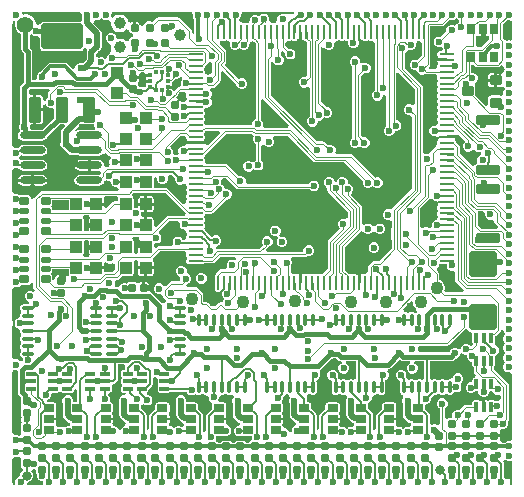
<source format=gtl>
G04*
G04 #@! TF.GenerationSoftware,Altium Limited,Altium Designer,22.11.1 (43)*
G04*
G04 Layer_Physical_Order=1*
G04 Layer_Color=255*
%FSLAX25Y25*%
%MOIN*%
G70*
G04*
G04 #@! TF.SameCoordinates,33881630-BD02-48E5-AD41-075E7C08A960*
G04*
G04*
G04 #@! TF.FilePolarity,Positive*
G04*
G01*
G75*
%ADD13C,0.00787*%
%ADD17C,0.01968*%
%ADD18R,0.00787X0.21260*%
%ADD19R,0.00787X0.09055*%
%ADD20R,0.00787X0.23622*%
%ADD21R,0.00787X0.07874*%
%ADD22R,0.00787X0.08268*%
%ADD23R,0.00787X0.42126*%
%ADD24R,0.19685X0.00787*%
%ADD25R,0.26772X0.00787*%
%ADD26R,0.17717X0.00787*%
%ADD27R,0.00787X0.22441*%
%ADD28R,0.00787X0.06299*%
%ADD29R,0.05512X0.00787*%
%ADD30O,0.00866X0.05118*%
%ADD31O,0.05118X0.00866*%
G04:AMPARAMS|DCode=32|XSize=35.43mil|YSize=37.4mil|CornerRadius=3.54mil|HoleSize=0mil|Usage=FLASHONLY|Rotation=90.000|XOffset=0mil|YOffset=0mil|HoleType=Round|Shape=RoundedRectangle|*
%AMROUNDEDRECTD32*
21,1,0.03543,0.03032,0,0,90.0*
21,1,0.02835,0.03740,0,0,90.0*
1,1,0.00709,0.01516,0.01417*
1,1,0.00709,0.01516,-0.01417*
1,1,0.00709,-0.01516,-0.01417*
1,1,0.00709,-0.01516,0.01417*
%
%ADD32ROUNDEDRECTD32*%
G04:AMPARAMS|DCode=33|XSize=35.43mil|YSize=37.4mil|CornerRadius=3.54mil|HoleSize=0mil|Usage=FLASHONLY|Rotation=90.000|XOffset=0mil|YOffset=0mil|HoleType=Round|Shape=RoundedRectangle|*
%AMROUNDEDRECTD33*
21,1,0.03543,0.03032,0,0,90.0*
21,1,0.02835,0.03740,0,0,90.0*
1,1,0.00709,0.01516,0.01417*
1,1,0.00709,0.01516,-0.01417*
1,1,0.00709,-0.01516,-0.01417*
1,1,0.00709,-0.01516,0.01417*
%
%ADD33ROUNDEDRECTD33*%
G04:AMPARAMS|DCode=34|XSize=43.31mil|YSize=84.65mil|CornerRadius=4.33mil|HoleSize=0mil|Usage=FLASHONLY|Rotation=0.000|XOffset=0mil|YOffset=0mil|HoleType=Round|Shape=RoundedRectangle|*
%AMROUNDEDRECTD34*
21,1,0.04331,0.07598,0,0,0.0*
21,1,0.03465,0.08465,0,0,0.0*
1,1,0.00866,0.01732,-0.03799*
1,1,0.00866,-0.01732,-0.03799*
1,1,0.00866,-0.01732,0.03799*
1,1,0.00866,0.01732,0.03799*
%
%ADD34ROUNDEDRECTD34*%
G04:AMPARAMS|DCode=35|XSize=43.31mil|YSize=84.65mil|CornerRadius=4.33mil|HoleSize=0mil|Usage=FLASHONLY|Rotation=0.000|XOffset=0mil|YOffset=0mil|HoleType=Round|Shape=RoundedRectangle|*
%AMROUNDEDRECTD35*
21,1,0.04331,0.07599,0,0,0.0*
21,1,0.03465,0.08465,0,0,0.0*
1,1,0.00866,0.01732,-0.03799*
1,1,0.00866,-0.01732,-0.03799*
1,1,0.00866,-0.01732,0.03799*
1,1,0.00866,0.01732,0.03799*
%
%ADD35ROUNDEDRECTD35*%
G04:AMPARAMS|DCode=36|XSize=137.8mil|YSize=84.65mil|CornerRadius=8.47mil|HoleSize=0mil|Usage=FLASHONLY|Rotation=0.000|XOffset=0mil|YOffset=0mil|HoleType=Round|Shape=RoundedRectangle|*
%AMROUNDEDRECTD36*
21,1,0.13780,0.06772,0,0,0.0*
21,1,0.12087,0.08465,0,0,0.0*
1,1,0.01693,0.06043,-0.03386*
1,1,0.01693,-0.06043,-0.03386*
1,1,0.01693,-0.06043,0.03386*
1,1,0.01693,0.06043,0.03386*
%
%ADD36ROUNDEDRECTD36*%
G04:AMPARAMS|DCode=37|XSize=39.37mil|YSize=43.31mil|CornerRadius=3.94mil|HoleSize=0mil|Usage=FLASHONLY|Rotation=0.000|XOffset=0mil|YOffset=0mil|HoleType=Round|Shape=RoundedRectangle|*
%AMROUNDEDRECTD37*
21,1,0.03937,0.03543,0,0,0.0*
21,1,0.03150,0.04331,0,0,0.0*
1,1,0.00787,0.01575,-0.01772*
1,1,0.00787,-0.01575,-0.01772*
1,1,0.00787,-0.01575,0.01772*
1,1,0.00787,0.01575,0.01772*
%
%ADD37ROUNDEDRECTD37*%
G04:AMPARAMS|DCode=38|XSize=23.62mil|YSize=35.43mil|CornerRadius=2.36mil|HoleSize=0mil|Usage=FLASHONLY|Rotation=180.000|XOffset=0mil|YOffset=0mil|HoleType=Round|Shape=RoundedRectangle|*
%AMROUNDEDRECTD38*
21,1,0.02362,0.03071,0,0,180.0*
21,1,0.01890,0.03543,0,0,180.0*
1,1,0.00472,-0.00945,0.01535*
1,1,0.00472,0.00945,0.01535*
1,1,0.00472,0.00945,-0.01535*
1,1,0.00472,-0.00945,-0.01535*
%
%ADD38ROUNDEDRECTD38*%
G04:AMPARAMS|DCode=39|XSize=27.56mil|YSize=23.62mil|CornerRadius=2.36mil|HoleSize=0mil|Usage=FLASHONLY|Rotation=180.000|XOffset=0mil|YOffset=0mil|HoleType=Round|Shape=RoundedRectangle|*
%AMROUNDEDRECTD39*
21,1,0.02756,0.01890,0,0,180.0*
21,1,0.02284,0.02362,0,0,180.0*
1,1,0.00472,-0.01142,0.00945*
1,1,0.00472,0.01142,0.00945*
1,1,0.00472,0.01142,-0.00945*
1,1,0.00472,-0.01142,-0.00945*
%
%ADD39ROUNDEDRECTD39*%
G04:AMPARAMS|DCode=40|XSize=23.62mil|YSize=35.43mil|CornerRadius=2.36mil|HoleSize=0mil|Usage=FLASHONLY|Rotation=270.000|XOffset=0mil|YOffset=0mil|HoleType=Round|Shape=RoundedRectangle|*
%AMROUNDEDRECTD40*
21,1,0.02362,0.03071,0,0,270.0*
21,1,0.01890,0.03543,0,0,270.0*
1,1,0.00472,-0.01535,-0.00945*
1,1,0.00472,-0.01535,0.00945*
1,1,0.00472,0.01535,0.00945*
1,1,0.00472,0.01535,-0.00945*
%
%ADD40ROUNDEDRECTD40*%
G04:AMPARAMS|DCode=41|XSize=86.61mil|YSize=90.55mil|CornerRadius=8.66mil|HoleSize=0mil|Usage=FLASHONLY|Rotation=90.000|XOffset=0mil|YOffset=0mil|HoleType=Round|Shape=RoundedRectangle|*
%AMROUNDEDRECTD41*
21,1,0.08661,0.07323,0,0,90.0*
21,1,0.06929,0.09055,0,0,90.0*
1,1,0.01732,0.03661,0.03465*
1,1,0.01732,0.03661,-0.03465*
1,1,0.01732,-0.03661,-0.03465*
1,1,0.01732,-0.03661,0.03465*
%
%ADD41ROUNDEDRECTD41*%
%ADD42C,0.03150*%
G04:AMPARAMS|DCode=43|XSize=25.59mil|YSize=31.5mil|CornerRadius=2.56mil|HoleSize=0mil|Usage=FLASHONLY|Rotation=90.000|XOffset=0mil|YOffset=0mil|HoleType=Round|Shape=RoundedRectangle|*
%AMROUNDEDRECTD43*
21,1,0.02559,0.02638,0,0,90.0*
21,1,0.02047,0.03150,0,0,90.0*
1,1,0.00512,0.01319,0.01024*
1,1,0.00512,0.01319,-0.01024*
1,1,0.00512,-0.01319,-0.01024*
1,1,0.00512,-0.01319,0.01024*
%
%ADD43ROUNDEDRECTD43*%
G04:AMPARAMS|DCode=44|XSize=17.72mil|YSize=31.5mil|CornerRadius=1.77mil|HoleSize=0mil|Usage=FLASHONLY|Rotation=90.000|XOffset=0mil|YOffset=0mil|HoleType=Round|Shape=RoundedRectangle|*
%AMROUNDEDRECTD44*
21,1,0.01772,0.02795,0,0,90.0*
21,1,0.01417,0.03150,0,0,90.0*
1,1,0.00354,0.01398,0.00709*
1,1,0.00354,0.01398,-0.00709*
1,1,0.00354,-0.01398,-0.00709*
1,1,0.00354,-0.01398,0.00709*
%
%ADD44ROUNDEDRECTD44*%
G04:AMPARAMS|DCode=45|XSize=31.5mil|YSize=78.74mil|CornerRadius=3.15mil|HoleSize=0mil|Usage=FLASHONLY|Rotation=90.000|XOffset=0mil|YOffset=0mil|HoleType=Round|Shape=RoundedRectangle|*
%AMROUNDEDRECTD45*
21,1,0.03150,0.07244,0,0,90.0*
21,1,0.02520,0.07874,0,0,90.0*
1,1,0.00630,0.03622,0.01260*
1,1,0.00630,0.03622,-0.01260*
1,1,0.00630,-0.03622,-0.01260*
1,1,0.00630,-0.03622,0.01260*
%
%ADD45ROUNDEDRECTD45*%
%ADD46O,0.01181X0.04331*%
%ADD47O,0.04331X0.01181*%
G04:AMPARAMS|DCode=48|XSize=12.6mil|YSize=31.5mil|CornerRadius=1.26mil|HoleSize=0mil|Usage=FLASHONLY|Rotation=90.000|XOffset=0mil|YOffset=0mil|HoleType=Round|Shape=RoundedRectangle|*
%AMROUNDEDRECTD48*
21,1,0.01260,0.02898,0,0,90.0*
21,1,0.01008,0.03150,0,0,90.0*
1,1,0.00252,0.01449,0.00504*
1,1,0.00252,0.01449,-0.00504*
1,1,0.00252,-0.01449,-0.00504*
1,1,0.00252,-0.01449,0.00504*
%
%ADD48ROUNDEDRECTD48*%
%ADD49O,0.08661X0.02362*%
G04:AMPARAMS|DCode=50|XSize=12.6mil|YSize=31.5mil|CornerRadius=1.26mil|HoleSize=0mil|Usage=FLASHONLY|Rotation=180.000|XOffset=0mil|YOffset=0mil|HoleType=Round|Shape=RoundedRectangle|*
%AMROUNDEDRECTD50*
21,1,0.01260,0.02898,0,0,180.0*
21,1,0.01008,0.03150,0,0,180.0*
1,1,0.00252,-0.00504,0.01449*
1,1,0.00252,0.00504,0.01449*
1,1,0.00252,0.00504,-0.01449*
1,1,0.00252,-0.00504,-0.01449*
%
%ADD50ROUNDEDRECTD50*%
%ADD51R,0.01476X0.01378*%
%ADD52R,0.01378X0.01476*%
G04:AMPARAMS|DCode=53|XSize=39.37mil|YSize=43.31mil|CornerRadius=3.94mil|HoleSize=0mil|Usage=FLASHONLY|Rotation=270.000|XOffset=0mil|YOffset=0mil|HoleType=Round|Shape=RoundedRectangle|*
%AMROUNDEDRECTD53*
21,1,0.03937,0.03543,0,0,270.0*
21,1,0.03150,0.04331,0,0,270.0*
1,1,0.00787,-0.01772,-0.01575*
1,1,0.00787,-0.01772,0.01575*
1,1,0.00787,0.01772,0.01575*
1,1,0.00787,0.01772,-0.01575*
%
%ADD53ROUNDEDRECTD53*%
G04:AMPARAMS|DCode=54|XSize=27.56mil|YSize=23.62mil|CornerRadius=2.36mil|HoleSize=0mil|Usage=FLASHONLY|Rotation=90.000|XOffset=0mil|YOffset=0mil|HoleType=Round|Shape=RoundedRectangle|*
%AMROUNDEDRECTD54*
21,1,0.02756,0.01890,0,0,90.0*
21,1,0.02284,0.02362,0,0,90.0*
1,1,0.00472,0.00945,0.01142*
1,1,0.00472,0.00945,-0.01142*
1,1,0.00472,-0.00945,-0.01142*
1,1,0.00472,-0.00945,0.01142*
%
%ADD54ROUNDEDRECTD54*%
%ADD84C,0.03100*%
%ADD85C,0.00492*%
%ADD86C,0.01575*%
%ADD87C,0.01181*%
%ADD88C,0.02362*%
%ADD89C,0.03900*%
%ADD90C,0.04331*%
%ADD91C,0.05512*%
G36*
X83193Y157087D02*
X82780Y156915D01*
X82281Y156417D01*
X82025Y156366D01*
X81900Y156491D01*
X81248Y156761D01*
X80544D01*
X79893Y156491D01*
X79394Y155993D01*
X79124Y155341D01*
Y154801D01*
X78961Y154586D01*
X78753Y154404D01*
X78448Y154213D01*
X78248Y154252D01*
X77849Y154173D01*
X77510Y153947D01*
X77017Y153947D01*
X76679Y154173D01*
X76279Y154252D01*
X76254Y154247D01*
X75609Y154755D01*
X75539Y155317D01*
X75911Y155689D01*
X76181Y156341D01*
Y157045D01*
X76164Y157087D01*
X76690Y157874D01*
X83037D01*
X83193Y157087D01*
D02*
G37*
G36*
X148546Y155248D02*
X148603Y155191D01*
X148708Y155148D01*
Y154267D01*
X148512Y154186D01*
X148013Y153688D01*
X147998Y153651D01*
X147368Y153181D01*
X147064Y153298D01*
X146710Y153445D01*
X146005D01*
X145353Y153175D01*
X144855Y152677D01*
X144585Y152026D01*
Y151385D01*
X142645Y149445D01*
X142495Y149507D01*
X141790D01*
X141139Y149238D01*
X140640Y148739D01*
X140371Y148088D01*
Y147383D01*
X140640Y146732D01*
X141139Y146234D01*
X141790Y145964D01*
X142495D01*
X143028Y146099D01*
X143373Y145395D01*
X143008Y144744D01*
X142559D01*
X142160Y144665D01*
X141821Y144439D01*
X141595Y144100D01*
X141515Y143701D01*
X141595Y143301D01*
X141821Y142963D01*
X141821Y142470D01*
X141657Y142224D01*
X144685D01*
Y141240D01*
X141657D01*
X141821Y140994D01*
Y140502D01*
X141595Y140163D01*
X141515Y139764D01*
X141581Y139436D01*
X141563Y139316D01*
X141126Y138648D01*
X139000D01*
X138673Y139436D01*
X139056Y139819D01*
X139241Y140095D01*
X139306Y140422D01*
Y148365D01*
X139327Y148471D01*
Y152936D01*
X143118D01*
X143444Y153001D01*
X143721Y153186D01*
X145646Y155111D01*
X146104Y154921D01*
X146809D01*
X147460Y155191D01*
X147517Y155248D01*
X148031Y155635D01*
X148546Y155248D01*
D02*
G37*
G36*
X89753Y157090D02*
X89102Y156820D01*
X88603Y156322D01*
X88334Y155671D01*
Y155007D01*
X88322Y154933D01*
X88311Y154900D01*
X87801Y154195D01*
X87691Y154173D01*
X87353Y153947D01*
X86860D01*
X86521Y154173D01*
X86122Y154252D01*
X86068Y154242D01*
X85483Y154888D01*
X85555Y155061D01*
Y155766D01*
X85285Y156417D01*
X84787Y156915D01*
X84373Y157087D01*
X84530Y157874D01*
X89745D01*
X89753Y157090D01*
D02*
G37*
G36*
X23049Y157087D02*
X23031Y157045D01*
Y156341D01*
X23273Y155758D01*
Y155122D01*
X22579Y154457D01*
X10492D01*
X9932Y154346D01*
X9456Y154028D01*
X9138Y153553D01*
X8465Y153235D01*
X7677Y153581D01*
Y153984D01*
X7449Y154835D01*
X7009Y155598D01*
X6385Y156221D01*
X5622Y156662D01*
X4771Y156890D01*
X3890D01*
X3740Y156850D01*
X3726Y156853D01*
X3636Y157087D01*
X4176Y157874D01*
X22523D01*
X23049Y157087D01*
D02*
G37*
G36*
X60057D02*
X60039Y157045D01*
Y156341D01*
X60309Y155689D01*
X60607Y155392D01*
Y150614D01*
X60575Y150540D01*
X60569Y150536D01*
X59781Y150965D01*
Y151258D01*
X59716Y151585D01*
X59532Y151861D01*
X55721Y155672D01*
X55444Y155857D01*
X55118Y155922D01*
X48376D01*
X48050Y155857D01*
X47773Y155672D01*
X46533Y154433D01*
X46174Y154581D01*
X45322D01*
X44536Y154256D01*
X43933Y153654D01*
X43642Y152949D01*
X43248Y152906D01*
X42854Y152949D01*
X42563Y153654D01*
X41961Y154256D01*
X41240Y154554D01*
Y152441D01*
X40256D01*
Y154554D01*
X39536Y154256D01*
X39470Y154190D01*
X39085Y154257D01*
X38642Y154476D01*
X38482Y155073D01*
X38096Y155743D01*
X37550Y156289D01*
X36881Y156675D01*
X36134Y156875D01*
X35362D01*
X34615Y156675D01*
X33946Y156289D01*
X33534Y155877D01*
X32867Y156323D01*
X32874Y156341D01*
Y157045D01*
X32857Y157087D01*
X33383Y157874D01*
X59530D01*
X60057Y157087D01*
D02*
G37*
G36*
X157183Y149760D02*
X157635D01*
X157958Y149824D01*
X158082Y149907D01*
X158092Y149913D01*
X158603Y149753D01*
X158879Y149565D01*
Y148750D01*
X156181Y146053D01*
X155183D01*
X154502Y146572D01*
Y149565D01*
X154778Y149753D01*
X155289Y149913D01*
X155299Y149907D01*
X155423Y149824D01*
X155746Y149760D01*
X156198D01*
Y152139D01*
X157183D01*
Y149760D01*
D02*
G37*
G36*
X165002Y154921D02*
X165707D01*
X165748Y154938D01*
X166535Y154412D01*
Y148737D01*
X165748Y148211D01*
X165707Y148228D01*
X165002D01*
X164903Y148188D01*
X164802Y148189D01*
X164051Y148522D01*
X163866Y148799D01*
X163501Y149165D01*
Y153633D01*
X164851Y154984D01*
X165002Y154921D01*
D02*
G37*
G36*
X96457Y148054D02*
X96703Y148219D01*
X97195Y148219D01*
X97534Y147993D01*
X97730Y147953D01*
X98152Y147531D01*
Y136585D01*
X97597Y136024D01*
X96892D01*
X96241Y135754D01*
X95742Y135256D01*
X95473Y134604D01*
Y133900D01*
X95742Y133248D01*
X96241Y132750D01*
X96892Y132480D01*
X97597D01*
X98248Y132750D01*
X98360Y132862D01*
X99147Y132536D01*
Y122824D01*
X98997Y122762D01*
X98498Y122263D01*
X98228Y121612D01*
Y120907D01*
X98498Y120256D01*
X98997Y119758D01*
X99648Y119488D01*
X100352D01*
X101004Y119758D01*
X101502Y120256D01*
X101772Y120907D01*
Y121507D01*
X102371D01*
X103022Y121776D01*
X103520Y122275D01*
X103668Y122630D01*
X103824Y122661D01*
X104475Y122392D01*
X105180D01*
X105832Y122661D01*
X106330Y123160D01*
X106600Y123811D01*
Y124516D01*
X106330Y125167D01*
X105832Y125665D01*
X105180Y125935D01*
X104769D01*
X102822Y127882D01*
Y145948D01*
X102976Y146061D01*
X103910Y145863D01*
X104408Y145365D01*
X105059Y145095D01*
X105764D01*
X106415Y145365D01*
X106913Y145863D01*
X107183Y146515D01*
Y147219D01*
X107168Y147257D01*
X107746Y147919D01*
X107776Y147913D01*
X108175Y147993D01*
X108514Y148219D01*
X109006Y148219D01*
X109345Y147992D01*
X109744Y147913D01*
X110143Y147992D01*
X110482Y148219D01*
X110975D01*
X111313Y147993D01*
X111713Y147913D01*
X111894Y147172D01*
X112164Y146521D01*
X112662Y146022D01*
X113314Y145753D01*
X114018D01*
X114670Y146022D01*
X115168Y146521D01*
X115438Y147172D01*
X115650Y147913D01*
X116049Y147993D01*
X116388Y148219D01*
X116880Y148219D01*
X117219Y147993D01*
X117618Y147913D01*
X118017Y147993D01*
X118356Y148219D01*
X118849Y148219D01*
X119187Y147993D01*
X119587Y147913D01*
X119915Y147978D01*
X120034Y147961D01*
X120702Y147524D01*
Y131445D01*
X120650Y131423D01*
X120152Y130925D01*
X119882Y130274D01*
Y129569D01*
X120152Y128918D01*
X120650Y128419D01*
X121301Y128150D01*
X122006D01*
X122657Y128419D01*
X123155Y128918D01*
X123425Y129569D01*
Y129926D01*
X123941Y130170D01*
X124639Y129691D01*
Y119634D01*
X124587Y119612D01*
X124089Y119114D01*
X123819Y118463D01*
Y117758D01*
X124089Y117107D01*
X124587Y116608D01*
X125238Y116339D01*
X125943D01*
X126594Y116608D01*
X127093Y117107D01*
X127362Y117758D01*
Y117945D01*
X127522Y118051D01*
X128226D01*
X128878Y118321D01*
X129376Y118819D01*
X129646Y119471D01*
Y120175D01*
X129376Y120826D01*
X128878Y121325D01*
X128226Y121595D01*
X127871D01*
Y137222D01*
X128598Y137523D01*
X134137Y131984D01*
Y126962D01*
X133350Y126636D01*
X133287Y126699D01*
X132636Y126969D01*
X131931D01*
X131280Y126699D01*
X130781Y126200D01*
X130512Y125549D01*
Y124845D01*
X130781Y124193D01*
X131280Y123695D01*
X131931Y123425D01*
X132636D01*
X133153Y122825D01*
Y98787D01*
X126647Y92281D01*
X126444Y92003D01*
X125648Y91944D01*
X125575Y91975D01*
X124870D01*
X124219Y91705D01*
X123720Y91207D01*
X123451Y90556D01*
Y89851D01*
X123720Y89200D01*
X124219Y88701D01*
X124870Y88432D01*
X125575D01*
X125610Y88446D01*
X126398Y87920D01*
Y85761D01*
X126325Y85652D01*
X126260Y85326D01*
Y82105D01*
X126325Y81779D01*
X126398Y81670D01*
Y78916D01*
X122194Y74712D01*
X120465D01*
X120138Y74647D01*
X119862Y74462D01*
X118737Y73338D01*
X118552Y73061D01*
X118488Y72735D01*
Y71145D01*
X118488Y71144D01*
X118308Y70903D01*
X117862Y70542D01*
X117618Y70591D01*
X117219Y70512D01*
X116880Y70285D01*
X116388Y70285D01*
X116142Y70450D01*
Y67421D01*
X115157D01*
Y70450D01*
X114912Y70285D01*
X114419Y70285D01*
X114081Y70512D01*
X113681Y70591D01*
X113282Y70512D01*
X112943Y70285D01*
X112451Y70285D01*
X112112Y70512D01*
X112042Y70525D01*
X110696Y71872D01*
Y79216D01*
X116079Y84600D01*
X116439Y84610D01*
X116977Y84489D01*
X117002Y84430D01*
X117500Y83931D01*
X118151Y83662D01*
X118856D01*
X119508Y83931D01*
X120006Y84430D01*
X120046Y84527D01*
X120899D01*
X120939Y84430D01*
X121437Y83931D01*
X122089Y83662D01*
X122793D01*
X123444Y83931D01*
X123943Y84430D01*
X124213Y85081D01*
Y85786D01*
X123943Y86437D01*
X123444Y86935D01*
X122793Y87205D01*
X122089D01*
X121437Y86935D01*
X120939Y86437D01*
X120899Y86339D01*
X120046D01*
X120006Y86437D01*
X119508Y86935D01*
X118856Y87205D01*
X118151D01*
X117500Y86935D01*
X117192Y86626D01*
X116404Y86894D01*
Y92725D01*
X116339Y93051D01*
X116154Y93328D01*
X113032Y96450D01*
X112994Y96535D01*
X113054Y97501D01*
X113215Y97662D01*
X113484Y98313D01*
Y99018D01*
X113215Y99669D01*
X112716Y100168D01*
X112065Y100437D01*
X112007D01*
X111705Y100545D01*
Y101250D01*
X111435Y101901D01*
X110937Y102400D01*
X110286Y102669D01*
X109581D01*
X108930Y102400D01*
X108432Y101901D01*
X108162Y101250D01*
X108071Y101204D01*
X107922Y101212D01*
X107158Y101553D01*
X107014Y101901D01*
X106515Y102400D01*
X105864Y102669D01*
X105159D01*
X104508Y102400D01*
X104010Y101901D01*
X103740Y101250D01*
Y100545D01*
X104010Y99894D01*
X104508Y99396D01*
X104954Y99211D01*
Y98293D01*
X105019Y97966D01*
X105204Y97690D01*
X111745Y91148D01*
Y89088D01*
X111658Y88988D01*
X110958Y88626D01*
X110589Y88779D01*
X109884D01*
X109233Y88510D01*
X108734Y88011D01*
X108465Y87360D01*
Y86655D01*
X108734Y86004D01*
X109119Y85620D01*
X105302Y81803D01*
X105117Y81526D01*
X105052Y81200D01*
Y71967D01*
X103636Y70551D01*
X103439Y70512D01*
X103101Y70285D01*
X102608Y70285D01*
X102269Y70512D01*
X101870Y70591D01*
X101471Y70512D01*
X101132Y70285D01*
X100640Y70285D01*
X100301Y70512D01*
X99902Y70591D01*
X99502Y70512D01*
X99164Y70285D01*
X98671Y70285D01*
X98333Y70512D01*
X97933Y70591D01*
X97534Y70512D01*
X97195Y70285D01*
X96703Y70285D01*
X96457Y70450D01*
Y67421D01*
X95472D01*
Y70450D01*
X95227Y70285D01*
X94734Y70285D01*
X94396Y70512D01*
X93996Y70591D01*
X93597Y70512D01*
X93575Y70497D01*
X92788Y70891D01*
Y73110D01*
X92780Y73149D01*
X92840Y73209D01*
X93110Y73860D01*
Y74565D01*
X92840Y75216D01*
X92778Y75279D01*
X93104Y76066D01*
X97463D01*
X97790Y76131D01*
X98067Y76316D01*
X98213Y76463D01*
X98364Y76401D01*
X99069D01*
X99720Y76670D01*
X100218Y77169D01*
X100488Y77820D01*
Y78525D01*
X100218Y79176D01*
X99720Y79674D01*
X99069Y79944D01*
X98364D01*
X97713Y79674D01*
X97214Y79176D01*
X96945Y78525D01*
Y77820D01*
X96913Y77772D01*
X84732D01*
X84431Y78500D01*
X85203Y79273D01*
X85269Y79371D01*
X85310D01*
X85962Y79641D01*
X86460Y80139D01*
X86730Y80790D01*
Y81495D01*
X86460Y82146D01*
X85962Y82645D01*
X85310Y82914D01*
X84605D01*
X83954Y82645D01*
X83456Y82146D01*
X83186Y81495D01*
Y80790D01*
X83456Y80139D01*
X83557Y80038D01*
X82275Y78757D01*
X68303D01*
X67903Y79206D01*
X68069Y79725D01*
X68720Y79994D01*
X69218Y80493D01*
X69488Y81144D01*
Y81849D01*
X69218Y82500D01*
X68720Y82998D01*
X68069Y83268D01*
X67364D01*
X66713Y82998D01*
X66516Y82801D01*
X66413D01*
X64126Y85088D01*
X63888Y85876D01*
X64114Y86215D01*
X64193Y86614D01*
X64114Y87014D01*
X63888Y87352D01*
X63888Y87845D01*
X64114Y88183D01*
X64193Y88583D01*
X64114Y88982D01*
X63888Y89321D01*
X63888Y89813D01*
X64114Y90152D01*
X64281Y90535D01*
X64932Y90535D01*
X66149D01*
X66476Y90600D01*
X66752Y90785D01*
X71145Y95177D01*
X71612D01*
X72263Y95447D01*
X72762Y95945D01*
X73032Y96596D01*
Y97301D01*
X72762Y97952D01*
X72263Y98451D01*
X71612Y98721D01*
X70907D01*
X70511Y99409D01*
X70432Y99601D01*
X69933Y100099D01*
X69296Y100364D01*
X69488Y100829D01*
Y101533D01*
X70045Y102248D01*
X71105D01*
X74550Y98802D01*
X74827Y98617D01*
X75153Y98552D01*
X99052D01*
X99390Y98215D01*
X100041Y97945D01*
X100746D01*
X101397Y98215D01*
X101896Y98713D01*
X102165Y99364D01*
Y100069D01*
X101896Y100720D01*
X101397Y101218D01*
X100746Y101488D01*
X100041D01*
X99390Y101218D01*
X98892Y100720D01*
X98700Y100258D01*
X78276D01*
X77720Y100972D01*
Y101677D01*
X77450Y102328D01*
X76952Y102827D01*
X76301Y103096D01*
X75596D01*
X75445Y103034D01*
X71577Y106902D01*
X71300Y107087D01*
X70973Y107152D01*
X64582D01*
X64145Y107820D01*
X64128Y107940D01*
X64193Y108268D01*
X64114Y108667D01*
X63888Y109006D01*
X63888Y109498D01*
X64114Y109837D01*
X64153Y110033D01*
X71328Y117208D01*
X79645D01*
X80182Y116671D01*
X80388Y116358D01*
X80118Y115707D01*
Y115002D01*
X80388Y114351D01*
X80886Y113852D01*
X81037Y113790D01*
Y108257D01*
X80886Y108195D01*
X80388Y107696D01*
X79603Y107860D01*
X79093Y108071D01*
X78388D01*
X77737Y107801D01*
X77238Y107303D01*
X76968Y106652D01*
Y105947D01*
X77238Y105296D01*
X77737Y104797D01*
X78388Y104528D01*
X79093D01*
X79744Y104797D01*
X80242Y105296D01*
X81027Y105133D01*
X81537Y104921D01*
X82242D01*
X82893Y105191D01*
X83392Y105689D01*
X83661Y106341D01*
Y107045D01*
X83392Y107696D01*
X82893Y108195D01*
X82743Y108257D01*
Y113143D01*
X83116Y113435D01*
X83935Y113468D01*
X84433Y112969D01*
X85084Y112700D01*
X85789D01*
X86440Y112969D01*
X86939Y113468D01*
X87208Y114119D01*
Y114824D01*
X86939Y115475D01*
X86780Y115633D01*
X87106Y116421D01*
X91653D01*
X100163Y107911D01*
X100439Y107726D01*
X100766Y107661D01*
X110424D01*
X116795Y101290D01*
X116732Y101140D01*
Y100435D01*
X117002Y99784D01*
X117500Y99286D01*
X118151Y99016D01*
X118856D01*
X119508Y99286D01*
X119564Y99342D01*
X120079Y99729D01*
X120593Y99342D01*
X120650Y99286D01*
X121301Y99016D01*
X122006D01*
X122657Y99286D01*
X123155Y99784D01*
X123425Y100435D01*
Y101140D01*
X123155Y101791D01*
X122657Y102289D01*
X122006Y102559D01*
X121301D01*
X121151Y102497D01*
X113546Y110101D01*
X113269Y110286D01*
X112943Y110351D01*
X108173D01*
X107647Y111138D01*
X107677Y111213D01*
Y111917D01*
X107407Y112569D01*
X106909Y113067D01*
X106258Y113337D01*
X105553D01*
X105298Y113231D01*
X104196Y114333D01*
X103919Y114518D01*
X103593Y114583D01*
X101401D01*
X86126Y129858D01*
Y140900D01*
X86914Y141056D01*
X87078Y140660D01*
X87576Y140162D01*
X88227Y139892D01*
X88932D01*
X89583Y140162D01*
X90082Y140660D01*
X90351Y141311D01*
Y142016D01*
X90082Y142667D01*
X89583Y143166D01*
X89433Y143228D01*
Y144468D01*
X90220Y144794D01*
X90810Y144204D01*
X90748Y144053D01*
Y143348D01*
X91018Y142697D01*
X91516Y142199D01*
X92167Y141929D01*
X92872D01*
X93523Y142199D01*
X94022Y142697D01*
X94291Y143348D01*
Y144053D01*
X94022Y144704D01*
X93523Y145203D01*
X92872Y145472D01*
X92167D01*
X92017Y145410D01*
X90912Y146515D01*
Y147524D01*
X91580Y147961D01*
X91699Y147978D01*
X92028Y147913D01*
X92427Y147993D01*
X92766Y148219D01*
X93258Y148219D01*
X93597Y147993D01*
X93996Y147913D01*
X94396Y147993D01*
X94734Y148219D01*
X95227Y148219D01*
X95472Y148054D01*
Y151083D01*
X96457D01*
Y148054D01*
D02*
G37*
G36*
X30042Y155248D02*
X30099Y155191D01*
X30750Y154921D01*
X31455D01*
X32106Y155191D01*
X32226Y155163D01*
X32814Y154327D01*
Y153555D01*
X33014Y152808D01*
X33400Y152139D01*
X33946Y151593D01*
X34615Y151207D01*
X35362Y151007D01*
X36134D01*
X36881Y151207D01*
X37550Y151593D01*
X37865Y151908D01*
X37917Y151915D01*
X38668Y151755D01*
X38733Y151711D01*
X38933Y151228D01*
X39536Y150626D01*
X40240Y150335D01*
X40283Y149941D01*
X40240Y149547D01*
X39536Y149256D01*
X38933Y148653D01*
X38733Y148170D01*
X38668Y148127D01*
X37917Y147967D01*
X37865Y147974D01*
X37550Y148289D01*
X36881Y148675D01*
X36134Y148875D01*
X35362D01*
X35217Y148836D01*
X34666Y149259D01*
X34396Y149910D01*
X33898Y150408D01*
X33247Y150678D01*
X32542D01*
X31891Y150408D01*
X31393Y149910D01*
X31123Y149259D01*
Y148554D01*
X31393Y147903D01*
X31891Y147404D01*
X32301Y147234D01*
X32542Y147135D01*
X32819Y146347D01*
X32814Y146327D01*
Y145555D01*
X32994Y144882D01*
X32991Y144761D01*
X32605Y143941D01*
X32325Y143825D01*
X31826Y143326D01*
X31557Y142675D01*
Y142354D01*
X30769Y142102D01*
X30449Y142421D01*
X29798Y142691D01*
X29093D01*
X28699Y142528D01*
X28033Y142858D01*
X27911Y142989D01*
Y143624D01*
X29281Y144994D01*
X29281Y144994D01*
X29629Y145515D01*
X29751Y146130D01*
X29751Y146130D01*
Y150710D01*
X29751Y150710D01*
X29629Y151325D01*
X29281Y151846D01*
X26959Y154168D01*
X27001Y154317D01*
X27600Y154921D01*
X28305D01*
X28956Y155191D01*
X29013Y155248D01*
X29528Y155635D01*
X30042Y155248D01*
D02*
G37*
G36*
X71943Y147993D02*
X72010Y147979D01*
X72518Y147249D01*
X72540Y147150D01*
Y146498D01*
X72810Y145847D01*
X73308Y145349D01*
X73960Y145079D01*
X74664D01*
X75316Y145349D01*
X75689Y145722D01*
X76161Y145250D01*
X76812Y144980D01*
X77517D01*
X78168Y145250D01*
X78667Y145748D01*
X78936Y146400D01*
Y147104D01*
X79403Y147824D01*
X79792Y147982D01*
X79880Y147980D01*
X80216Y147913D01*
X80229Y147915D01*
X80277Y147883D01*
X80425Y147854D01*
X81085Y147194D01*
Y122138D01*
X80689Y121974D01*
X80191Y121476D01*
X79921Y120825D01*
Y120120D01*
X79773Y119898D01*
X64341D01*
X64193Y120079D01*
X64114Y120478D01*
X63888Y120817D01*
X63888Y121309D01*
X64114Y121648D01*
X64193Y122047D01*
X64114Y122447D01*
X63888Y122785D01*
X63888Y123278D01*
X64114Y123616D01*
X64193Y124016D01*
X64114Y124415D01*
X63888Y124754D01*
X63888Y125246D01*
X64114Y125585D01*
X64147Y125751D01*
X64215Y125787D01*
X64919D01*
X65570Y126057D01*
X66069Y126556D01*
X66339Y127207D01*
Y127911D01*
X66069Y128563D01*
X65688Y128944D01*
X66153Y129409D01*
X66422Y130060D01*
Y130765D01*
X66153Y131416D01*
X65973Y131595D01*
X66300Y132382D01*
X66761D01*
X67087Y132447D01*
X67364Y132632D01*
X69128Y134396D01*
X69313Y134673D01*
X69378Y135000D01*
Y137877D01*
X70105Y138179D01*
X74606Y133678D01*
Y133506D01*
X74876Y132855D01*
X75374Y132356D01*
X76026Y132087D01*
X76730D01*
X77381Y132356D01*
X77880Y132855D01*
X78150Y133506D01*
Y134211D01*
X77880Y134862D01*
X77381Y135360D01*
X76730Y135630D01*
X76026D01*
X75374Y135360D01*
X75355Y135341D01*
X70512Y140185D01*
X71026Y140700D01*
X71211Y140977D01*
X71276Y141303D01*
Y144524D01*
X71211Y144850D01*
X71026Y145127D01*
X69047Y147106D01*
X69198Y147896D01*
X69843Y148080D01*
X69975Y147992D01*
X70374Y147913D01*
X70773Y147992D01*
X71112Y148219D01*
X71605D01*
X71943Y147993D01*
D02*
G37*
G36*
X135335Y147913D02*
X135663Y147978D01*
X135782Y147961D01*
X136450Y147524D01*
Y143544D01*
X134674Y141768D01*
X134524Y141831D01*
X133819D01*
X133168Y141561D01*
X132669Y141063D01*
X132400Y140411D01*
Y139707D01*
X132669Y139056D01*
X133168Y138557D01*
X133819Y138287D01*
X134524D01*
X135077Y137664D01*
X135112Y137579D01*
X135611Y137081D01*
X136262Y136811D01*
X136967D01*
X137527Y137043D01*
X137581Y137007D01*
X137908Y136942D01*
X141126D01*
X141563Y136274D01*
X141581Y136155D01*
X141515Y135827D01*
X141595Y135427D01*
X141821Y135089D01*
X141821Y134596D01*
X141595Y134258D01*
X141515Y133858D01*
X141595Y133459D01*
X141821Y133120D01*
X141821Y132628D01*
X141595Y132289D01*
X141515Y131890D01*
X141595Y131490D01*
X141821Y131152D01*
X141821Y130659D01*
X141595Y130321D01*
X141515Y129921D01*
X141595Y129522D01*
X141821Y129183D01*
X141821Y128691D01*
X141595Y128352D01*
X141515Y127953D01*
X141595Y127553D01*
X141821Y127215D01*
X141821Y126722D01*
X141595Y126384D01*
X141515Y125984D01*
X141595Y125585D01*
X141821Y125246D01*
Y124754D01*
X141595Y124415D01*
X141515Y124016D01*
X141595Y123616D01*
X141821Y123278D01*
X141821Y122785D01*
X141595Y122447D01*
X141515Y122047D01*
X141595Y121648D01*
X141821Y121309D01*
X141821Y120817D01*
X141595Y120478D01*
X141113Y119975D01*
X140752Y119882D01*
X140319D01*
X139668Y119612D01*
X139170Y119114D01*
X138900Y118463D01*
Y117758D01*
X139170Y117107D01*
X139668Y116608D01*
X140319Y116339D01*
X140752D01*
X141113Y116245D01*
X141595Y115742D01*
X141821Y115404D01*
X141821Y114911D01*
X141595Y114573D01*
X141515Y114173D01*
X141582Y113839D01*
X141584Y113747D01*
X141273Y112997D01*
X141251Y112979D01*
X140995Y112808D01*
X139505Y111318D01*
X139320Y111042D01*
X139306Y110969D01*
X138643Y110473D01*
X138541Y110433D01*
X137837D01*
X137615Y110341D01*
X136827Y110834D01*
Y132745D01*
X136762Y133072D01*
X136578Y133349D01*
X130774Y139152D01*
Y144105D01*
X130925Y144167D01*
X131423Y144666D01*
X132325Y145079D01*
X133030D01*
X133681Y145349D01*
X134179Y145847D01*
X134449Y146498D01*
Y147203D01*
X134353Y147435D01*
X134804Y147867D01*
X134977Y147984D01*
X135335Y147913D01*
D02*
G37*
G36*
X6870Y149876D02*
X7522Y149606D01*
X8226D01*
X8240Y149612D01*
X9027Y149086D01*
Y146221D01*
X9138Y145660D01*
X9456Y145185D01*
X9932Y144867D01*
X10492Y144755D01*
X22579D01*
X23139Y144867D01*
X23615Y145185D01*
X23932Y145660D01*
X24572Y145763D01*
X24828Y144913D01*
X24822Y144904D01*
X24700Y144289D01*
X24700Y144289D01*
Y141931D01*
X23450Y140682D01*
X23296D01*
X23077Y140772D01*
X22372D01*
X21721Y140502D01*
X21223Y140004D01*
X20953Y139353D01*
Y139055D01*
X20166Y138728D01*
X18476Y140419D01*
X18085Y140680D01*
X17624Y140771D01*
X17624Y140771D01*
X12598D01*
X12138Y140680D01*
X11747Y140419D01*
X11747Y140418D01*
X9371Y138042D01*
X9110Y137651D01*
X9102Y137614D01*
X8992Y137569D01*
X8494Y137071D01*
X8224Y136419D01*
Y135715D01*
X7664Y135011D01*
X6523D01*
Y144488D01*
X6416Y145026D01*
X6112Y145482D01*
X5736Y145858D01*
Y149982D01*
X5816Y150032D01*
X6523Y150223D01*
X6870Y149876D01*
D02*
G37*
G36*
X154296Y139577D02*
X154573Y139392D01*
X154899Y139327D01*
X161779D01*
X162106Y139392D01*
X162382Y139577D01*
X162795Y139990D01*
X163201Y139894D01*
X163624Y139705D01*
X163852Y139154D01*
X163909Y139097D01*
X164296Y138583D01*
X163909Y138068D01*
X163852Y138011D01*
X163712Y137673D01*
X162984Y137332D01*
X162795Y137323D01*
X162546Y137373D01*
X161522D01*
Y134992D01*
Y132611D01*
X162546D01*
X162915Y132685D01*
X162962Y132716D01*
X163779Y132568D01*
X164054Y131962D01*
X163909Y131769D01*
X163852Y131712D01*
X163583Y131061D01*
Y130356D01*
X163604Y130306D01*
X162968Y129783D01*
X162915Y129819D01*
X162546Y129892D01*
X159514D01*
X159146Y129819D01*
X158833Y129610D01*
X158624Y129298D01*
X158551Y128929D01*
Y126799D01*
X157764Y126473D01*
X154257Y129979D01*
Y132669D01*
X154184Y133038D01*
X154070Y133208D01*
X154137Y133842D01*
X154230Y134127D01*
X154233Y134128D01*
X154732Y134626D01*
X155001Y135277D01*
Y135982D01*
X154732Y136634D01*
X154233Y137132D01*
X153582Y137402D01*
X152877D01*
X152868Y137408D01*
Y140084D01*
X153656Y140217D01*
X154296Y139577D01*
D02*
G37*
G36*
X66536Y140776D02*
Y137654D01*
X66318Y136926D01*
X65614D01*
X65132Y136727D01*
X64401Y136904D01*
X64219Y136984D01*
X64077Y137340D01*
X64114Y137396D01*
X64193Y137795D01*
X64114Y138195D01*
X63888Y138533D01*
X63888Y139026D01*
X64114Y139364D01*
X64153Y139561D01*
X64924Y140332D01*
X65109Y140609D01*
X65142Y140773D01*
X65581Y141089D01*
X65798Y141172D01*
X66536Y140776D01*
D02*
G37*
G36*
X43815Y137599D02*
X44488Y137164D01*
Y137106D01*
X45817D01*
Y136122D01*
X44488D01*
Y135138D01*
X45817D01*
Y134154D01*
X44488D01*
Y132817D01*
X44382Y132711D01*
X43523Y132604D01*
X42872Y132874D01*
X42167D01*
X42131Y132894D01*
X42078Y133157D01*
X41905Y133417D01*
X41895Y133439D01*
Y134277D01*
X41905Y134300D01*
X42078Y134559D01*
X42142Y134882D01*
Y135335D01*
X40157D01*
Y136319D01*
X42142D01*
Y136772D01*
X42141Y136776D01*
X42576Y137463D01*
X42712Y137563D01*
X43444D01*
X43701Y137614D01*
X43815Y137599D01*
D02*
G37*
G36*
X56564Y135959D02*
X56515Y135030D01*
X56381Y134896D01*
X56111Y134245D01*
Y133540D01*
X55549Y132841D01*
X55473Y132826D01*
X55196Y132641D01*
X53925Y131370D01*
X53311Y131559D01*
X53150Y131677D01*
Y132185D01*
X51821D01*
Y133169D01*
X53150D01*
Y134338D01*
X53370Y134485D01*
X54317Y135433D01*
X54989D01*
X55640Y135703D01*
X56139Y136201D01*
X56564Y135959D01*
D02*
G37*
G36*
X12339Y131474D02*
X11995Y131130D01*
X11810Y130853D01*
X11745Y130527D01*
Y129071D01*
X11693Y129050D01*
X11195Y128551D01*
X11044Y128186D01*
X10256Y128343D01*
Y128996D01*
X10177Y129395D01*
X9951Y129734D01*
X9612Y129960D01*
X9213Y130040D01*
X7972D01*
Y125689D01*
X10256D01*
Y126753D01*
X11044Y126909D01*
X11195Y126544D01*
X11693Y126046D01*
X12344Y125776D01*
X13049D01*
X13759Y125218D01*
Y122341D01*
X9782Y118364D01*
X6323D01*
X5709Y118939D01*
Y119604D01*
X5711Y119647D01*
X6267Y120354D01*
X6988D01*
Y125197D01*
Y130040D01*
X5748D01*
X5342Y130762D01*
Y131843D01*
X5700Y132202D01*
X12038D01*
X12339Y131474D01*
D02*
G37*
G36*
X57211Y131102D02*
X57473Y131050D01*
X57689Y130762D01*
X57900Y130381D01*
X57919Y130249D01*
X57854Y129921D01*
X57933Y129522D01*
X58160Y129183D01*
X58160Y128691D01*
X57933Y128352D01*
X57534Y127870D01*
X57090Y127756D01*
X56734D01*
X55956Y128039D01*
X55773Y128313D01*
X55500Y128495D01*
X55177Y128560D01*
X54831D01*
X54530Y129287D01*
X54983Y129740D01*
X55167Y130017D01*
X55213Y130244D01*
X56153Y131184D01*
X57087D01*
X57211Y131102D01*
D02*
G37*
G36*
X92281Y119898D02*
X91955Y119111D01*
X83866D01*
X83373Y119898D01*
X83465Y120120D01*
Y120825D01*
X83195Y121476D01*
X82791Y121880D01*
Y128348D01*
X83457Y128595D01*
X83579Y128601D01*
X92281Y119898D01*
D02*
G37*
G36*
X23459Y120433D02*
X23858Y120354D01*
X27279D01*
Y119740D01*
X27523Y119151D01*
X27409Y118828D01*
X27160Y118364D01*
X22441D01*
X21750Y118226D01*
X21290Y117919D01*
X20788Y118530D01*
X22721Y120463D01*
X23414D01*
X23459Y120433D01*
D02*
G37*
G36*
X69172Y117465D02*
X65201Y113494D01*
X64203Y113609D01*
X64159Y113681D01*
X61024D01*
X57927D01*
X57443Y113091D01*
X56739D01*
X56087Y112821D01*
X55589Y112322D01*
X55319Y111671D01*
Y110967D01*
X55438Y110680D01*
X55127Y110290D01*
X54851Y110039D01*
X54223D01*
X54056Y109970D01*
X53453Y110573D01*
X53494Y110671D01*
Y111376D01*
X53224Y112027D01*
X52726Y112525D01*
X52652Y112897D01*
X56175Y116421D01*
X57412D01*
X57894Y115939D01*
X57933Y115742D01*
X58160Y115404D01*
X58160Y114911D01*
X57995Y114665D01*
X61024D01*
X64052D01*
X63888Y114911D01*
X63888Y115404D01*
X64114Y115742D01*
X64193Y116142D01*
X64114Y116541D01*
X63888Y116880D01*
X63888Y117372D01*
X64114Y117711D01*
X64153Y117907D01*
X64438Y118192D01*
X68871D01*
X69172Y117465D01*
D02*
G37*
G36*
X1021Y154148D02*
X1025Y154134D01*
X984Y153984D01*
Y153103D01*
X1212Y152252D01*
X1653Y151489D01*
X2276Y150865D01*
X2926Y150490D01*
Y145276D01*
X3033Y144738D01*
X3337Y144282D01*
X3713Y143906D01*
Y134188D01*
X2944Y133419D01*
X2639Y132963D01*
X2532Y132425D01*
Y120392D01*
X2435Y120295D01*
X2165Y119644D01*
Y118939D01*
X2435Y118288D01*
X2399Y117923D01*
X2266Y117834D01*
X1875Y117248D01*
X1737Y116557D01*
X1875Y115866D01*
X2266Y115280D01*
X2853Y114888D01*
X3544Y114751D01*
X9843D01*
X10534Y114888D01*
X11120Y115280D01*
X11512Y115866D01*
X11575Y116182D01*
X15746Y120354D01*
X17041D01*
X17343Y119626D01*
X16581Y118865D01*
X16233Y118344D01*
X16111Y117730D01*
X16111Y117729D01*
Y114533D01*
X15945Y114132D01*
Y113427D01*
X16215Y112776D01*
X16713Y112278D01*
X17114Y112112D01*
X18728Y110497D01*
X18728Y110497D01*
X19249Y110149D01*
X19864Y110027D01*
X19864Y110027D01*
X21543D01*
X21750Y109888D01*
X22441Y109751D01*
X28741D01*
X29432Y109888D01*
X30018Y110280D01*
X30175Y110515D01*
X31116Y110688D01*
X31804Y109999D01*
X32081Y109815D01*
X32408Y109750D01*
X32458D01*
X32784Y108962D01*
X32594Y108773D01*
X32325Y108122D01*
Y107417D01*
X32496Y107005D01*
X32187Y106367D01*
X32035Y106217D01*
X31635D01*
X31309Y106152D01*
X31263Y106122D01*
X30557Y106540D01*
X30546Y106553D01*
X30547Y106557D01*
X30409Y107248D01*
X30018Y107834D01*
X29432Y108226D01*
X28741Y108364D01*
X26083D01*
Y106557D01*
Y104751D01*
X28741D01*
X28830Y104769D01*
X29025Y104634D01*
X29431Y104085D01*
X29418Y104021D01*
X29408Y103990D01*
X28741Y103364D01*
X22441D01*
X21750Y103226D01*
X21164Y102834D01*
X20773Y102249D01*
X20635Y101557D01*
X20773Y100866D01*
X21164Y100280D01*
X21750Y99888D01*
X22441Y99751D01*
X28741D01*
X29432Y99888D01*
X30018Y100280D01*
X30409Y100866D01*
X30491Y101275D01*
X30819Y101476D01*
X31199Y101633D01*
X31306Y101646D01*
X31833Y101428D01*
X32537Y101428D01*
X32914Y100732D01*
X33144Y100178D01*
X33642Y99679D01*
X34293Y99410D01*
X34951D01*
X35407Y98791D01*
X35267Y98337D01*
X35072Y98048D01*
X9687D01*
X9360Y97983D01*
X9083Y97798D01*
X7123Y95838D01*
X6938Y95561D01*
X6906Y95400D01*
X6119Y95478D01*
Y95807D01*
X6053Y96137D01*
X5866Y96417D01*
X5586Y96604D01*
X5256Y96670D01*
X2618D01*
X2346Y96616D01*
X2185Y96777D01*
X1534Y97047D01*
X829D01*
X787Y97030D01*
X0Y97556D01*
Y105200D01*
X787Y105726D01*
X829Y105709D01*
X1534D01*
X1883Y105853D01*
X2266Y105280D01*
X2853Y104888D01*
X3544Y104751D01*
X9843D01*
X10534Y104888D01*
X11120Y105280D01*
X11512Y105866D01*
X11649Y106557D01*
X11512Y107248D01*
X11120Y107834D01*
X10534Y108226D01*
X9843Y108364D01*
X3544D01*
X2853Y108226D01*
X2781Y108248D01*
X2683Y108484D01*
X2626Y108541D01*
X2239Y109055D01*
X2626Y109570D01*
X2683Y109626D01*
X2783Y109867D01*
X2853Y109888D01*
X3544Y109751D01*
X9843D01*
X10534Y109888D01*
X11120Y110280D01*
X11512Y110866D01*
X11649Y111557D01*
X11512Y112249D01*
X11120Y112835D01*
X10534Y113226D01*
X9843Y113364D01*
X3544D01*
X2852Y113226D01*
X2266Y112835D01*
X1881Y112258D01*
X1534Y112402D01*
X829D01*
X787Y112384D01*
X0Y112911D01*
Y153698D01*
X787Y154238D01*
X1021Y154148D01*
D02*
G37*
G36*
X150556Y115128D02*
X150902Y114445D01*
X150404Y113947D01*
X150134Y113296D01*
Y112591D01*
X150404Y111940D01*
X150902Y111441D01*
X151553Y111171D01*
X152258D01*
X152909Y111441D01*
X153323Y111855D01*
X153813Y111866D01*
X154200Y111795D01*
X154242Y111693D01*
X154741Y111195D01*
X155392Y110925D01*
X156097D01*
X156248Y110198D01*
X155689Y109967D01*
X155191Y109468D01*
X154921Y108817D01*
Y108112D01*
X154942Y108062D01*
X154686Y107231D01*
X154387Y107031D01*
X154186Y106731D01*
X154160Y106599D01*
X153401Y106245D01*
X149128Y110517D01*
Y112709D01*
X149064Y113035D01*
X148879Y113312D01*
X147814Y114376D01*
X147775Y114573D01*
X147549Y114911D01*
X147549Y115404D01*
X147713Y115650D01*
X144685D01*
Y116634D01*
X147820D01*
X147865Y116706D01*
X148862Y116821D01*
X150556Y115128D01*
D02*
G37*
G36*
X54134Y102321D02*
X54134Y102321D01*
Y101616D01*
X54404Y100965D01*
X54902Y100467D01*
X55553Y100197D01*
X56258D01*
X56909Y100467D01*
X57104Y100662D01*
X57582Y100491D01*
X57870Y100314D01*
X57933Y99994D01*
X58160Y99656D01*
X58160Y99163D01*
X57933Y98825D01*
X57854Y98425D01*
X57933Y98026D01*
X58160Y97687D01*
X58160Y97195D01*
X57933Y96856D01*
X57854Y96457D01*
X57933Y96057D01*
X58160Y95719D01*
X58160Y95226D01*
X57933Y94888D01*
X57854Y94488D01*
X57933Y94089D01*
X57940Y94079D01*
X57844Y93924D01*
X56846Y93809D01*
X51774Y98881D01*
X51498Y99066D01*
X51171Y99130D01*
X47295D01*
X47067Y99410D01*
Y102328D01*
X47784Y102891D01*
X47947Y102877D01*
X48228Y102518D01*
Y101813D01*
X48498Y101162D01*
X48996Y100663D01*
X49648Y100394D01*
X50352D01*
X51004Y100663D01*
X51502Y101162D01*
X51772Y101813D01*
Y102518D01*
X52329Y103229D01*
X53226D01*
X54134Y102321D01*
D02*
G37*
G36*
X34811Y96233D02*
X35233Y95555D01*
X35217Y95472D01*
Y94554D01*
X33817D01*
X33490Y94489D01*
X33213Y94304D01*
X31319Y92409D01*
X30531Y92735D01*
Y93209D01*
X27953D01*
Y94193D01*
X30531D01*
Y95472D01*
X30515Y95555D01*
X30937Y96233D01*
X31077Y96342D01*
X34671D01*
X34811Y96233D01*
D02*
G37*
G36*
X18681Y91929D02*
X18453Y91650D01*
X13204D01*
Y92047D01*
X13145Y92347D01*
X12955Y93140D01*
X13110Y93385D01*
X13140Y93430D01*
X13206Y93760D01*
Y95023D01*
X18681D01*
Y91929D01*
D02*
G37*
G36*
X42118Y97490D02*
X42445Y97425D01*
X50818D01*
X57675Y90568D01*
X57400Y89870D01*
X57363Y89834D01*
X57266Y89780D01*
X51748D01*
X51422Y89715D01*
X51145Y89530D01*
X47794Y86179D01*
X47067Y86480D01*
Y88386D01*
X46990Y88770D01*
X46773Y89095D01*
X46447Y89313D01*
X46063Y89389D01*
X44980D01*
Y86614D01*
X43996D01*
Y89389D01*
X43393D01*
X42895Y90169D01*
X42989Y90396D01*
Y90926D01*
X43996D01*
Y93209D01*
X41910D01*
Y92747D01*
X41570Y92520D01*
X40865D01*
X40374Y92848D01*
Y95472D01*
X40297Y95856D01*
X40080Y96182D01*
X39981Y96948D01*
X40449Y97523D01*
X42068D01*
X42118Y97490D01*
D02*
G37*
G36*
X139806Y95413D02*
X139907Y95384D01*
X140336Y94955D01*
X140987Y94686D01*
X141353D01*
X141515Y94488D01*
X141595Y94089D01*
X141821Y93750D01*
X141821Y93258D01*
X141595Y92919D01*
X141515Y92520D01*
X141595Y92120D01*
X141821Y91782D01*
X141821Y91289D01*
X141595Y90951D01*
X141515Y90551D01*
X141595Y90152D01*
X141821Y89813D01*
X141821Y89321D01*
X141595Y88982D01*
X141515Y88583D01*
X141354Y88386D01*
X141193D01*
X140542Y88116D01*
X140043Y87618D01*
X139774Y86967D01*
Y86262D01*
X139497Y85868D01*
X138694Y85662D01*
X138042Y85932D01*
X137338D01*
X136687Y85662D01*
X135957Y86046D01*
Y92287D01*
X138989Y95320D01*
X139021Y95367D01*
X139508Y95419D01*
X139806Y95413D01*
D02*
G37*
G36*
X157480Y90608D02*
Y89903D01*
X157750Y89252D01*
X158248Y88754D01*
X158900Y88484D01*
X159604D01*
X159778Y88556D01*
X160565Y88035D01*
Y87836D01*
X160630Y87510D01*
X160815Y87233D01*
X161871Y86177D01*
X161570Y85449D01*
X156308D01*
X155135Y86623D01*
Y90617D01*
X155328Y91074D01*
X155708Y91265D01*
X155794Y91322D01*
X156924D01*
X157480Y90608D01*
D02*
G37*
G36*
X25760Y89157D02*
X25668Y89095D01*
X25451Y88770D01*
X25374Y88386D01*
Y87106D01*
X27953D01*
Y86122D01*
X25374D01*
Y84842D01*
X25146Y84564D01*
X24067D01*
X23838Y84842D01*
Y88386D01*
X23762Y88770D01*
X23544Y89095D01*
X23452Y89157D01*
X23691Y89944D01*
X25521D01*
X25760Y89157D01*
D02*
G37*
G36*
X55709Y87360D02*
Y86655D01*
X55978Y86004D01*
X56477Y85506D01*
X57128Y85236D01*
X57186D01*
X57854Y84646D01*
X57933Y84246D01*
X58160Y83908D01*
X58160Y83415D01*
X57933Y83077D01*
X57854Y82677D01*
X57907Y82409D01*
X57448Y81781D01*
X56735Y81830D01*
X56620Y82106D01*
X56122Y82604D01*
X55471Y82874D01*
X54766D01*
X54115Y82604D01*
X53616Y82106D01*
X53347Y81455D01*
Y80750D01*
X53500Y80381D01*
X53138Y79681D01*
X53038Y79593D01*
X48648D01*
X48322Y79528D01*
X48045Y79343D01*
X47794Y79093D01*
X47067Y79394D01*
Y80260D01*
X47515Y80560D01*
X48219D01*
X48871Y80830D01*
X49369Y81328D01*
X49639Y81979D01*
Y82684D01*
X49369Y83335D01*
X48923Y83781D01*
X48866Y83871D01*
X48759Y84732D01*
X52102Y88074D01*
X55152D01*
X55709Y87360D01*
D02*
G37*
G36*
X42296Y82070D02*
X42204Y82009D01*
X41986Y81683D01*
X41910Y81299D01*
Y80020D01*
X44488D01*
Y79036D01*
X41910D01*
Y77756D01*
X41917Y77719D01*
X41463Y77024D01*
X41142Y76968D01*
X40821Y77024D01*
X40366Y77719D01*
X40374Y77756D01*
Y81299D01*
X40297Y81683D01*
X40080Y82009D01*
X39988Y82070D01*
X40227Y82858D01*
X42057D01*
X42296Y82070D01*
D02*
G37*
G36*
X25374Y81299D02*
Y80020D01*
X27953D01*
Y79036D01*
X25374D01*
Y77756D01*
X25451Y77372D01*
X25668Y77046D01*
X25760Y76985D01*
X25521Y76197D01*
X23691D01*
X23452Y76985D01*
X23544Y77046D01*
X23762Y77372D01*
X23838Y77756D01*
Y81299D01*
X24067Y81578D01*
X25146D01*
X25374Y81299D01*
D02*
G37*
G36*
X57902Y77219D02*
X57919Y77100D01*
X57854Y76772D01*
X57933Y76372D01*
X58160Y76034D01*
Y75541D01*
X57933Y75203D01*
X57854Y74803D01*
X57933Y74404D01*
X58160Y74065D01*
X58498Y73839D01*
X58898Y73760D01*
X63150D01*
X63549Y73839D01*
X63715Y73950D01*
X66594D01*
X66921Y74015D01*
X67198Y74200D01*
X69064Y76066D01*
X74107D01*
X74520Y75279D01*
X74278Y74929D01*
X74262Y74927D01*
X73611Y75197D01*
X72906D01*
X72255Y74927D01*
X71757Y74429D01*
X71487Y73778D01*
Y73073D01*
X71584Y72838D01*
X71099Y72051D01*
X69623D01*
X69297Y71986D01*
X69020Y71801D01*
X67874Y70655D01*
X67689Y70378D01*
X67671Y70288D01*
X67668Y70285D01*
X67441Y69947D01*
X67362Y69547D01*
Y65295D01*
X67441Y64896D01*
X67668Y64557D01*
X68006Y64331D01*
X68405Y64252D01*
X68805Y64331D01*
X69143Y64557D01*
X69271Y64557D01*
X69882Y63975D01*
Y63270D01*
X70152Y62619D01*
X70640Y62130D01*
X70282Y61771D01*
X70173Y61509D01*
X69941Y61092D01*
X69474Y60906D01*
X69067D01*
X68740Y60841D01*
X68464Y60656D01*
X67371Y59564D01*
X66487D01*
X65212Y60839D01*
X64935Y61024D01*
X64609Y61089D01*
X63739D01*
X63599Y61229D01*
Y63407D01*
X63534Y63734D01*
X63349Y64011D01*
X61648Y65711D01*
X61372Y65896D01*
X61045Y65961D01*
X58509D01*
X57969Y66749D01*
X58054Y66968D01*
X58705Y67238D01*
X59203Y67736D01*
X59473Y68387D01*
Y69092D01*
X59203Y69743D01*
X58705Y70242D01*
X58620Y70277D01*
X58046Y70950D01*
Y71654D01*
X57776Y72306D01*
X57278Y72804D01*
X56627Y73074D01*
X55922D01*
X55271Y72804D01*
X54773Y72306D01*
X54503Y71654D01*
Y70950D01*
X54773Y70298D01*
X55271Y69800D01*
X55356Y69765D01*
X55930Y69092D01*
Y68387D01*
X55633Y67944D01*
X52959D01*
X52633Y67879D01*
X52356Y67694D01*
X51009Y66347D01*
X50459Y66456D01*
X49961Y66955D01*
X49310Y67225D01*
X48605D01*
X47954Y66955D01*
X47455Y66456D01*
X47186Y65805D01*
Y65100D01*
X47455Y64449D01*
X47954Y63951D01*
X48605Y63681D01*
X49310D01*
X50033Y63129D01*
X50049Y63052D01*
X50233Y62775D01*
X50997Y62012D01*
X51274Y61500D01*
X50974Y60960D01*
X50860Y60846D01*
X50815Y60737D01*
X49927Y60650D01*
X49909Y60676D01*
X46501Y64084D01*
X46045Y64389D01*
X45489Y64606D01*
Y65256D01*
X43701D01*
Y65748D01*
X43209D01*
Y67733D01*
X42756D01*
X42433Y67669D01*
X42174Y67495D01*
X42151Y67486D01*
X41313D01*
X41291Y67495D01*
X41031Y67669D01*
X40709Y67733D01*
X38819D01*
X38496Y67669D01*
X38223Y67486D01*
X38040Y67212D01*
X38032Y67208D01*
X37754Y67323D01*
X37049D01*
X36398Y67053D01*
X35900Y66555D01*
X35850Y66435D01*
X34942Y66106D01*
X34548Y66184D01*
X34247Y66549D01*
X34034Y67000D01*
X34055Y67051D01*
Y67756D01*
X34612Y68470D01*
X34874D01*
X35201Y68535D01*
X35478Y68720D01*
X36423Y69666D01*
X39370D01*
X39754Y69742D01*
X40080Y69960D01*
X40297Y70285D01*
X40374Y70669D01*
Y74213D01*
X40366Y74249D01*
X40821Y74945D01*
X41142Y75001D01*
X41463Y74945D01*
X41917Y74249D01*
X41910Y74213D01*
Y72933D01*
X47067D01*
Y74213D01*
X46990Y74597D01*
X46773Y74922D01*
X46899Y75785D01*
X49001Y77887D01*
X57465D01*
X57902Y77219D01*
D02*
G37*
G36*
X31605Y74089D02*
X32256Y73819D01*
X32961D01*
X33448Y74021D01*
X33999Y73785D01*
X34236Y73598D01*
Y72004D01*
X33392Y71160D01*
X30766D01*
X30531Y71354D01*
Y71949D01*
X27953D01*
Y72933D01*
X30531D01*
Y74076D01*
X30894Y74300D01*
X31297Y74397D01*
X31605Y74089D01*
D02*
G37*
G36*
X18681Y70669D02*
X18758Y70285D01*
X18938Y70016D01*
X18876Y69780D01*
X18754Y69651D01*
X18744Y69647D01*
X17879Y69651D01*
X17606Y69834D01*
X17284Y69898D01*
X16634D01*
Y68110D01*
X15650D01*
Y69898D01*
X15000D01*
X14677Y69834D01*
X14404Y69651D01*
X14221Y69378D01*
X14157Y69055D01*
Y68854D01*
X13370Y68433D01*
X13206Y68542D01*
Y69626D01*
X13140Y69956D01*
X13110Y70001D01*
X12955Y70246D01*
X13145Y71039D01*
X13204Y71339D01*
Y71973D01*
X18681D01*
Y70669D01*
D02*
G37*
G36*
X6873Y67335D02*
Y66023D01*
X6938Y65697D01*
X7123Y65420D01*
X7424Y65119D01*
X6922Y64540D01*
X6271Y64809D01*
X5566D01*
X4915Y64540D01*
X4417Y64041D01*
X4147Y63390D01*
Y62685D01*
X4417Y62034D01*
X4915Y61536D01*
X5159Y61435D01*
X5564Y60589D01*
X5564Y60480D01*
X5471Y60259D01*
X3740D01*
X3279Y60168D01*
X2889Y59907D01*
X2628Y59516D01*
X2536Y59055D01*
X2628Y58594D01*
X2880Y58217D01*
X2889Y58203D01*
Y57348D01*
X2880Y57335D01*
X2628Y56957D01*
X2536Y56496D01*
X2128Y55744D01*
X1963Y55648D01*
X1457Y55439D01*
X959Y54941D01*
X787Y54527D01*
X0Y54684D01*
Y65436D01*
X787Y65962D01*
X829Y65945D01*
X1534D01*
X2185Y66215D01*
X2683Y66713D01*
X2684Y66716D01*
X5256D01*
X5586Y66781D01*
X5866Y66969D01*
X6053Y67248D01*
X6086Y67413D01*
X6873Y67335D01*
D02*
G37*
G36*
X142559Y73760D02*
X144566D01*
X144685Y73581D01*
Y72876D01*
X144955Y72225D01*
X145453Y71727D01*
X146104Y71457D01*
X146809D01*
X147523Y70900D01*
Y68368D01*
X147588Y68042D01*
X147773Y67765D01*
X150512Y65026D01*
X150505Y64902D01*
X150258Y64239D01*
X144559D01*
X144405Y64344D01*
X143973Y64932D01*
X144095Y65385D01*
Y66111D01*
X143907Y66812D01*
X143544Y67440D01*
X143031Y67953D01*
X142402Y68316D01*
X142192Y68373D01*
Y70447D01*
X142127Y70773D01*
X141942Y71050D01*
X141399Y71593D01*
X141505Y72454D01*
X141562Y72544D01*
X142008Y72990D01*
X142278Y73641D01*
X142449Y73781D01*
X142559Y73760D01*
D02*
G37*
G36*
X132783Y61492D02*
X133465Y61137D01*
Y60661D01*
X133652Y59960D01*
X134015Y59332D01*
X134528Y58818D01*
X134570Y58794D01*
X134731Y57855D01*
X134458Y57544D01*
X133923D01*
X133909Y57553D01*
X133532Y57806D01*
X133071Y57897D01*
X132610Y57806D01*
X132232Y57553D01*
X132219Y57544D01*
X131364D01*
X131350Y57553D01*
X130973Y57806D01*
X130512Y57897D01*
X130024Y58603D01*
X130001Y58788D01*
X132716Y61502D01*
X132783Y61492D01*
D02*
G37*
G36*
X151599Y51884D02*
X151700Y51812D01*
X151981Y51391D01*
X152463Y51069D01*
X152664Y51029D01*
X153086Y50853D01*
X153293Y50465D01*
Y47567D01*
X153349Y47287D01*
X153507Y47050D01*
X153508Y47038D01*
X153231Y46761D01*
X152683Y46279D01*
X152185Y46778D01*
X151533Y47047D01*
X150829D01*
X150178Y46778D01*
X149679Y46279D01*
X149409Y45628D01*
Y45548D01*
X148622Y45222D01*
X148445Y45400D01*
X147793Y45669D01*
X147089D01*
X146437Y45400D01*
X145939Y44901D01*
X145723Y44380D01*
X145563Y44220D01*
X135600D01*
X135039Y44923D01*
Y45628D01*
X135009Y45702D01*
X135535Y46490D01*
X144939D01*
X145265Y46554D01*
X145542Y46739D01*
X150826Y52024D01*
X151599Y51884D01*
D02*
G37*
G36*
X959Y52934D02*
X1457Y52435D01*
X1963Y52226D01*
X2128Y52130D01*
X2536Y51378D01*
X2628Y50917D01*
X2880Y50539D01*
X2889Y50526D01*
Y49671D01*
X2880Y49657D01*
X2628Y49280D01*
X2536Y48819D01*
X2628Y48358D01*
X2880Y47980D01*
X2889Y47967D01*
Y47112D01*
X2880Y47098D01*
X2628Y46721D01*
X2536Y46260D01*
X2628Y45799D01*
X2880Y45421D01*
X2889Y45408D01*
Y44552D01*
X2880Y44539D01*
X2628Y44162D01*
X2536Y43701D01*
X2628Y43240D01*
X2889Y42849D01*
X3279Y42588D01*
X3546Y42090D01*
X3543Y42085D01*
Y41459D01*
X3454Y41358D01*
X3241Y41304D01*
X2559Y41285D01*
X2185Y41659D01*
X1534Y41929D01*
X829D01*
X787Y41912D01*
X0Y42438D01*
Y53190D01*
X787Y53347D01*
X959Y52934D01*
D02*
G37*
G36*
X108420Y41822D02*
X108876Y41517D01*
X109414Y41410D01*
X109621D01*
X109778Y40623D01*
X109430Y40478D01*
X108931Y39980D01*
X108661Y39329D01*
Y38624D01*
X108931Y37973D01*
X109430Y37475D01*
X110081Y37205D01*
X110785D01*
X111437Y37475D01*
X111935Y37973D01*
X112205Y38624D01*
Y39329D01*
X111935Y39980D01*
X111437Y40478D01*
X111088Y40623D01*
X111245Y41410D01*
X114351D01*
Y35467D01*
X113940Y35255D01*
X113563Y35159D01*
X113256Y35364D01*
X112795Y35456D01*
X112335Y35365D01*
X112004Y35144D01*
X111955Y35112D01*
X111516Y35107D01*
X111076Y35112D01*
X111028Y35144D01*
X110697Y35365D01*
X110236Y35456D01*
X109775Y35364D01*
X109468Y35159D01*
X108957Y35289D01*
X108665Y35444D01*
X108604Y35750D01*
X108387Y36075D01*
X108465Y36262D01*
Y36967D01*
X108195Y37618D01*
X107696Y38116D01*
X107045Y38386D01*
X106341D01*
X105689Y38116D01*
X105191Y37618D01*
X104921Y36967D01*
Y36262D01*
X105191Y35611D01*
X105689Y35112D01*
X105886Y35031D01*
X106347Y34815D01*
X106473Y34252D01*
Y31102D01*
X106565Y30641D01*
X106826Y30251D01*
X107216Y29990D01*
X107677Y29898D01*
X108138Y29990D01*
X108516Y30242D01*
X108529Y30251D01*
X109385D01*
X109398Y30242D01*
X109775Y29990D01*
X110236Y29898D01*
X110697Y29990D01*
X111019Y30205D01*
X111208Y30166D01*
X111651Y29518D01*
X111653Y29463D01*
X111343Y29153D01*
X111073Y28502D01*
Y27797D01*
X111239Y27396D01*
Y23397D01*
X111239Y23397D01*
X111361Y22783D01*
X111709Y22262D01*
X111709Y22262D01*
X112862Y21109D01*
X112862Y21109D01*
X113383Y20761D01*
X113807Y20676D01*
X113981Y19961D01*
X113397Y19466D01*
X113345Y19488D01*
X112640D01*
X111989Y19218D01*
X111932Y19162D01*
X111417Y18775D01*
X110903Y19162D01*
X110846Y19218D01*
X110195Y19488D01*
X109490D01*
X109448Y19471D01*
X108825Y19957D01*
Y20489D01*
X108925Y20656D01*
X109007Y20780D01*
X109071Y21102D01*
Y21555D01*
X106693D01*
Y22539D01*
X109071D01*
Y22992D01*
X109007Y23315D01*
X108924Y23438D01*
X108825Y23606D01*
Y24229D01*
X108924Y24396D01*
X109007Y24520D01*
X109071Y24843D01*
Y26732D01*
X109007Y27055D01*
X108825Y27328D01*
X108551Y27511D01*
X108228Y27575D01*
X105158D01*
X104835Y27511D01*
X104561Y27328D01*
X104379Y27055D01*
X104315Y26732D01*
Y25419D01*
X102539Y23643D01*
X102321Y23317D01*
X102245Y22933D01*
X102245Y18792D01*
X101457Y18371D01*
X101397Y18411D01*
X101397Y23228D01*
X101321Y23612D01*
X101103Y23938D01*
X99623Y25419D01*
Y26732D01*
X99558Y27055D01*
X99376Y27328D01*
X99102Y27511D01*
X98780Y27575D01*
X98248D01*
Y28740D01*
X98171Y29124D01*
X98099Y29232D01*
X98099Y29290D01*
X98246Y29968D01*
X98356Y30161D01*
X98476Y30242D01*
X98489Y30251D01*
X99345D01*
X99358Y30242D01*
X99736Y29990D01*
X100197Y29898D01*
X100658Y29990D01*
X101048Y30251D01*
X101310Y30641D01*
X101401Y31102D01*
Y34252D01*
X101310Y34713D01*
X101379Y34942D01*
X101791Y35112D01*
X102289Y35611D01*
X102559Y36262D01*
Y36967D01*
X102348Y37475D01*
X102335Y37752D01*
X102574Y38447D01*
X102767Y38575D01*
X106318Y42126D01*
X106455D01*
X106976Y42342D01*
X107900D01*
X108420Y41822D01*
D02*
G37*
G36*
X129239D02*
X129695Y41517D01*
X130233Y41410D01*
X132456D01*
X132613Y40623D01*
X132264Y40478D01*
X131766Y39980D01*
X131496Y39329D01*
Y38624D01*
X131766Y37973D01*
X132264Y37475D01*
X132915Y37205D01*
X133620D01*
X134271Y37475D01*
X134770Y37973D01*
X135039Y38624D01*
Y39329D01*
X134770Y39980D01*
X134271Y40478D01*
X133923Y40623D01*
X134080Y41410D01*
X137186D01*
Y35467D01*
X136775Y35255D01*
X136398Y35159D01*
X136091Y35364D01*
X135630Y35456D01*
X135169Y35364D01*
X134838Y35143D01*
X134790Y35112D01*
X134350Y35107D01*
X133911Y35112D01*
X133863Y35143D01*
X133532Y35364D01*
X133071Y35456D01*
X132610Y35364D01*
X132303Y35159D01*
X131791Y35289D01*
X131500Y35444D01*
X131439Y35750D01*
X131222Y36075D01*
X131299Y36262D01*
Y36967D01*
X131029Y37618D01*
X130531Y38116D01*
X129880Y38386D01*
X129175D01*
X128524Y38116D01*
X128026Y37618D01*
X127756Y36967D01*
Y36262D01*
X128026Y35611D01*
X128524Y35112D01*
X128721Y35031D01*
X129181Y34815D01*
X129308Y34252D01*
Y31102D01*
X129399Y30641D01*
X129660Y30251D01*
X129999Y30025D01*
X130060Y29952D01*
X130240Y29153D01*
X129971Y28502D01*
Y27797D01*
X130137Y27396D01*
Y23397D01*
X130137Y23397D01*
X130259Y22783D01*
X130607Y22262D01*
X131760Y21109D01*
X131760Y21109D01*
X132281Y20761D01*
X132724Y20672D01*
X132908Y20321D01*
Y19957D01*
X132284Y19471D01*
X132242Y19488D01*
X131537D01*
X130886Y19218D01*
X130829Y19162D01*
X130315Y18775D01*
X129801Y19162D01*
X129744Y19218D01*
X129093Y19488D01*
X128388D01*
X128346Y19471D01*
X127722Y19957D01*
Y20489D01*
X127822Y20656D01*
X127905Y20780D01*
X127969Y21102D01*
Y21555D01*
X125591D01*
Y22539D01*
X127969D01*
Y22992D01*
X127905Y23315D01*
X127822Y23438D01*
X127722Y23606D01*
X127722Y24229D01*
X127822Y24396D01*
X127905Y24520D01*
X127969Y24843D01*
Y26732D01*
X127905Y27055D01*
X127722Y27328D01*
X127449Y27511D01*
X127126Y27575D01*
X124055D01*
X123733Y27511D01*
X123459Y27328D01*
X123276Y27055D01*
X123212Y26732D01*
Y25419D01*
X121436Y23643D01*
X121219Y23317D01*
X121142Y22933D01*
Y18792D01*
X120355Y18371D01*
X120295Y18411D01*
Y23228D01*
X120219Y23612D01*
X120001Y23938D01*
X118520Y25419D01*
Y26732D01*
X118456Y27055D01*
X118917Y27632D01*
X119415Y28130D01*
X119685Y28782D01*
Y29313D01*
X119704Y29352D01*
X120118Y29766D01*
X120357Y29921D01*
X120472Y29898D01*
X120933Y29990D01*
X121311Y30242D01*
X121324Y30251D01*
X122180D01*
X122193Y30242D01*
X122571Y29990D01*
X123031Y29898D01*
X123492Y29990D01*
X123883Y30251D01*
X124144Y30641D01*
X124236Y31102D01*
Y34252D01*
X124144Y34713D01*
X124214Y34942D01*
X124626Y35112D01*
X125124Y35611D01*
X125394Y36262D01*
Y36967D01*
X125124Y37618D01*
X124875Y37867D01*
X125033Y38423D01*
X125184Y38671D01*
X125636Y38761D01*
X126092Y39066D01*
X129044Y42017D01*
X129239Y41822D01*
D02*
G37*
G36*
X150178Y43774D02*
X150829Y43504D01*
X151476Y43266D01*
X151476Y42561D01*
X151746Y41910D01*
X152244Y41412D01*
X152896Y41142D01*
X153293D01*
Y40087D01*
X153349Y39807D01*
X153507Y39570D01*
X153675Y39458D01*
Y37956D01*
X153740Y37629D01*
X153924Y37352D01*
X154649Y36628D01*
X154323Y35841D01*
X154024D01*
X153744Y35785D01*
X153507Y35627D01*
X153349Y35390D01*
X153293Y35110D01*
Y34310D01*
X153207Y34252D01*
X152502D01*
X151851Y33982D01*
X151352Y33484D01*
X151083Y32833D01*
Y32128D01*
X151352Y31477D01*
X151851Y30978D01*
X152502Y30709D01*
X153207D01*
X153858Y30978D01*
X154310Y31430D01*
X155087Y31339D01*
X155315Y30750D01*
X155585Y30099D01*
X156083Y29601D01*
X156734Y29331D01*
X157439D01*
X158090Y29601D01*
X158589Y30099D01*
X158858Y30750D01*
X159135Y31465D01*
X159586Y31482D01*
X159977D01*
X160184Y30983D01*
X160683Y30484D01*
X161334Y30215D01*
X162039D01*
X162753Y29658D01*
Y28577D01*
X161965Y28069D01*
X161770Y28150D01*
X161065D01*
X160751Y28020D01*
X160666Y28147D01*
X160429Y28305D01*
X160150Y28361D01*
X159142D01*
X158926Y28318D01*
X158862Y28305D01*
X158366Y28210D01*
X157870Y28305D01*
X157806Y28318D01*
X157591Y28361D01*
X157579D01*
Y26181D01*
X156595D01*
Y28361D01*
X156583D01*
X156367Y28318D01*
X156303Y28305D01*
X155807Y28210D01*
X155311Y28305D01*
X155247Y28318D01*
X155032Y28361D01*
X154024D01*
X153744Y28305D01*
X153507Y28147D01*
X153349Y27909D01*
X153293Y27630D01*
Y26837D01*
X151181D01*
X150855Y26772D01*
X150578Y26588D01*
X148928Y24938D01*
X148778Y25000D01*
X148073D01*
X147422Y24730D01*
X146923Y24232D01*
X146654Y23581D01*
Y22876D01*
X146242Y22260D01*
X145315D01*
X144992Y22196D01*
X144948Y22166D01*
X144218Y22463D01*
X144160Y22515D01*
Y25601D01*
X144311Y25664D01*
X144809Y26162D01*
X145079Y26813D01*
Y27518D01*
X144809Y28169D01*
X144311Y28667D01*
X143659Y28937D01*
X142955D01*
X142304Y28667D01*
X141805Y28169D01*
X141535Y27518D01*
Y26813D01*
X141805Y26162D01*
X142304Y25664D01*
X142454Y25601D01*
Y20220D01*
X141667Y19894D01*
X141555Y20006D01*
X140904Y20276D01*
X140199D01*
X139980Y20185D01*
X139193Y20680D01*
Y23228D01*
X139116Y23612D01*
X138899Y23938D01*
X137418Y25419D01*
Y26241D01*
X137435Y26738D01*
X138148Y26969D01*
X138799Y27238D01*
X139297Y27737D01*
X139567Y28388D01*
Y28973D01*
X140534Y29941D01*
X140748Y29898D01*
X141209Y29990D01*
X141540Y30211D01*
X141588Y30243D01*
X142028Y30248D01*
X142467Y30243D01*
X142516Y30211D01*
X142846Y29990D01*
X143307Y29898D01*
X143768Y29990D01*
X144146Y30242D01*
X144159Y30251D01*
X145014Y30251D01*
X145028Y30242D01*
X145405Y29990D01*
X145866Y29898D01*
X146327Y29990D01*
X146718Y30251D01*
X146979Y30641D01*
X147477Y30908D01*
X147482Y30906D01*
X148187D01*
X148838Y31175D01*
X149337Y31674D01*
X149606Y32325D01*
Y33030D01*
X149337Y33681D01*
X149814Y34317D01*
X149957Y34460D01*
X150227Y35111D01*
Y35816D01*
X149957Y36467D01*
X149459Y36965D01*
X148808Y37235D01*
X148103D01*
X147452Y36965D01*
X146953Y36467D01*
X146767Y36017D01*
X146607Y35780D01*
X145896Y35450D01*
X145866Y35456D01*
X145405Y35364D01*
X145028Y35112D01*
X145014Y35103D01*
X144159Y35103D01*
X144146Y35112D01*
X143768Y35364D01*
X143307Y35456D01*
X142846Y35364D01*
X142516Y35144D01*
X142467Y35112D01*
X142028Y35107D01*
X141588Y35112D01*
X141540Y35144D01*
X141209Y35364D01*
X140748Y35456D01*
X140287Y35364D01*
X139980Y35159D01*
X139604Y35255D01*
X139192Y35467D01*
Y41410D01*
X146145D01*
X146683Y41517D01*
X147139Y41822D01*
X147443Y42126D01*
X147793D01*
X148445Y42396D01*
X148943Y42894D01*
X149213Y43545D01*
Y43625D01*
X150000Y43951D01*
X150178Y43774D01*
D02*
G37*
G36*
X21597Y31621D02*
Y27575D01*
X20855D01*
X20128Y27797D01*
Y28502D01*
X19858Y29153D01*
X19360Y29651D01*
X18709Y29921D01*
X18004D01*
X17353Y29651D01*
X16854Y29153D01*
X16585Y28502D01*
Y27797D01*
X16751Y27396D01*
Y23397D01*
X16751Y23397D01*
X16873Y22783D01*
X17221Y22262D01*
X18374Y21109D01*
X18374Y21109D01*
X18895Y20761D01*
X19027Y20566D01*
X19208Y19905D01*
X19093Y19724D01*
X18388D01*
X17737Y19455D01*
X17692Y19410D01*
X16899Y19218D01*
X16597Y19344D01*
X16248Y19488D01*
X15543D01*
X15355Y19410D01*
X14581Y19562D01*
X14393Y19770D01*
X14336Y19866D01*
Y20489D01*
X14436Y20656D01*
X14519Y20780D01*
X14583Y21102D01*
Y21555D01*
X12205D01*
Y22539D01*
X14583D01*
Y22992D01*
X14519Y23315D01*
X14436Y23438D01*
X14336Y23606D01*
X14336Y24229D01*
X14436Y24396D01*
X14519Y24520D01*
X14583Y24843D01*
Y26732D01*
X14519Y27055D01*
X14336Y27328D01*
X14063Y27511D01*
X13740Y27575D01*
X11552D01*
X11453Y28337D01*
X12088Y28600D01*
X12586Y29099D01*
X12856Y29750D01*
Y30455D01*
X13544Y30852D01*
X15032D01*
X15311Y30908D01*
X15492Y31029D01*
X15586Y31066D01*
X16303Y31066D01*
X16398Y31029D01*
X16579Y30908D01*
X16858Y30852D01*
X19756D01*
X20035Y30908D01*
X20272Y31066D01*
X20431Y31303D01*
X20486Y31583D01*
Y31760D01*
X20810Y32009D01*
X21597Y31621D01*
D02*
G37*
G36*
X71406Y30242D02*
X71783Y29990D01*
X72244Y29898D01*
X72705Y29990D01*
X73083Y30242D01*
X73096Y30251D01*
X73156D01*
X73810Y29463D01*
X73800Y29405D01*
X73547Y29153D01*
X73278Y28502D01*
Y27797D01*
X73444Y27396D01*
Y23397D01*
X73444Y23397D01*
X73566Y22783D01*
X73914Y22262D01*
X75067Y21109D01*
X75067Y21109D01*
X75588Y20761D01*
X75730Y20575D01*
X75687Y20363D01*
X75287Y19787D01*
X74635Y19518D01*
X74137Y19019D01*
X73867Y18368D01*
Y17663D01*
X74137Y17012D01*
X74635Y16514D01*
X75287Y16244D01*
X75991D01*
X76643Y16514D01*
X76675Y16546D01*
X76811Y16519D01*
X79708D01*
X79725Y16494D01*
Y15789D01*
X79816Y15567D01*
X79718Y15257D01*
X79364Y14740D01*
X79244Y14716D01*
X78971Y14533D01*
X78788Y14260D01*
X78776Y14196D01*
X77917D01*
X77905Y14260D01*
X77722Y14533D01*
X77449Y14716D01*
X77126Y14780D01*
X74843D01*
X74520Y14716D01*
X74247Y14533D01*
X74064Y14260D01*
X74051Y14196D01*
X73193D01*
X73180Y14260D01*
X72998Y14533D01*
X72724Y14716D01*
X72402Y14780D01*
X70118D01*
X69796Y14716D01*
X69522Y14533D01*
X69339Y14260D01*
X69327Y14196D01*
X68469D01*
X68456Y14260D01*
X68273Y14533D01*
X68000Y14716D01*
X67870Y15544D01*
X67878Y15563D01*
Y16268D01*
X68046Y16519D01*
X70433D01*
X70552Y16543D01*
X70865Y16413D01*
X71570D01*
X72221Y16683D01*
X72720Y17181D01*
X72989Y17832D01*
Y18537D01*
X72720Y19188D01*
X72221Y19687D01*
X71570Y19956D01*
X71537D01*
X71498Y19998D01*
X71188Y20744D01*
X71212Y20780D01*
X71276Y21102D01*
Y21555D01*
X68898D01*
Y22539D01*
X71276D01*
Y22992D01*
X71212Y23315D01*
X71129Y23438D01*
X71029Y23606D01*
X71029Y24229D01*
X71129Y24396D01*
X71212Y24520D01*
X71276Y24843D01*
Y26732D01*
X71212Y27055D01*
X71029Y27328D01*
X70756Y27511D01*
X70433Y27575D01*
X69024D01*
X68639Y28304D01*
X68909Y28955D01*
Y29311D01*
X68920Y29335D01*
X69542Y29876D01*
X69636Y29908D01*
X69685Y29898D01*
X70146Y29990D01*
X70524Y30242D01*
X70537Y30251D01*
X71392D01*
X71406Y30242D01*
D02*
G37*
G36*
X37478Y39957D02*
X37598Y39540D01*
X37459Y39331D01*
X37382Y38947D01*
Y38439D01*
X36937D01*
X36658Y38384D01*
X36421Y38225D01*
X36262Y37988D01*
X36206Y37709D01*
Y36701D01*
X36262Y36421D01*
X36421Y36182D01*
Y35668D01*
X36262Y35429D01*
X36206Y35150D01*
Y34142D01*
X36262Y33862D01*
X36421Y33623D01*
Y33109D01*
X36262Y32870D01*
X36206Y32591D01*
Y31583D01*
X36262Y31303D01*
X36421Y31066D01*
X36658Y30908D01*
X36937Y30852D01*
X37674D01*
X37837Y30649D01*
X37780Y30468D01*
X37253Y29921D01*
X36902D01*
X36250Y29651D01*
X35752Y29153D01*
X35482Y28502D01*
Y27797D01*
X35648Y27396D01*
Y23397D01*
X35648Y23397D01*
X35770Y22783D01*
X36119Y22262D01*
X37272Y21109D01*
X37272Y21109D01*
X37793Y20761D01*
X37868Y20577D01*
X37522Y19790D01*
X36871Y19520D01*
X36373Y19022D01*
X36135Y18447D01*
X35741Y18407D01*
X35347Y18447D01*
X35109Y19022D01*
X34611Y19520D01*
X33960Y19790D01*
X33579D01*
X33363Y20238D01*
X33283Y20571D01*
X33334Y20656D01*
X33417Y20780D01*
X33481Y21102D01*
Y21555D01*
X31102D01*
Y22539D01*
X33481D01*
Y22992D01*
X33417Y23315D01*
X33334Y23438D01*
X33234Y23606D01*
Y24229D01*
X33334Y24396D01*
X33417Y24520D01*
X33481Y24843D01*
Y26732D01*
X33417Y27055D01*
X33234Y27328D01*
X32960Y27511D01*
X32923Y27518D01*
X32493Y28123D01*
X32429Y28363D01*
X32480Y28486D01*
Y29191D01*
X32211Y29842D01*
X31988Y30065D01*
X32100Y30852D01*
X32354D01*
X32634Y30908D01*
X32871Y31066D01*
X33029Y31303D01*
X33085Y31583D01*
Y32591D01*
X33029Y32870D01*
X33372Y33625D01*
X33388Y33642D01*
X33465D01*
X33849Y33718D01*
X34174Y33936D01*
X34997Y34758D01*
X35214Y35084D01*
X35291Y35468D01*
Y40327D01*
X37234D01*
X37478Y39957D01*
D02*
G37*
G36*
X47793Y35961D02*
X47875D01*
X48031Y35822D01*
X48416Y35174D01*
X48411Y35150D01*
Y34142D01*
X48467Y33862D01*
X48625Y33623D01*
Y33109D01*
X48467Y32870D01*
X48411Y32591D01*
Y31583D01*
X48467Y31303D01*
X48625Y31066D01*
X48862Y30908D01*
X49142Y30852D01*
X52039D01*
X52319Y30908D01*
X52556Y31066D01*
X52567Y31083D01*
X58059D01*
X58215Y30706D01*
X58714Y30208D01*
X59365Y29938D01*
X60070D01*
X60721Y30208D01*
X60799Y30286D01*
X61156Y30251D01*
X61547Y29990D01*
X62008Y29898D01*
X62469Y29990D01*
X62846Y30242D01*
X62860Y30251D01*
X63715D01*
X63728Y30242D01*
X64106Y29990D01*
X64567Y29898D01*
X64638Y29912D01*
X64739Y29877D01*
X65343Y29360D01*
X65366Y29315D01*
Y28955D01*
X65635Y28304D01*
X66134Y27805D01*
X66157Y27796D01*
X66584Y27055D01*
X66519Y26732D01*
Y25419D01*
X64743Y23643D01*
X64526Y23317D01*
X64449Y22933D01*
Y18069D01*
X64396Y18008D01*
X63662Y17745D01*
X63602Y17817D01*
Y23228D01*
X63526Y23612D01*
X63308Y23938D01*
X61827Y25419D01*
Y26732D01*
X61763Y27055D01*
X61580Y27328D01*
X61307Y27511D01*
X60984Y27575D01*
X58651D01*
X57923Y27797D01*
Y28502D01*
X57653Y29153D01*
X57155Y29651D01*
X56504Y29921D01*
X55799D01*
X55148Y29651D01*
X54650Y29153D01*
X54380Y28502D01*
Y27797D01*
X54546Y27396D01*
Y23397D01*
X54546Y23397D01*
X54668Y22783D01*
X55016Y22262D01*
X56169Y21109D01*
X56169Y21109D01*
X56690Y20761D01*
X57091Y19922D01*
X57038Y19753D01*
X56285Y19477D01*
X55745Y19701D01*
X55040D01*
X54389Y19431D01*
X53923Y18966D01*
X53543Y19346D01*
X52892Y19616D01*
X52287D01*
X52257Y19661D01*
X52134Y20492D01*
X52232Y20656D01*
X52314Y20780D01*
X52378Y21102D01*
Y21555D01*
X50000D01*
Y22539D01*
X52378D01*
Y22992D01*
X52314Y23315D01*
X52232Y23438D01*
X52132Y23606D01*
X52132Y24229D01*
X52232Y24396D01*
X52314Y24520D01*
X52378Y24843D01*
Y26732D01*
X52314Y27055D01*
X52132Y27328D01*
X51858Y27511D01*
X51535Y27575D01*
X48465D01*
X48142Y27511D01*
X47869Y27328D01*
X47686Y27055D01*
X47622Y26732D01*
Y25419D01*
X45845Y23643D01*
X45628Y23317D01*
X45552Y22933D01*
X45552Y18792D01*
X44764Y18371D01*
X44704Y18411D01*
Y23228D01*
X44628Y23612D01*
X44410Y23938D01*
X42930Y25419D01*
Y26680D01*
X43049Y26785D01*
X43668Y27055D01*
X43878Y26845D01*
X44530Y26575D01*
X45234D01*
X45886Y26845D01*
X46384Y27343D01*
X46654Y27994D01*
Y28699D01*
X46384Y29350D01*
X45886Y29848D01*
X45234Y30118D01*
X44905D01*
X44830Y30885D01*
X44839Y30908D01*
X45076Y31066D01*
X45234Y31303D01*
X45290Y31583D01*
Y31763D01*
X46379Y32852D01*
X46596Y33178D01*
X46673Y33562D01*
Y35672D01*
X47460Y36099D01*
X47793Y35961D01*
D02*
G37*
G36*
X91668Y30251D02*
X91681Y30242D01*
X92059Y29990D01*
X92150Y29972D01*
X92445Y29153D01*
X92175Y28502D01*
Y27797D01*
X92341Y27396D01*
Y23397D01*
X92341Y23397D01*
X92463Y22783D01*
X92812Y22262D01*
X93965Y21109D01*
X93965Y21109D01*
X94486Y20761D01*
X94615Y20735D01*
X94538Y19948D01*
X94463D01*
X93812Y19678D01*
X93314Y19179D01*
X93044Y18528D01*
Y17823D01*
X92317Y17560D01*
X92049Y18208D01*
X91550Y18706D01*
X90899Y18976D01*
X90174Y19252D01*
X90110Y19575D01*
X90027Y19698D01*
X89927Y19866D01*
Y20489D01*
X90027Y20656D01*
X90110Y20780D01*
X90174Y21102D01*
Y21555D01*
X87795D01*
Y22539D01*
X90174D01*
Y22992D01*
X90110Y23315D01*
X90027Y23438D01*
X89927Y23606D01*
Y24229D01*
X90027Y24396D01*
X90110Y24520D01*
X90174Y24843D01*
Y26732D01*
X90110Y27055D01*
X89927Y27328D01*
X89862Y27982D01*
X90131Y28633D01*
Y29338D01*
X90131Y29338D01*
X90595Y29801D01*
X90812Y30127D01*
X91240Y30279D01*
X91668Y30251D01*
D02*
G37*
G36*
X829Y38386D02*
X1082D01*
X1559Y38326D01*
X1843Y37662D01*
Y35171D01*
X1772Y34998D01*
Y34293D01*
X1843Y34121D01*
Y31001D01*
X1950Y30463D01*
X2255Y30007D01*
X2729Y29533D01*
Y28543D01*
X2740Y28489D01*
Y27205D01*
X2804Y26882D01*
X2977Y26622D01*
X2987Y26600D01*
Y25762D01*
X2977Y25740D01*
X2804Y25480D01*
X2740Y25158D01*
Y23268D01*
X2804Y22945D01*
X2987Y22672D01*
X3080Y22609D01*
X2953Y22301D01*
Y21596D01*
X2988Y21511D01*
X3214Y20935D01*
X2987Y20636D01*
X2804Y20362D01*
X2740Y20039D01*
Y18150D01*
X2804Y17827D01*
X2977Y17567D01*
X2987Y17545D01*
Y16750D01*
X2287Y16494D01*
X2022Y16530D01*
X1534Y16732D01*
X829D01*
X787Y16715D01*
X0Y17241D01*
Y37877D01*
X787Y38403D01*
X829Y38386D01*
D02*
G37*
G36*
X163583Y51616D02*
Y51616D01*
X163852Y50965D01*
X163909Y50908D01*
X164296Y50394D01*
X163909Y49879D01*
X163852Y49823D01*
X163583Y49171D01*
Y48467D01*
X163852Y47815D01*
X163909Y47758D01*
X164296Y47244D01*
X163909Y46730D01*
X163852Y46673D01*
X163583Y46022D01*
Y45317D01*
X163852Y44666D01*
X163909Y44609D01*
X164296Y44094D01*
X163909Y43580D01*
X163852Y43523D01*
X163583Y42872D01*
Y42167D01*
X163852Y41516D01*
X163909Y41459D01*
X164296Y40945D01*
X163909Y40431D01*
X163852Y40374D01*
X163583Y39722D01*
Y39018D01*
X163852Y38366D01*
X164351Y37868D01*
X165002Y37598D01*
X165707D01*
X165748Y37615D01*
X166535Y37089D01*
Y15273D01*
X165748Y14747D01*
X165707Y14764D01*
X165002D01*
X164351Y14494D01*
X164053Y14196D01*
X163016D01*
X162368Y14903D01*
Y14995D01*
X162550Y15268D01*
X162615Y15591D01*
Y16043D01*
X160630D01*
Y17028D01*
X162615D01*
Y17480D01*
X162550Y17803D01*
X162377Y18063D01*
X162368Y18085D01*
Y18124D01*
X162980Y18654D01*
X163095Y18701D01*
X163738D01*
X164389Y18971D01*
X164888Y19469D01*
X165157Y20120D01*
Y20825D01*
X165005Y21192D01*
X165193Y21380D01*
X165378Y21656D01*
X165443Y21983D01*
Y33284D01*
X165378Y33610D01*
X165193Y33887D01*
X160465Y38616D01*
X160450Y38938D01*
X160523Y39474D01*
X160666Y39570D01*
X160825Y39807D01*
X160880Y40087D01*
Y42984D01*
X160835Y43212D01*
X161240Y43380D01*
X161738Y43878D01*
X162008Y44530D01*
Y45234D01*
X161738Y45886D01*
X161240Y46384D01*
X161127Y46431D01*
X161055Y46527D01*
X160825Y47287D01*
X160880Y47567D01*
Y49571D01*
X161120Y49732D01*
X162562Y51173D01*
X162747Y51450D01*
X162795Y51694D01*
X163583Y51616D01*
D02*
G37*
G36*
X2306Y9528D02*
X2984Y9032D01*
X2986Y9028D01*
X2977Y9008D01*
X2804Y8748D01*
X2740Y8425D01*
Y6536D01*
X2804Y6213D01*
X2987Y5939D01*
X3260Y5757D01*
X3289Y5751D01*
X3416Y5285D01*
X3434Y4921D01*
X2889Y4376D01*
X2559Y3580D01*
Y2953D01*
X2403D01*
X1752Y2683D01*
X1254Y2185D01*
X984Y1534D01*
Y1230D01*
X309Y643D01*
X257Y628D01*
X0Y706D01*
Y8743D01*
X787Y9269D01*
X829Y9252D01*
X1534D01*
X2185Y9522D01*
X2199Y9536D01*
X2306Y9528D01*
D02*
G37*
G36*
X164351Y8341D02*
X165002Y8071D01*
X165707D01*
X165748Y8088D01*
X166535Y7562D01*
Y1969D01*
X164584D01*
X164494Y2185D01*
X163996Y2683D01*
X163897Y2724D01*
Y6988D01*
X163821Y7372D01*
X163679Y7585D01*
X163638Y7965D01*
X163662Y8148D01*
X163874Y8541D01*
X164110Y8582D01*
X164351Y8341D01*
D02*
G37*
G36*
X6736Y5315D02*
X7441D01*
X7858Y5037D01*
Y4173D01*
X7922Y3851D01*
X8103Y3580D01*
X8071Y3502D01*
Y2797D01*
X8341Y2146D01*
X8839Y1648D01*
X9490Y1378D01*
X10195D01*
X10236Y1350D01*
Y0D01*
X5669D01*
X5434Y185D01*
X5152Y787D01*
X5289Y1040D01*
X5951Y1314D01*
X6560Y1923D01*
X6890Y2719D01*
Y3580D01*
X6560Y4376D01*
X6288Y4649D01*
X6734Y5316D01*
X6736Y5315D01*
D02*
G37*
%LPC*%
G36*
X114560Y142902D02*
X113855D01*
X113204Y142632D01*
X112706Y142134D01*
X112436Y141483D01*
Y140778D01*
X112706Y140127D01*
X113204Y139629D01*
X113320Y139581D01*
Y115738D01*
X113170Y115675D01*
X112671Y115177D01*
X112402Y114526D01*
Y113821D01*
X112671Y113170D01*
X113170Y112671D01*
X113821Y112402D01*
X114526D01*
X115177Y112671D01*
X115234Y112728D01*
X115748Y113115D01*
X116262Y112728D01*
X116319Y112671D01*
X116971Y112402D01*
X117675D01*
X118326Y112671D01*
X118825Y113170D01*
X119095Y113821D01*
Y114526D01*
X118825Y115177D01*
X118326Y115675D01*
X117675Y115945D01*
X116971D01*
X116820Y115883D01*
X116010Y116692D01*
Y136231D01*
X117096Y137316D01*
X117246Y137254D01*
X117951D01*
X118602Y137524D01*
X119101Y138022D01*
X119370Y138673D01*
Y139378D01*
X119101Y140029D01*
X118602Y140527D01*
X117951Y140797D01*
X117246D01*
X116707Y140574D01*
X116598Y140604D01*
X116300Y140766D01*
X115979Y141025D01*
Y141483D01*
X115709Y142134D01*
X115211Y142632D01*
X114560Y142902D01*
D02*
G37*
G36*
X87951Y86516D02*
X87246D01*
X86595Y86246D01*
X86097Y85748D01*
X85827Y85097D01*
Y84392D01*
X86097Y83741D01*
X86595Y83242D01*
X87246Y82972D01*
X87951D01*
X88111Y83039D01*
X88556Y82371D01*
X88291Y82106D01*
X88022Y81455D01*
Y80750D01*
X88291Y80099D01*
X88790Y79601D01*
X89441Y79331D01*
X90146D01*
X90797Y79601D01*
X91295Y80099D01*
X91565Y80750D01*
Y81455D01*
X91295Y82106D01*
X90797Y82604D01*
X90146Y82874D01*
X89441D01*
X89281Y82808D01*
X88835Y83476D01*
X89100Y83741D01*
X89370Y84392D01*
Y85097D01*
X89100Y85748D01*
X88602Y86246D01*
X87951Y86516D01*
D02*
G37*
G36*
X120825Y80906D02*
X120120D01*
X119469Y80636D01*
X118971Y80137D01*
X118701Y79486D01*
Y78781D01*
X118971Y78130D01*
X119469Y77632D01*
X120120Y77362D01*
X120825D01*
X121476Y77632D01*
X121974Y78130D01*
X122244Y78781D01*
Y79486D01*
X121974Y80137D01*
X121476Y80636D01*
X120825Y80906D01*
D02*
G37*
G36*
X160538Y137373D02*
X159514D01*
X159146Y137299D01*
X158833Y137091D01*
X158624Y136778D01*
X158551Y136409D01*
Y135484D01*
X160538D01*
Y137373D01*
D02*
G37*
G36*
Y134500D02*
X158551D01*
Y133575D01*
X158624Y133206D01*
X158833Y132893D01*
X159146Y132685D01*
X159514Y132611D01*
X160538D01*
Y134500D01*
D02*
G37*
G36*
X10256Y124705D02*
X7972D01*
Y120354D01*
X9213D01*
X9612Y120433D01*
X9951Y120660D01*
X10177Y120998D01*
X10256Y121398D01*
Y124705D01*
D02*
G37*
G36*
X25099Y108364D02*
X22441D01*
X21750Y108226D01*
X21164Y107834D01*
X20773Y107248D01*
X20733Y107049D01*
X25099D01*
Y108364D01*
D02*
G37*
G36*
Y106065D02*
X20733D01*
X20773Y105866D01*
X21164Y105280D01*
X21750Y104888D01*
X22441Y104751D01*
X25099D01*
Y106065D01*
D02*
G37*
G36*
X9843Y103364D02*
X7186D01*
Y102049D01*
X11551D01*
X11512Y102249D01*
X11120Y102834D01*
X10534Y103226D01*
X9843Y103364D01*
D02*
G37*
G36*
X6201D02*
X3544D01*
X2853Y103226D01*
X2266Y102834D01*
X1875Y102249D01*
X1835Y102049D01*
X6201D01*
Y103364D01*
D02*
G37*
G36*
X11551Y101065D02*
X7186D01*
Y99751D01*
X9843D01*
X10534Y99888D01*
X11120Y100280D01*
X11512Y100866D01*
X11551Y101065D01*
D02*
G37*
G36*
X6201D02*
X1835D01*
X1875Y100866D01*
X2266Y100280D01*
X2853Y99888D01*
X3544Y99751D01*
X6201D01*
Y101065D01*
D02*
G37*
G36*
X46063Y96476D02*
X44980D01*
Y94193D01*
X47067D01*
Y95473D01*
X46990Y95856D01*
X46773Y96182D01*
X46447Y96400D01*
X46063Y96476D01*
D02*
G37*
G36*
X43996D02*
X42913D01*
X42529Y96400D01*
X42204Y96182D01*
X41986Y95856D01*
X41910Y95473D01*
Y94193D01*
X43996D01*
Y96476D01*
D02*
G37*
G36*
X47067Y93209D02*
X44980D01*
Y90926D01*
X46063D01*
X46447Y91002D01*
X46773Y91220D01*
X46990Y91545D01*
X47067Y91929D01*
Y93209D01*
D02*
G37*
G36*
X47067Y71949D02*
X44980D01*
Y69666D01*
X46063D01*
X46447Y69742D01*
X46773Y69960D01*
X46990Y70285D01*
X47067Y70669D01*
Y71949D01*
D02*
G37*
G36*
X43996D02*
X41910D01*
Y70669D01*
X41986Y70285D01*
X42204Y69960D01*
X42529Y69742D01*
X42913Y69666D01*
X43996D01*
Y71949D01*
D02*
G37*
G36*
X63345Y70669D02*
X62640D01*
X61989Y70400D01*
X61490Y69901D01*
X61221Y69250D01*
Y68545D01*
X61490Y67894D01*
X61989Y67396D01*
X62640Y67126D01*
X63345D01*
X63996Y67396D01*
X64494Y67894D01*
X64764Y68545D01*
Y69250D01*
X64494Y69901D01*
X63996Y70400D01*
X63345Y70669D01*
D02*
G37*
G36*
X44646Y67733D02*
X44193D01*
Y66240D01*
X45489D01*
Y66890D01*
X45425Y67212D01*
X45242Y67486D01*
X44968Y67669D01*
X44646Y67733D01*
D02*
G37*
%LPD*%
D13*
X36775Y140256D02*
X38793Y142274D01*
X30092Y138952D02*
X30401D01*
X24115Y139000D02*
X24190Y139075D01*
X28736Y138853D02*
X29993D01*
X28514Y139075D02*
X28736Y138853D01*
X29993D02*
X30092Y138952D01*
X47015Y143898D02*
X47802Y143110D01*
X24190Y139075D02*
X28514D01*
X38793Y142274D02*
X41664D01*
X31705Y140256D02*
X36775D01*
X30401Y138952D02*
X31705Y140256D01*
X43790Y144021D02*
X46176D01*
X41792Y142403D02*
X42171D01*
X41664Y142274D02*
X41792Y142403D01*
X46176Y144021D02*
X46299Y143898D01*
X42171Y142403D02*
X43790Y144021D01*
X38640Y121597D02*
X40729D01*
X34646Y101181D02*
X37008D01*
X55958Y129055D02*
X56595Y129692D01*
X55958Y128989D02*
Y129055D01*
X56595Y129692D02*
Y130118D01*
X55020Y128051D02*
X55958Y128989D01*
X77952Y71074D02*
X78233Y70792D01*
Y67436D02*
Y70792D01*
X83095Y63048D02*
X84139Y64092D01*
X83095Y62901D02*
Y63048D01*
X50000Y18307D02*
X50231Y18076D01*
X52308D01*
X52539Y17844D01*
X55392Y17929D02*
X55475Y18012D01*
X15945Y34646D02*
X18504D01*
X13386D02*
X15945D01*
X115733Y148364D02*
X116646Y147451D01*
Y147025D02*
Y147451D01*
X144653Y143733D02*
Y146212D01*
X144924Y146483D01*
X144653Y143733D02*
X144685Y143701D01*
X162384Y136346D02*
Y137927D01*
X162432Y138159D02*
X162616D01*
X162402Y138189D02*
X162432Y138159D01*
X162384Y137927D02*
X162616Y138159D01*
X161030Y134992D02*
X162384Y136346D01*
X158661Y107510D02*
X158760Y107608D01*
X158563Y110621D02*
X158760Y110424D01*
X158661Y105118D02*
Y107510D01*
X158760Y107608D02*
Y110424D01*
X46299Y143898D02*
X47015D01*
X45817Y132677D02*
X45866D01*
X45768D02*
X45817D01*
X105915Y53335D02*
X106216Y53636D01*
X107495D02*
X107677Y53818D01*
Y54051D02*
X107859Y53869D01*
X106216Y53636D02*
X107495D01*
X107677Y54051D02*
Y55118D01*
X110236D01*
X83858Y36350D02*
Y36614D01*
X84843Y32677D02*
Y35366D01*
X83858Y36350D02*
X84843Y35366D01*
X73721Y35728D02*
X74537D01*
X77490Y38681D01*
X79203D01*
X72373Y34381D02*
X73721Y35728D01*
X66929Y60630D02*
Y61024D01*
X69587Y63681D01*
X148317Y115146D02*
X148679D01*
X147336Y116127D02*
X148317Y115146D01*
X144700Y116127D02*
X147336D01*
X144685Y116142D02*
X144700Y116127D01*
X142310D02*
X144670D01*
X144685Y116142D01*
X140455Y114272D02*
X142310Y116127D01*
X9547Y18410D02*
Y23720D01*
X11378Y25551D01*
Y25787D01*
X10138Y27264D02*
X11614Y25787D01*
X10138Y27264D02*
Y28036D01*
X8661Y29512D02*
X10138Y28036D01*
X8661Y29512D02*
Y36220D01*
X11614Y25787D02*
X12205D01*
X11385Y30404D02*
Y30908D01*
X12328Y31850D02*
X13347D01*
X11385Y30908D02*
X12328Y31850D01*
X11084Y30102D02*
X11385Y30404D01*
X13347Y31850D02*
X13583Y32087D01*
X7913Y36968D02*
X8661Y36220D01*
X6339Y36968D02*
X7913D01*
X38189Y34646D02*
X40748D01*
X47802Y143110D02*
X48228D01*
X15702Y39143D02*
X16862D01*
X15429Y38871D02*
X15702Y39143D01*
X16862D02*
X18380Y40661D01*
X15369Y38445D02*
Y38871D01*
X14528Y37205D02*
X14764Y37441D01*
Y37839D01*
X13583Y37205D02*
X14528D01*
X14764Y37839D02*
X15369Y38445D01*
X13386Y34646D02*
X13386Y34646D01*
X18504D02*
X18504Y34646D01*
X21240Y18130D02*
X21358Y18012D01*
X18740Y17953D02*
X18917Y18130D01*
X21240D01*
X21358Y18012D02*
X21654Y18307D01*
X8760Y17564D02*
Y17622D01*
X62599Y17164D02*
Y23228D01*
X62268Y15915D02*
X62569Y16217D01*
Y17135D02*
X62599Y17164D01*
X66106Y15915D02*
Y16209D01*
X62569Y16217D02*
Y17135D01*
X65453Y16863D02*
X66106Y16209D01*
X71157Y18246D02*
X71218Y18185D01*
X65453Y22933D02*
X68307Y25787D01*
X69206Y18246D02*
X71157D01*
X69145Y18185D02*
X69206Y18246D01*
X65453Y16863D02*
Y22933D01*
X61840Y55286D02*
X62008Y55118D01*
X60251Y55286D02*
X61840D01*
X67126Y32677D02*
X67132Y32671D01*
Y29313D02*
Y32671D01*
Y29313D02*
X67137Y29307D01*
X66535Y51968D02*
Y52395D01*
X67051Y52910D01*
Y55043D01*
X140672Y118110D02*
X140672Y118110D01*
X144685D01*
X144685Y118110D01*
X41976Y104232D02*
X53642D01*
X55905Y101969D01*
X61039Y104346D02*
X65230D01*
X42551Y131133D02*
X42821Y131404D01*
X44494D02*
X45768Y132677D01*
X46935Y132382D02*
X47329Y131988D01*
X47539D01*
X47981Y133660D02*
X49803Y135482D01*
X42821Y131404D02*
X44494D01*
X49803Y135482D02*
Y137648D01*
X47835Y131644D02*
X47981Y131790D01*
X45866Y132677D02*
X46161Y132382D01*
X47539Y131988D02*
X47835Y131693D01*
Y131644D02*
Y131693D01*
X65514Y78273D02*
X65736Y78051D01*
X61024Y82677D02*
X63128D01*
X63165Y82513D02*
Y82641D01*
X63696Y82028D02*
X65514Y80210D01*
X63650Y82028D02*
X63696D01*
X63128Y82677D02*
X63165Y82641D01*
X65514Y78273D02*
Y80210D01*
X63165Y82513D02*
X63650Y82028D01*
X65998Y81797D02*
X67415D01*
X63175Y84620D02*
X65998Y81797D01*
X61024Y84646D02*
X61049Y84620D01*
X63175D01*
X67415Y81797D02*
X67716Y81496D01*
X46161Y132382D02*
X46935D01*
X61009Y86629D02*
X61024Y86614D01*
X57906Y87008D02*
X58285Y86629D01*
X61009D01*
X57480Y87008D02*
X57906D01*
X67051Y55043D02*
X67126Y55118D01*
X69587Y64478D02*
X70335Y65226D01*
X70374Y65274D02*
Y67421D01*
X70335Y65235D02*
X70374Y65274D01*
X69587Y63681D02*
Y64478D01*
X70335Y65226D02*
Y65235D01*
X115635Y67436D02*
X115650Y67421D01*
X115533Y71195D02*
X115635Y71094D01*
Y67436D02*
Y71094D01*
X394Y5168D02*
X1992D01*
X394Y4528D02*
Y5168D01*
X2001Y11417D02*
X4724D01*
X1181Y11024D02*
X1607D01*
X2001Y11417D01*
X38386Y37272D02*
Y38947D01*
X40483Y41043D01*
X45669Y33562D02*
Y38122D01*
X42195Y41043D02*
X44518Y38721D01*
X45070D02*
X45669Y38122D01*
X44518Y38721D02*
X45070D01*
X6102Y37205D02*
X6339Y36968D01*
X25787Y34646D02*
X28346D01*
X30906D01*
X92520Y32677D02*
Y39569D01*
Y40059D01*
X26378Y124409D02*
X28655D01*
X25591Y125197D02*
X26378Y124409D01*
X47981Y131790D02*
Y133660D01*
X37795Y122441D02*
X38640Y121597D01*
X7431Y60153D02*
X7733Y60455D01*
X6783Y59055D02*
X7431Y59703D01*
X5315Y59055D02*
X6783D01*
X7431Y59703D02*
Y60153D01*
X33610Y113506D02*
X33845Y113741D01*
X36220D02*
X37795Y115316D01*
Y115354D01*
X33845Y113741D02*
X36220D01*
X37297Y107770D02*
X37795Y108268D01*
X34097Y107770D02*
X37297D01*
X121260Y71832D02*
Y71940D01*
Y71832D02*
X123524Y69569D01*
X124409Y72047D02*
X124711Y71746D01*
Y70350D02*
Y71746D01*
X125492Y67421D02*
Y69569D01*
X124711Y70350D02*
X125492Y69569D01*
X117623Y63479D02*
Y67416D01*
X117618Y67421D02*
X117623Y67416D01*
Y63479D02*
X117717Y63386D01*
X7518Y394D02*
Y1493D01*
X7480Y394D02*
X7518D01*
X86971Y155378D02*
Y157480D01*
X85236D02*
X86971D01*
X92028Y151084D02*
Y153916D01*
X92028Y151083D02*
X92028Y151084D01*
X93391Y155278D02*
X94222D01*
X92028Y153916D02*
X93391Y155278D01*
X94222D02*
X95637Y156693D01*
X96063D01*
X55020Y127559D02*
Y128051D01*
X54036Y126772D02*
X54232D01*
X55020Y127559D01*
X164961Y4331D02*
X166142D01*
Y3937D02*
Y4331D01*
X77645Y155442D02*
Y157480D01*
X51992Y131014D02*
Y132506D01*
X51821Y132677D02*
X51992Y132506D01*
Y131014D02*
X52164Y130842D01*
X51986Y136779D02*
Y138442D01*
X51821Y136614D02*
X51986Y136779D01*
Y138442D02*
X52151Y138607D01*
X142277Y94473D02*
X144670D01*
X141777Y94391D02*
X142195D01*
X140646Y93686D02*
X141072D01*
X144670Y94473D02*
X144685Y94488D01*
X142195Y94391D02*
X142277Y94473D01*
X141072Y93686D02*
X141777Y94391D01*
X115665Y148449D02*
Y151068D01*
X115733Y148364D02*
Y148380D01*
X115650Y151083D02*
X115665Y151068D01*
Y148449D02*
X115733Y148380D01*
X77645Y157480D02*
X85236D01*
X157074Y38123D02*
X157087Y38136D01*
Y41535D01*
X146457Y16535D02*
X151181D01*
X155905D01*
X160630D01*
X116142Y25787D02*
Y27789D01*
X112795Y31135D02*
X116142Y27789D01*
X50591Y32087D02*
X58914D01*
X59291Y31710D02*
X59717D01*
X58914Y32087D02*
X59291Y31710D01*
X115354Y32677D02*
Y42717D01*
X53150Y34646D02*
X55731Y37227D01*
X34287Y35468D02*
Y41732D01*
X143307Y55118D02*
X143382Y55043D01*
Y52338D02*
X143737Y51983D01*
Y51877D02*
X144198Y51416D01*
X143382Y52338D02*
Y55043D01*
X144198Y51416D02*
X145791Y53009D01*
X143737Y51877D02*
Y51983D01*
X145791Y53009D02*
Y55043D01*
X133366Y151083D02*
Y154823D01*
X131398Y151083D02*
Y154823D01*
X114961Y156693D02*
X117603Y154051D01*
X129444Y62515D02*
X129626Y62333D01*
X74311Y151083D02*
X74326Y151098D01*
X118110Y156305D02*
X119587Y154829D01*
X58292Y111620D02*
X58876Y112205D01*
X94022Y153234D02*
X95413Y154626D01*
X98518Y63687D02*
Y64689D01*
X78233Y67436D02*
X78248Y67421D01*
X160827Y9055D02*
X162894Y6988D01*
Y1280D02*
X162992Y1181D01*
X160827Y9055D02*
Y9055D01*
X162894Y1280D02*
Y6988D01*
X4724Y7283D02*
X6892D01*
X7089Y7087D01*
X4724Y3150D02*
Y7087D01*
X144694Y139773D02*
X147598D01*
X144685Y139764D02*
X144694Y139773D01*
X147598D02*
X147608Y139782D01*
X33644Y104232D02*
X41976D01*
X32185Y103200D02*
X32611D01*
X33644Y104232D01*
X41976D02*
X41976Y104232D01*
X55118Y81102D02*
X55544D01*
X56036Y80610D02*
X58778D01*
X55544Y81102D02*
X56036Y80610D01*
X58778D02*
X58876Y80709D01*
X61024D01*
X57091Y111319D02*
X57392Y111620D01*
X113674Y151075D02*
X113681Y151083D01*
X95413Y154626D02*
X97146D01*
X99213Y156693D01*
X145791Y55043D02*
X145866Y55118D01*
X50591Y34646D02*
X53150D01*
X55731Y37227D02*
Y39196D01*
X57392Y111620D02*
X58292D01*
X93996Y151083D02*
X94022Y151108D01*
X34343Y61336D02*
X34424Y61417D01*
X36399D01*
X38032Y59784D01*
X33268Y59055D02*
X33331Y58991D01*
X35901D02*
X35965Y58928D01*
X33331Y58991D02*
X35901D01*
X38032Y57597D02*
Y59784D01*
X35827Y55392D02*
X38032Y57597D01*
X33268Y59055D02*
X33268Y56496D01*
X35401Y53543D02*
X35827D01*
X35082Y53862D02*
X35401Y53543D01*
X35827D02*
Y55392D01*
X33343Y53862D02*
X35082D01*
X33268Y53937D02*
X33343Y53862D01*
X33268Y51378D02*
X43307D01*
X43406Y51476D01*
X92520Y51998D02*
Y55118D01*
X69685Y51998D02*
Y55118D01*
X24636Y51378D02*
X27756D01*
X115354Y51998D02*
X115354D01*
X24636Y51378D02*
Y51378D01*
X115354Y51998D02*
Y55118D01*
X69685Y51998D02*
X69685D01*
X92520D02*
X92520D01*
X97933Y65274D02*
Y67421D01*
Y65274D02*
X98518Y64689D01*
X69530Y154312D02*
X69685D01*
X68405Y151083D02*
Y153187D01*
X69530Y154312D01*
X70374Y151083D02*
Y153230D01*
X69685Y153919D02*
Y154312D01*
Y153919D02*
X70374Y153230D01*
X3543Y34646D02*
X6102D01*
X11811Y51378D02*
X11909Y51476D01*
X5315Y51378D02*
X11811D01*
X8760Y17622D02*
X9547Y18410D01*
X160827Y9055D02*
X161915Y10143D01*
X157201Y10154D02*
X157293D01*
X156102Y9055D02*
X157201Y10154D01*
X152540Y10217D02*
X152867D01*
X151378Y9055D02*
X152540Y10217D01*
X146654Y9055D02*
X147815Y10217D01*
X148142D01*
X58876Y124016D02*
X61024D01*
X58292Y123431D02*
X58876Y124016D01*
X57388Y123431D02*
X58292D01*
X57087Y123130D02*
X57388Y123431D01*
X57087Y125984D02*
X61024D01*
X61024Y125984D01*
X57087Y125984D02*
X57087Y125984D01*
X113674Y147532D02*
Y151075D01*
X98518Y63687D02*
X98819Y63386D01*
X48438Y37441D02*
X49409D01*
X49646Y37205D01*
X48146Y37733D02*
X48438Y37441D01*
X49646Y37205D02*
X50591D01*
X44431Y32323D02*
X45669Y33562D01*
X52788Y59843D02*
X53500Y59130D01*
X52362Y59843D02*
X52788D01*
X55633Y59130D02*
X55709Y59055D01*
X53500Y59130D02*
X55633D01*
X61417Y36188D02*
X62008Y35598D01*
Y32677D02*
Y35598D01*
X61417Y36188D02*
Y36614D01*
X62008Y32677D02*
X64567D01*
X78347Y36188D02*
Y36614D01*
X77544Y34712D02*
Y35386D01*
X80413Y35023D02*
X81109Y34328D01*
X77544Y35386D02*
X78347Y36188D01*
X33465Y34646D02*
X34287Y35468D01*
X80413Y35023D02*
Y37470D01*
X79203Y38681D02*
X80413Y37470D01*
X30906Y34646D02*
X30906Y34646D01*
X77438Y34606D02*
X77544Y34712D01*
X77362Y32677D02*
X77438Y32752D01*
Y34606D01*
X84843Y32677D02*
X87402Y32677D01*
X100787Y36188D02*
Y36614D01*
X100197Y32677D02*
Y35598D01*
X100787Y36188D01*
X106693Y36350D02*
Y36614D01*
X107677Y32677D02*
Y35366D01*
X106693Y36350D02*
X107677Y35366D01*
Y32677D02*
X110236Y32677D01*
X129528Y36350D02*
X130512Y35366D01*
Y32677D02*
Y35366D01*
X129528Y36350D02*
Y36614D01*
X123031Y35598D02*
X123622Y36188D01*
Y36614D01*
X123031Y32677D02*
Y35598D01*
X120472Y32677D02*
X123031D01*
X130512Y32677D02*
X133071D01*
X157656Y47501D02*
X157700D01*
X157087Y48071D02*
Y49016D01*
X160236Y44882D02*
Y44964D01*
X157087Y48071D02*
X157656Y47501D01*
X159843Y26378D02*
X161417D01*
X159646Y26181D02*
X159843Y26378D01*
X157087Y31102D02*
Y33661D01*
X135350Y70750D02*
X135827Y71227D01*
Y71654D01*
X135350Y67436D02*
Y70750D01*
X135335Y67421D02*
X135350Y67436D01*
X94022Y151108D02*
Y153234D01*
X58876Y112205D02*
X61024D01*
X141339Y96457D02*
X144685D01*
X144685Y96457D01*
X137303Y69526D02*
X137523Y69746D01*
X138049D02*
X138350Y70047D01*
X137303Y67421D02*
Y69526D01*
X137523Y69746D02*
X138049D01*
X113666Y147524D02*
X113674Y147532D01*
X71260Y156267D02*
X72342Y155184D01*
Y151083D02*
Y155184D01*
X71260Y156267D02*
Y156693D01*
X74326Y156609D02*
X74410Y156693D01*
X74326Y151098D02*
Y156609D01*
X102362Y156693D02*
X105792Y153263D01*
Y151098D02*
X105807Y151083D01*
X105792Y151098D02*
Y153263D01*
X105512Y156693D02*
X107776Y154429D01*
Y151083D02*
Y154429D01*
X108661Y156267D02*
Y156693D01*
X109744Y151083D02*
Y155184D01*
X108661Y156267D02*
X109744Y155184D01*
X111728Y151098D02*
Y156610D01*
X111811Y156693D01*
X111713Y151083D02*
X111728Y151098D01*
X117603D02*
X117618Y151083D01*
X117603Y151098D02*
Y154051D01*
X119587Y151083D02*
Y154829D01*
X118110Y156305D02*
Y156693D01*
X127559Y156693D02*
X129429Y154823D01*
Y151083D02*
Y154823D01*
X131010Y155210D02*
X131398Y154823D01*
X131010Y155210D02*
Y156392D01*
X130709Y156693D02*
X131010Y156392D01*
X133557D02*
X133858Y156693D01*
X133557Y155014D02*
Y156392D01*
X133366Y154823D02*
X133557Y155014D01*
X135335Y155020D02*
X137008Y156693D01*
X135335Y151083D02*
Y155020D01*
X52461Y48425D02*
X52887D01*
X53205Y48744D02*
X55633D01*
X52887Y48425D02*
X53205Y48744D01*
X90074Y63863D02*
Y67406D01*
Y63863D02*
X90158Y63780D01*
X90059Y67421D02*
X90074Y67406D01*
X72328Y64722D02*
Y67406D01*
X71654Y63622D02*
Y64048D01*
X72328Y67406D02*
X72342Y67421D01*
X71654Y64048D02*
X72328Y64722D01*
X75785Y18161D02*
X78201D01*
X78347Y18307D01*
X75639Y18016D02*
X75785Y18161D01*
X82284Y55118D02*
X82284Y55118D01*
X87402D01*
X129444Y62515D02*
Y67406D01*
X129429Y67421D02*
X129444Y67406D01*
X127446Y64060D02*
Y67406D01*
X127461Y67421D01*
X127165Y63780D02*
X127446Y64060D01*
X123524Y67421D02*
Y69569D01*
X61024Y104331D02*
X61039Y104346D01*
X121555Y63714D02*
Y67421D01*
X120866Y63025D02*
X121555Y63714D01*
X120866Y62599D02*
Y63025D01*
X84139Y67406D02*
X84153Y67421D01*
X84139Y64092D02*
Y67406D01*
X103140Y55118D02*
X103241Y55218D01*
X97638Y55118D02*
X103140D01*
X157700Y47501D02*
X160236Y44964D01*
X89805Y17520D02*
X90120Y17204D01*
X88583Y17520D02*
X89805D01*
X87795Y18307D02*
X88583Y17520D01*
X90120Y17204D02*
X90547D01*
X94881Y18241D02*
X97179D01*
X94816Y18176D02*
X94881Y18241D01*
X97179D02*
X97244Y18307D01*
X1181Y107480D02*
X1607D01*
X2229Y106859D01*
X6392D02*
X6693Y106557D01*
X2229Y106859D02*
X6392D01*
X2233Y111256D02*
X6392D01*
X1607Y110630D02*
X2233Y111256D01*
X6392D02*
X6693Y111557D01*
X1181Y110630D02*
X1607D01*
X37500Y65650D02*
X39665D01*
X39764Y65748D01*
X37402Y65551D02*
X37500Y65650D01*
X1427Y95029D02*
X3691D01*
X3937Y94784D01*
X1181Y95276D02*
X1427Y95029D01*
X1181Y91339D02*
X1181Y91339D01*
X3937D01*
X1181Y87402D02*
X1482Y87703D01*
X3451D02*
X3937Y88189D01*
X1482Y87703D02*
X3451D01*
X2001Y83858D02*
X3051D01*
X1181Y83465D02*
X1607D01*
X3051Y83858D02*
X3937Y84744D01*
X1607Y83465D02*
X2001Y83858D01*
X1482Y79226D02*
X3353D01*
X3937Y78642D01*
X1181Y79528D02*
X1482Y79226D01*
X1378Y75394D02*
X3740D01*
X3937Y75197D01*
X1181Y75591D02*
X1378Y75394D01*
Y71850D02*
X3740D01*
X1181Y71654D02*
X1378Y71850D01*
X3740D02*
X3937Y72047D01*
X1482Y68018D02*
X3353D01*
X3937Y68602D01*
X1181Y67717D02*
X1482Y68018D01*
X4724Y19094D02*
Y21949D01*
Y24213D01*
X2756Y1181D02*
Y1181D01*
X4724Y3150D01*
X37875Y18018D02*
X38019Y18163D01*
X40407D02*
X40551Y18307D01*
X38019Y18163D02*
X40407D01*
X33463Y18163D02*
X33607Y18018D01*
X31607Y18221D02*
X31665Y18163D01*
X33463D01*
X18380Y40661D02*
X20111D01*
X55475Y18012D02*
X59154D01*
X59449Y18307D01*
X30709Y37402D02*
Y38976D01*
Y37402D02*
X30906Y37205D01*
X22601Y26575D02*
Y34963D01*
X24843Y37205D02*
X25787D01*
X22601Y34963D02*
X24843Y37205D01*
X22029Y26003D02*
X22601Y26575D01*
X21813Y25787D02*
X22029Y26003D01*
X21813Y25787D02*
X22244D01*
X21654D02*
X21813D01*
X34949Y43801D02*
X35588Y44440D01*
X34820Y46260D02*
X36106Y44974D01*
X35594Y44440D02*
X36106Y44951D01*
Y44974D01*
X34949Y43701D02*
Y43801D01*
X33268Y46260D02*
X34820D01*
X35588Y44440D02*
X35594D01*
X33268Y43701D02*
X34949D01*
X26181Y46260D02*
X27756D01*
X24803Y44882D02*
X25268Y44417D01*
X24803Y44882D02*
X26181Y46260D01*
X25268Y44417D02*
X25367D01*
X26083Y43701D01*
X27756D01*
X39066Y32087D02*
X39302Y31850D01*
Y30777D02*
Y31850D01*
Y30777D02*
X41339Y28740D01*
X38386Y32087D02*
X39066D01*
X42491Y31850D02*
X42728Y32087D01*
X42491Y30737D02*
X44882Y28346D01*
X42728Y32087D02*
X43110D01*
X42491Y30737D02*
Y31850D01*
X43110Y32087D02*
X43347Y32323D01*
X44431D01*
X41339Y38550D02*
Y38976D01*
X42165Y37205D02*
X43110D01*
X41339Y38550D02*
X41929Y37960D01*
Y37441D02*
Y37960D01*
X40483Y41043D02*
X42195D01*
X41929Y37441D02*
X42165Y37205D01*
X25787Y34646D02*
X25787Y34646D01*
X19252Y32087D02*
X19488Y32323D01*
Y32443D02*
X21321Y34276D01*
Y39451D01*
X20111Y40661D02*
X21321Y39451D01*
X19488Y32323D02*
Y32443D01*
X18307Y32087D02*
X19252D01*
X19254Y37441D02*
Y38594D01*
X18307Y37205D02*
X19018D01*
X19254Y37441D01*
X30709Y28839D02*
X30906Y29035D01*
Y32087D01*
X25984Y28839D02*
Y31890D01*
X25787Y32087D02*
X25984Y31890D01*
X5315Y48819D02*
X5390Y48744D01*
X7819D01*
X8137Y48425D02*
X8563D01*
X7819Y48744D02*
X8137Y48425D01*
X27681Y54012D02*
X27756Y53937D01*
X24508Y54229D02*
X24725Y54012D01*
X27681D01*
X25252Y48744D02*
X27681D01*
X24508Y48425D02*
X24934D01*
X27681Y48744D02*
X27756Y48819D01*
X24934Y48425D02*
X25252Y48744D01*
X33343D02*
X35115D01*
X35776Y48082D02*
X36218D01*
X36519Y47781D01*
X33268Y48819D02*
X33343Y48744D01*
X35115D02*
X35776Y48082D01*
X52457Y54975D02*
X52759Y54674D01*
X53291D01*
X54027Y53937D02*
X55709D01*
X53291Y54674D02*
X54027Y53937D01*
X55633Y48744D02*
X55709Y48819D01*
X72244Y53437D02*
Y55118D01*
Y53437D02*
X72741Y52940D01*
Y52422D02*
Y52940D01*
Y52422D02*
X73042Y52121D01*
X78937Y25787D02*
X81109Y27959D01*
Y34328D01*
X72373Y32806D02*
Y34381D01*
X72244Y32677D02*
X72373Y32806D01*
X78937Y25787D02*
X81496Y23228D01*
X78347Y25787D02*
X78937D01*
X137915Y28740D02*
X140202Y31027D01*
X137795Y28740D02*
X137915D01*
X69685Y32677D02*
Y42717D01*
X138189Y32677D02*
Y42717D01*
X135630Y25787D02*
X138189Y23228D01*
X135039Y25787D02*
X135039D01*
X138189Y16142D02*
Y23228D01*
X138091Y42815D02*
X138189Y42717D01*
X115256Y42815D02*
X115354Y42717D01*
X69587Y42815D02*
X69685Y42717D01*
X30906Y34646D02*
X33465D01*
X40748Y34646D02*
X43110Y34646D01*
X43307D01*
X89885Y52910D02*
Y55043D01*
X89370Y51969D02*
Y52395D01*
X89885Y55043D02*
X89961Y55118D01*
X89370Y52395D02*
X89885Y52910D01*
X95079Y53437D02*
Y55118D01*
X95368Y52664D02*
Y53148D01*
X95079Y53437D02*
X95368Y53148D01*
Y52664D02*
X95669Y52362D01*
X89885Y32602D02*
X89961Y32677D01*
X88360Y28985D02*
X89885Y30511D01*
Y32602D01*
X117913Y55118D02*
X117989Y55043D01*
Y52910D02*
X118504Y52395D01*
X117989Y52910D02*
Y55043D01*
X118504Y51969D02*
Y52395D01*
X112720Y55043D02*
X112795Y55118D01*
X112205Y52395D02*
X112720Y52910D01*
Y55043D01*
X112205Y51969D02*
Y52395D01*
X117913Y29134D02*
Y32677D01*
X116142Y25787D02*
X116732D01*
X140748Y31209D02*
Y32677D01*
X140202Y31027D02*
X140566D01*
X140748Y31209D01*
X135039Y25787D02*
X135630Y26378D01*
Y32677D01*
X140748Y55118D02*
X140823Y55043D01*
Y52910D02*
X141339Y52395D01*
X140823Y52910D02*
Y55043D01*
X141339Y51969D02*
Y52395D01*
X135555Y55043D02*
X135630Y55118D01*
X135039Y52395D02*
X135555Y52910D01*
Y55043D01*
X135039Y51969D02*
Y52395D01*
X68307Y25787D02*
X68898D01*
X112795Y31135D02*
Y32677D01*
X97244Y25787D02*
Y28740D01*
X95079Y30996D02*
X95276Y30799D01*
Y30709D02*
Y30799D01*
X95079Y30996D02*
Y32677D01*
X95276Y30709D02*
X97244Y28740D01*
Y25787D02*
X97835Y25787D01*
X135039D02*
X135630D01*
X135039Y25787D02*
X135039Y25787D01*
X119291Y16142D02*
Y23228D01*
X116732Y25787D02*
X119291Y23228D01*
X122146Y16437D02*
X122441Y16142D01*
X122146Y16437D02*
Y22933D01*
X144095Y1181D02*
Y3425D01*
X142441Y5079D02*
X144095Y3425D01*
X155905Y9055D02*
X156102D01*
X151181D02*
X151378D01*
X146457D02*
X146654D01*
X139764Y1181D02*
Y6890D01*
X137599Y9055D02*
X139764Y6890D01*
X148819Y1181D02*
Y6890D01*
X158268Y1181D02*
Y6890D01*
X156102Y9055D02*
X158268Y6890D01*
X153543Y1181D02*
Y6890D01*
X151378Y9055D02*
X153543Y6890D01*
X160630Y9055D02*
X160827D01*
X146654Y9055D02*
X148819Y6890D01*
X52947Y41958D02*
Y42907D01*
X52645Y41656D02*
X52947Y41958D01*
Y42907D02*
X53665Y43626D01*
X55709Y56496D02*
Y59055D01*
X53665Y43626D02*
X55633D01*
X55709Y43701D02*
Y46260D01*
X55633Y43626D02*
X55709Y43701D01*
X38189Y34646D02*
X38189Y34646D01*
X43307Y34646D02*
X43307Y34646D01*
X62008Y55118D02*
X64567D01*
X79331D02*
X79331Y55118D01*
X74803Y55118D02*
X77362D01*
X79331D01*
X74803Y32677D02*
X77362D01*
X97638D02*
X100197D01*
X120472Y55118D02*
X123031D01*
X125000D02*
X125000Y55118D01*
X123031Y55118D02*
X125000D01*
X130512D02*
X133071D01*
X128937D02*
X130512D01*
X147835Y32677D02*
X147835Y32677D01*
X143307Y32677D02*
X145866D01*
X147835D01*
X27756Y56496D02*
Y59055D01*
X5315Y41732D02*
X5315D01*
X5315Y59055D02*
X5315Y56496D01*
X27756Y59055D02*
Y60630D01*
X5315Y41732D02*
Y43701D01*
Y46260D01*
X125000Y25787D02*
X125591D01*
X106102Y25787D02*
X106693Y25787D01*
X123228Y9055D02*
X123425D01*
X125591Y6890D01*
Y1181D02*
Y6890D01*
X130315Y1181D02*
Y6890D01*
X128150Y9055D02*
X130315Y6890D01*
X127953Y9055D02*
X128150D01*
X135039Y1181D02*
Y6890D01*
X132874Y9055D02*
X135039Y6890D01*
X132677Y9055D02*
X132874D01*
X137402D02*
X137599D01*
X125591Y18307D02*
X125886Y18012D01*
X128445D02*
X128740Y17717D01*
X125886Y18012D02*
X128445D01*
X132185D02*
X134744D01*
X135039Y18307D01*
X131890Y17717D02*
X132185Y18012D01*
X122146Y22933D02*
X125000Y25787D01*
X104331Y9055D02*
X104528D01*
X106693Y6890D01*
Y1181D02*
Y6890D01*
X111417Y1181D02*
Y6890D01*
X109252Y9055D02*
X111417Y6890D01*
X109055Y9055D02*
X109252D01*
X116142Y1181D02*
Y6890D01*
X113976Y9055D02*
X116142Y6890D01*
X113780Y9055D02*
X113976D01*
X120866Y1181D02*
Y6890D01*
X118701Y9055D02*
X120866Y6890D01*
X118504Y9055D02*
X118701D01*
X106693Y18307D02*
X106988Y18012D01*
X109547D02*
X109843Y17717D01*
X106988Y18012D02*
X109547D01*
X113287Y18012D02*
X115847Y18012D01*
X116142Y18307D01*
X112992Y17717D02*
X113287Y18012D01*
X103248Y22933D02*
X106102Y25787D01*
X103248Y16437D02*
X103543Y16142D01*
X103248Y16437D02*
X103248Y22933D01*
X85433Y9055D02*
X85630D01*
X87795Y6890D01*
Y1181D02*
Y6890D01*
X92520Y1181D02*
Y6890D01*
X90354Y9055D02*
X92520Y6890D01*
X90158Y9055D02*
X90354D01*
X97244Y1181D02*
Y6890D01*
X95079Y9055D02*
X97244Y6890D01*
X94882Y9055D02*
X95079D01*
X101969Y1181D02*
Y6890D01*
X99803Y9055D02*
X101969Y6890D01*
X99606Y9055D02*
X99803D01*
X87205Y25787D02*
X87795D01*
X84350Y22933D02*
X87205Y25787D01*
X84350Y16437D02*
X84646Y16142D01*
X84350Y16437D02*
Y22933D01*
X100394Y23228D02*
X100394Y16142D01*
X97835Y25787D02*
X100394Y23228D01*
X66536Y9055D02*
X66732D01*
X68898Y6890D01*
Y1181D02*
Y6890D01*
X73622Y1181D02*
Y6890D01*
X71457Y9055D02*
X73622Y6890D01*
X71260Y9055D02*
X71457D01*
X78347Y1181D02*
Y6890D01*
X76181Y9055D02*
X78347Y6890D01*
X75984Y9055D02*
X76181D01*
X83071Y1181D02*
Y6890D01*
X80906Y9055D02*
X83071Y6890D01*
X80709Y9055D02*
X80906D01*
X81496Y16142D02*
Y23228D01*
X47638Y9055D02*
X47835D01*
X50000Y6890D01*
Y1181D02*
Y6890D01*
X54725Y1181D02*
Y6890D01*
X52559Y9055D02*
X54725Y6890D01*
X52362Y9055D02*
X52559D01*
X59449Y1181D02*
Y6890D01*
X57284Y9055D02*
X59449Y6890D01*
X57087Y9055D02*
X57284D01*
X64173Y1181D02*
Y6890D01*
X62008Y9055D02*
X64173Y6890D01*
X61811Y9055D02*
X62008D01*
X49409Y25787D02*
X50000D01*
X59449D02*
X60039D01*
X46555Y22933D02*
X49409Y25787D01*
X46555Y16437D02*
X46850Y16142D01*
X46555Y22933D02*
X46555Y16437D01*
X60039Y25787D02*
X62599Y23228D01*
X28740Y9055D02*
X28937D01*
X31102Y6890D01*
Y1181D02*
Y6890D01*
X35827Y1181D02*
Y6890D01*
X33661Y9055D02*
X35827Y6890D01*
X33465Y9055D02*
X33661D01*
X40551Y1181D02*
Y6890D01*
X38386Y9055D02*
X40551Y6890D01*
X38189Y9055D02*
X38386D01*
X45276Y1181D02*
Y6890D01*
X43110Y9055D02*
X45276Y6890D01*
X42913Y9055D02*
X43110D01*
X30512Y25787D02*
X31102D01*
X40551Y25787D02*
X41142D01*
X27657Y22933D02*
X30512Y25787D01*
X27657Y16437D02*
X27953Y16142D01*
X27657Y16437D02*
Y22933D01*
X43701Y16142D02*
Y23228D01*
X41142Y25787D02*
X43701Y23228D01*
X22244Y25787D02*
X24803Y23228D01*
X24803Y16142D01*
X24016Y9055D02*
X24213D01*
X26378Y6890D01*
Y1181D02*
Y6890D01*
X19291Y9055D02*
X19488D01*
X21654Y6890D01*
Y1181D02*
Y6890D01*
X14567Y9055D02*
X14764D01*
X16929Y6890D01*
Y1181D02*
Y6890D01*
X12205Y1181D02*
Y6890D01*
X10039Y9055D02*
X12205Y6890D01*
X9843Y9055D02*
X10039D01*
D17*
X24879Y153977D02*
Y156618D01*
X26305Y141266D02*
Y144289D01*
X28146Y146130D01*
X24115Y139076D02*
X26305Y141266D01*
X28146Y146130D02*
Y150710D01*
X22800Y139076D02*
X24115D01*
X22725Y139000D02*
X22800Y139076D01*
X24879Y153977D02*
X28146Y150710D01*
X24803Y156693D02*
X24879Y156618D01*
X25179Y122839D02*
Y125609D01*
X22516Y128271D02*
X24409D01*
X25591Y125197D02*
Y127090D01*
X22441Y128347D02*
X22516Y128271D01*
X24409D02*
X25591Y127090D01*
X17717Y113780D02*
X19864Y111633D01*
X25516D01*
X22056Y122069D02*
X24409D01*
X17717Y113780D02*
Y117730D01*
X24409Y122069D02*
X25179Y122839D01*
X17717Y117730D02*
X22056Y122069D01*
X17717Y113780D02*
X17717D01*
X25516Y111633D02*
X25591Y111557D01*
X93947Y23397D02*
Y28150D01*
Y23397D02*
X95100Y22244D01*
X141732Y16732D02*
X141929Y16535D01*
X140551Y18397D02*
X141732Y17216D01*
X141929Y16535D02*
X142126D01*
X141732Y16732D02*
Y17216D01*
X140551Y18397D02*
Y18504D01*
X134843Y22244D02*
X135039Y22047D01*
X132895Y22244D02*
X134843D01*
X131742Y23397D02*
Y28150D01*
Y23397D02*
X132895Y22244D01*
X115945Y22244D02*
X116142Y22047D01*
X113998Y22244D02*
X115945Y22244D01*
X112845Y23397D02*
Y28150D01*
Y23397D02*
X113998Y22244D01*
X97047D02*
X97244Y22047D01*
X95100Y22244D02*
X97047D01*
X78150D02*
X78347Y22047D01*
X76202Y22244D02*
X78150D01*
X75049Y23397D02*
Y28150D01*
Y23397D02*
X76202Y22244D01*
X59252D02*
X59449Y22047D01*
X57305Y22244D02*
X59252D01*
X56152Y23397D02*
Y28150D01*
Y23397D02*
X57305Y22244D01*
X40354D02*
X40551Y22047D01*
X38407Y22244D02*
X40354D01*
X37254Y23397D02*
Y28150D01*
Y23397D02*
X38407Y22244D01*
X18356Y23397D02*
X19509Y22244D01*
X18356Y23397D02*
Y28150D01*
X19509Y22244D02*
X21457D01*
X21654Y22047D01*
D18*
X394Y27559D02*
D03*
D19*
X394Y4528D02*
D03*
D20*
X394Y53937D02*
D03*
D21*
X166142Y3937D02*
D03*
D22*
X394Y101378D02*
D03*
D23*
Y133661D02*
D03*
D24*
X12992Y157480D02*
D03*
D25*
X46457D02*
D03*
D26*
X85236D02*
D03*
D27*
X166142Y26181D02*
D03*
D28*
Y151575D02*
D03*
D29*
X7480Y394D02*
D03*
D30*
X68405Y151083D02*
D03*
X70374D02*
D03*
X72342Y151083D02*
D03*
X74311D02*
D03*
X76279D02*
D03*
X78248D02*
D03*
X80216D02*
D03*
X82185Y151083D02*
D03*
X84153D02*
D03*
X86122D02*
D03*
X88090Y151083D02*
D03*
X90059D02*
D03*
X92028D02*
D03*
X93996D02*
D03*
X95965D02*
D03*
X97933D02*
D03*
X99902D02*
D03*
X101870D02*
D03*
X103839D02*
D03*
X105807D02*
D03*
X107776D02*
D03*
X109744Y151083D02*
D03*
X111713Y151083D02*
D03*
X113681D02*
D03*
X115650D02*
D03*
X117618D02*
D03*
X119587D02*
D03*
X121555Y151083D02*
D03*
X123524D02*
D03*
X125492D02*
D03*
X127461Y151083D02*
D03*
X129429D02*
D03*
X131398D02*
D03*
X133366D02*
D03*
X135335D02*
D03*
X137303Y151083D02*
D03*
Y67421D02*
D03*
X135335Y67421D02*
D03*
X133366D02*
D03*
X131398D02*
D03*
X129429D02*
D03*
X127461D02*
D03*
X125492Y67421D02*
D03*
X123524D02*
D03*
X121555D02*
D03*
X119587Y67421D02*
D03*
X117618D02*
D03*
X115650D02*
D03*
X113681D02*
D03*
X111713D02*
D03*
X109744Y67421D02*
D03*
X107776Y67421D02*
D03*
X105807D02*
D03*
X103839D02*
D03*
X101870D02*
D03*
X99902D02*
D03*
X97933D02*
D03*
X95965D02*
D03*
X93996D02*
D03*
X92028D02*
D03*
X90059D02*
D03*
X88090D02*
D03*
X86122Y67421D02*
D03*
X84153D02*
D03*
X82185D02*
D03*
X80216Y67421D02*
D03*
X78248D02*
D03*
X76279D02*
D03*
X74311D02*
D03*
X72342D02*
D03*
X70374Y67421D02*
D03*
X68405D02*
D03*
D31*
X144685Y143701D02*
D03*
Y141732D02*
D03*
X144685Y139764D02*
D03*
Y137795D02*
D03*
Y135827D02*
D03*
Y133858D02*
D03*
Y131890D02*
D03*
X144685Y129921D02*
D03*
Y127953D02*
D03*
Y125984D02*
D03*
X144685Y124016D02*
D03*
Y122047D02*
D03*
Y120079D02*
D03*
Y118110D02*
D03*
Y116142D02*
D03*
Y114173D02*
D03*
Y112205D02*
D03*
Y110236D02*
D03*
Y108268D02*
D03*
Y106299D02*
D03*
Y104331D02*
D03*
X144685Y102362D02*
D03*
X144685Y100394D02*
D03*
Y98425D02*
D03*
Y96457D02*
D03*
Y94488D02*
D03*
Y92520D02*
D03*
X144685Y90551D02*
D03*
Y88583D02*
D03*
Y86614D02*
D03*
X144685Y84646D02*
D03*
Y82677D02*
D03*
Y80709D02*
D03*
Y78740D02*
D03*
Y76772D02*
D03*
X144685Y74803D02*
D03*
X61024D02*
D03*
X61024Y76772D02*
D03*
Y78740D02*
D03*
Y80709D02*
D03*
Y82677D02*
D03*
Y84646D02*
D03*
X61024Y86614D02*
D03*
Y88583D02*
D03*
Y90551D02*
D03*
X61024Y92520D02*
D03*
Y94488D02*
D03*
Y96457D02*
D03*
Y98425D02*
D03*
Y100394D02*
D03*
X61024Y102362D02*
D03*
X61024Y104331D02*
D03*
Y106299D02*
D03*
Y108268D02*
D03*
Y110236D02*
D03*
Y112205D02*
D03*
Y114173D02*
D03*
Y116142D02*
D03*
Y118110D02*
D03*
Y120079D02*
D03*
Y122047D02*
D03*
Y124016D02*
D03*
X61024Y125984D02*
D03*
Y127953D02*
D03*
Y129921D02*
D03*
X61024Y131890D02*
D03*
Y133858D02*
D03*
Y135827D02*
D03*
Y137795D02*
D03*
Y139764D02*
D03*
X61024Y141732D02*
D03*
Y143701D02*
D03*
D32*
X161030Y127512D02*
D03*
X151778Y131252D02*
D03*
D33*
X161030Y134992D02*
D03*
D34*
X7480Y125197D02*
D03*
X25591D02*
D03*
D35*
X16535D02*
D03*
D36*
X16535Y149606D02*
D03*
D37*
X37795Y101181D02*
D03*
X44488Y101181D02*
D03*
Y108268D02*
D03*
X37795D02*
D03*
Y115354D02*
D03*
X44488D02*
D03*
Y122441D02*
D03*
X37795D02*
D03*
X27953Y93701D02*
D03*
X21260D02*
D03*
X44488Y93701D02*
D03*
X37795Y93701D02*
D03*
X27953Y86614D02*
D03*
X21260Y86614D02*
D03*
X44488Y86614D02*
D03*
X37795D02*
D03*
X27953Y79528D02*
D03*
X21260D02*
D03*
X44488D02*
D03*
X37795D02*
D03*
X21260Y72441D02*
D03*
X27953Y72441D02*
D03*
X44488Y72441D02*
D03*
X37795D02*
D03*
D38*
X160431Y152139D02*
D03*
X156691D02*
D03*
X152950D02*
D03*
Y142690D02*
D03*
X156691D02*
D03*
X160431D02*
D03*
D39*
X4724Y7480D02*
D03*
Y11417D02*
D03*
X151181Y20472D02*
D03*
Y16535D02*
D03*
X47638Y9055D02*
D03*
Y5118D02*
D03*
X61811Y9055D02*
D03*
X61811Y5118D02*
D03*
X80709Y12992D02*
D03*
Y9055D02*
D03*
Y5118D02*
D03*
Y9055D02*
D03*
X90158D02*
D03*
X90158Y12992D02*
D03*
X90158Y9055D02*
D03*
X90158Y5118D02*
D03*
X113780Y12992D02*
D03*
Y9055D02*
D03*
X137402D02*
D03*
X137402Y12992D02*
D03*
X137402Y9055D02*
D03*
X137402Y5118D02*
D03*
X54036Y122835D02*
D03*
Y126772D02*
D03*
X142126Y12598D02*
D03*
Y16535D02*
D03*
X4724Y28150D02*
D03*
Y24213D02*
D03*
X16142Y64173D02*
D03*
Y68110D02*
D03*
X160630Y16535D02*
D03*
Y20472D02*
D03*
X155905Y16535D02*
D03*
Y20472D02*
D03*
X146457Y16535D02*
D03*
Y20472D02*
D03*
X9843Y9055D02*
D03*
Y12992D02*
D03*
X14567Y9055D02*
D03*
Y12992D02*
D03*
X19291Y9055D02*
D03*
Y12992D02*
D03*
X24016Y9055D02*
D03*
Y12992D02*
D03*
X9843Y9055D02*
D03*
Y5118D02*
D03*
X14567Y9055D02*
D03*
Y5118D02*
D03*
X19291Y9055D02*
D03*
Y5118D02*
D03*
X24016Y9055D02*
D03*
Y5118D02*
D03*
X28740Y9055D02*
D03*
Y12992D02*
D03*
X33465Y9055D02*
D03*
Y12992D02*
D03*
X38189Y9055D02*
D03*
X38189Y12992D02*
D03*
X43031Y9055D02*
D03*
Y12992D02*
D03*
X28740Y9055D02*
D03*
Y5118D02*
D03*
X33465Y9055D02*
D03*
Y5118D02*
D03*
X38189Y9055D02*
D03*
X38189Y5118D02*
D03*
X42913Y9055D02*
D03*
Y5118D02*
D03*
X47638Y9055D02*
D03*
Y12992D02*
D03*
X52362Y9055D02*
D03*
Y12992D02*
D03*
X57087Y9055D02*
D03*
Y12992D02*
D03*
X61811Y9055D02*
D03*
Y12992D02*
D03*
X52362Y9055D02*
D03*
X52362Y5118D02*
D03*
X57087Y9055D02*
D03*
Y5118D02*
D03*
X66536Y12992D02*
D03*
Y9055D02*
D03*
X71260Y12992D02*
D03*
Y9055D02*
D03*
X75984Y12992D02*
D03*
Y9055D02*
D03*
X66536Y5118D02*
D03*
Y9055D02*
D03*
X71260Y5118D02*
D03*
Y9055D02*
D03*
X75984Y5118D02*
D03*
Y9055D02*
D03*
X85433D02*
D03*
Y12992D02*
D03*
X94882Y9055D02*
D03*
Y12992D02*
D03*
X99606Y9055D02*
D03*
Y12992D02*
D03*
X85433Y9055D02*
D03*
Y5118D02*
D03*
X94882Y9055D02*
D03*
Y5118D02*
D03*
X99606Y9055D02*
D03*
Y5118D02*
D03*
X104331Y12992D02*
D03*
Y9055D02*
D03*
X109055Y12992D02*
D03*
Y9055D02*
D03*
X118504Y12992D02*
D03*
Y9055D02*
D03*
X104331Y5118D02*
D03*
Y9055D02*
D03*
X109055Y5118D02*
D03*
Y9055D02*
D03*
X113780Y5118D02*
D03*
Y9055D02*
D03*
X118504Y5118D02*
D03*
Y9055D02*
D03*
X123228D02*
D03*
X123228Y12992D02*
D03*
X127953Y9055D02*
D03*
Y12992D02*
D03*
X132677Y9055D02*
D03*
Y12992D02*
D03*
X123228Y9055D02*
D03*
X123228Y5118D02*
D03*
X127953Y9055D02*
D03*
Y5118D02*
D03*
X132677Y9055D02*
D03*
Y5118D02*
D03*
X146457Y12992D02*
D03*
Y9055D02*
D03*
X151181Y12992D02*
D03*
Y9055D02*
D03*
X155905Y12992D02*
D03*
Y9055D02*
D03*
X160630Y12992D02*
D03*
Y9055D02*
D03*
X146457Y5118D02*
D03*
Y9055D02*
D03*
X151181Y5118D02*
D03*
Y9055D02*
D03*
X155905Y5118D02*
D03*
Y9055D02*
D03*
X160630Y5118D02*
D03*
Y9055D02*
D03*
X4724Y19094D02*
D03*
Y15157D02*
D03*
X40157Y131890D02*
D03*
Y135827D02*
D03*
D40*
X59449Y25787D02*
D03*
Y22047D02*
D03*
Y18307D02*
D03*
X50000Y18307D02*
D03*
Y22047D02*
D03*
X50000Y25787D02*
D03*
X21654D02*
D03*
X21654Y22047D02*
D03*
Y18307D02*
D03*
X12205D02*
D03*
Y22047D02*
D03*
X12205Y25787D02*
D03*
X40551Y25787D02*
D03*
Y22047D02*
D03*
Y18307D02*
D03*
X31102Y18307D02*
D03*
Y22047D02*
D03*
Y25787D02*
D03*
X78347D02*
D03*
Y22047D02*
D03*
Y18307D02*
D03*
X68898Y18307D02*
D03*
Y22047D02*
D03*
X68898Y25787D02*
D03*
X97244D02*
D03*
Y22047D02*
D03*
Y18307D02*
D03*
X87795D02*
D03*
Y22047D02*
D03*
Y25787D02*
D03*
X116142Y25787D02*
D03*
Y22047D02*
D03*
Y18307D02*
D03*
X106693D02*
D03*
Y22047D02*
D03*
Y25787D02*
D03*
X135039D02*
D03*
Y22047D02*
D03*
Y18307D02*
D03*
X125591Y18307D02*
D03*
Y22047D02*
D03*
X125591Y25787D02*
D03*
D41*
X156693Y55905D02*
D03*
Y73622D02*
D03*
D42*
X142402Y5118D02*
D03*
X4724Y3150D02*
D03*
D43*
X11024Y78642D02*
D03*
X3937D02*
D03*
Y68602D02*
D03*
X11024D02*
D03*
Y84744D02*
D03*
X3937D02*
D03*
Y94784D02*
D03*
X11024D02*
D03*
D44*
X3937Y72047D02*
D03*
Y75197D02*
D03*
X11024D02*
D03*
Y72047D02*
D03*
Y88189D02*
D03*
Y91339D02*
D03*
X3937D02*
D03*
Y88189D02*
D03*
D45*
X158661Y121653D02*
D03*
Y105118D02*
D03*
Y82284D02*
D03*
Y98819D02*
D03*
D46*
X145866Y55118D02*
D03*
X143307D02*
D03*
X140748D02*
D03*
X138189D02*
D03*
X135630D02*
D03*
X133071D02*
D03*
X130512D02*
D03*
X145866Y32677D02*
D03*
X143307Y32677D02*
D03*
X140748D02*
D03*
X138189Y32677D02*
D03*
X135630Y32677D02*
D03*
X133071D02*
D03*
X130512Y32677D02*
D03*
X77362Y55118D02*
D03*
X74803D02*
D03*
X72244D02*
D03*
X69685D02*
D03*
X67126D02*
D03*
X64567D02*
D03*
X62008D02*
D03*
X77362Y32677D02*
D03*
X74803D02*
D03*
X72244D02*
D03*
X69685D02*
D03*
X67126D02*
D03*
X64567D02*
D03*
X62008D02*
D03*
X100197Y55118D02*
D03*
X97638D02*
D03*
X95079D02*
D03*
X92520D02*
D03*
X89961D02*
D03*
X87402D02*
D03*
X84843D02*
D03*
X100197Y32677D02*
D03*
X97638D02*
D03*
X95079D02*
D03*
X92520D02*
D03*
X89961D02*
D03*
X87402D02*
D03*
X84843D02*
D03*
X123031Y55118D02*
D03*
X120472D02*
D03*
X117913D02*
D03*
X115354D02*
D03*
X112795D02*
D03*
X110236D02*
D03*
X107677D02*
D03*
X123031Y32677D02*
D03*
X120472D02*
D03*
X117913D02*
D03*
X115354D02*
D03*
X112795D02*
D03*
X110236D02*
D03*
X107677D02*
D03*
D47*
X55709Y43701D02*
D03*
Y46260D02*
D03*
Y48819D02*
D03*
Y51378D02*
D03*
Y53937D02*
D03*
Y56496D02*
D03*
Y59055D02*
D03*
X33268Y43701D02*
D03*
Y46260D02*
D03*
Y48819D02*
D03*
Y51378D02*
D03*
Y53937D02*
D03*
Y56496D02*
D03*
Y59055D02*
D03*
X27756Y43701D02*
D03*
Y46260D02*
D03*
Y48819D02*
D03*
Y51378D02*
D03*
Y53937D02*
D03*
Y56496D02*
D03*
Y59055D02*
D03*
X5315Y43701D02*
D03*
Y46260D02*
D03*
Y48819D02*
D03*
Y51378D02*
D03*
Y53937D02*
D03*
Y56496D02*
D03*
Y59055D02*
D03*
D48*
X38386Y32087D02*
D03*
Y34646D02*
D03*
Y37205D02*
D03*
X30906Y32087D02*
D03*
Y34646D02*
D03*
Y37205D02*
D03*
X18307Y37205D02*
D03*
Y34646D02*
D03*
Y32087D02*
D03*
X25787Y37205D02*
D03*
Y34646D02*
D03*
Y32087D02*
D03*
X13583Y32087D02*
D03*
Y34646D02*
D03*
Y37205D02*
D03*
X6102Y32087D02*
D03*
Y34646D02*
D03*
Y37205D02*
D03*
X43110Y37205D02*
D03*
Y34646D02*
D03*
Y32087D02*
D03*
X50591Y37205D02*
D03*
Y34646D02*
D03*
Y32087D02*
D03*
D49*
X6693Y116557D02*
D03*
X6693Y111557D02*
D03*
X6693Y106557D02*
D03*
Y101557D02*
D03*
X25591Y116557D02*
D03*
X25591Y111557D02*
D03*
X25591Y106557D02*
D03*
Y101557D02*
D03*
D50*
X159646Y49016D02*
D03*
X157087D02*
D03*
X154528D02*
D03*
X159646Y41535D02*
D03*
X157087Y41535D02*
D03*
X154528Y41535D02*
D03*
X159646Y33661D02*
D03*
X157087Y33661D02*
D03*
X154528Y33661D02*
D03*
X159646Y26181D02*
D03*
X157087D02*
D03*
X154528D02*
D03*
D51*
X45817Y132677D02*
D03*
Y134646D02*
D03*
Y136614D02*
D03*
X51821D02*
D03*
Y134646D02*
D03*
Y132677D02*
D03*
D52*
X47835Y137648D02*
D03*
X49803D02*
D03*
Y131644D02*
D03*
X47835D02*
D03*
D53*
X34941Y130709D02*
D03*
Y137402D02*
D03*
D54*
X43701Y65748D02*
D03*
X39764D02*
D03*
D84*
X50748Y152441D02*
D03*
Y147441D02*
D03*
X45748Y152441D02*
D03*
X45748Y147441D02*
D03*
X40748Y152441D02*
D03*
Y147441D02*
D03*
D85*
X33328Y142323D02*
X33686Y142681D01*
X34780Y142761D02*
X37679D01*
X33686Y142681D02*
X34700D01*
X34780Y142761D01*
X39649Y140207D02*
X40063D01*
X41853Y138416D01*
X44582Y140207D02*
X44754Y140035D01*
X43444Y138416D02*
X44078Y139050D01*
X43321Y145153D02*
X46644D01*
X41703Y143534D02*
X43321Y145153D01*
X46752Y139050D02*
X46924Y139223D01*
X41324Y143534D02*
X41703D01*
X44078Y139050D02*
X46752D01*
X41264Y143474D02*
X41324Y143534D01*
X45735Y141768D02*
X46856D01*
X38393Y143474D02*
X41264D01*
X45549Y141954D02*
X45735Y141768D01*
X46768Y145029D02*
X49023D01*
X46644Y145153D02*
X46768Y145029D01*
X37679Y142761D02*
X38393Y143474D01*
X46516Y140207D02*
X49473D01*
X46924Y139223D02*
X49880D01*
X40748Y147441D02*
X40848Y147341D01*
X42777Y140207D02*
X44582D01*
X46344Y140035D02*
X46516Y140207D01*
X44754Y140035D02*
X46344D01*
X40848Y145394D02*
Y147341D01*
X42649Y140336D02*
X42777Y140207D01*
X41853Y138416D02*
X43444D01*
X49023Y141191D02*
X49958Y142126D01*
X45748Y147441D02*
X47071D01*
X47433Y141191D02*
X49023D01*
X46856Y141768D02*
X47433Y141191D01*
X49181Y144872D02*
X63635D01*
X49023Y145029D02*
X49181Y144872D01*
X47071Y147441D02*
X47563Y146949D01*
X49958Y142126D02*
X50000D01*
X32157Y126575D02*
X40149D01*
X52959Y128923D02*
X54379Y130343D01*
X57537Y131890D02*
X61024D01*
X54379Y130343D02*
Y130617D01*
X57883Y133892D02*
X57917Y133858D01*
X54379Y130617D02*
X55800Y132037D01*
X57389D02*
X57537Y131890D01*
X49322Y126912D02*
X50912D01*
X57917Y133858D02*
X61024D01*
X55800Y132037D02*
X57389D01*
X105758Y111565D02*
X105905D01*
X103593Y113730D02*
X105758Y111565D01*
X75153Y99405D02*
X100083D01*
X100394Y99717D01*
X69623Y71198D02*
X73954D01*
X76033Y71885D02*
X76162Y72014D01*
X76033Y70279D02*
Y71885D01*
X75178Y72422D02*
Y74414D01*
X73954Y71198D02*
X75178Y72422D01*
X76162Y72014D02*
Y72732D01*
X68477Y67493D02*
Y70052D01*
X68405Y67421D02*
X68477Y67493D01*
Y70052D02*
X69623Y71198D01*
X75178Y74414D02*
X76699Y75935D01*
X82581D01*
X76033Y70279D02*
X76186Y70126D01*
X77292Y73861D02*
X77339D01*
X82581Y75935D02*
X87106Y71409D01*
X76162Y72732D02*
X77292Y73861D01*
X76186Y70125D02*
X76208Y70103D01*
Y67493D02*
Y70103D01*
X76186Y70125D02*
Y70126D01*
X140251Y82677D02*
X144685D01*
X140139Y82565D02*
X140251Y82677D01*
X138048Y84518D02*
X138786D01*
X137690Y84160D02*
X138048Y84518D01*
X138786D02*
X138913Y84646D01*
X139876D01*
X139976Y78691D02*
X141940Y80655D01*
X140787Y76772D02*
X142372Y78356D01*
X138794Y76772D02*
X140787D01*
X139876Y84646D02*
X144685D01*
X139876Y84646D02*
X139876Y84646D01*
X135103Y80462D02*
X138794Y76772D01*
X142372Y78452D02*
X142660Y78740D01*
X142372Y78356D02*
Y78452D01*
X142660Y78740D02*
X144685D01*
X144041Y80655D02*
X144095Y80709D01*
X141940Y80655D02*
X144041D01*
X135103Y80462D02*
Y92641D01*
X142437Y76649D02*
X144563D01*
X144685Y76772D01*
X140864Y75077D02*
X142437Y76649D01*
X141545Y86614D02*
X144685D01*
X127113Y85326D02*
X127251Y85464D01*
X129081Y84511D02*
X129219Y84648D01*
X128097Y82513D02*
Y84918D01*
X131001Y83210D02*
Y83716D01*
X128235Y85056D02*
Y91270D01*
X131001Y83210D02*
X131593Y82617D01*
X127251Y78563D02*
Y81967D01*
X128097Y82513D02*
X128235Y82375D01*
X129081Y82921D02*
X129219Y82783D01*
X129081Y82921D02*
Y84511D01*
X122547Y73859D02*
X127251Y78563D01*
X127113Y82105D02*
Y85326D01*
X129219Y79155D02*
Y82783D01*
X128097Y84918D02*
X128235Y85056D01*
X127113Y82105D02*
X127251Y81967D01*
Y85464D02*
Y91678D01*
X128235Y78748D02*
Y82375D01*
X129219Y84648D02*
Y90863D01*
X132364Y91293D02*
X137402Y96331D01*
X131593Y82581D02*
Y82617D01*
Y82581D02*
X138533Y75640D01*
X135103Y92641D02*
X138386Y95923D01*
X155504Y92175D02*
X160047D01*
X155096Y94144D02*
X160862D01*
X162155Y91342D02*
Y91459D01*
X161171Y90934D02*
Y91051D01*
Y90934D02*
X161418Y90688D01*
X155096Y93160D02*
X160455D01*
X160985Y94021D02*
X161097D01*
X160455Y93160D02*
X162155Y91459D01*
X160047Y92175D02*
X161171Y91051D01*
X160862Y94144D02*
X160985Y94021D01*
X151919Y94536D02*
X154403Y92053D01*
X152904Y94944D02*
X154688Y93159D01*
X162155Y91342D02*
X162402Y91096D01*
X153888Y95351D02*
X155096Y94144D01*
X155096Y93159D02*
X155096Y93160D01*
X154688Y93159D02*
X155096D01*
X155382Y92053D02*
X155504Y92175D01*
X154403Y92053D02*
X155382D01*
X110110Y85404D02*
Y86882D01*
X110236Y87008D01*
X84600Y80785D02*
X84958Y81143D01*
X84600Y79876D02*
Y80785D01*
X82628Y77904D02*
X84600Y79876D01*
X68303Y77904D02*
X82628D01*
X138453Y148450D02*
X138474Y148471D01*
X138453Y140422D02*
Y148450D01*
X136614Y138583D02*
X138453Y140422D01*
X146080Y151673D02*
X146357D01*
X142142Y147736D02*
X146080Y151673D01*
X161030Y127512D02*
X161446D01*
X162974Y125984D01*
X151038Y131992D02*
Y133802D01*
Y131992D02*
X151778Y131252D01*
X159732Y148397D02*
Y151440D01*
X152950Y152700D02*
X153649Y152001D01*
X153361Y146284D02*
X153649Y146572D01*
X151602Y145200D02*
X156534D01*
X151153Y146284D02*
X153361D01*
X153649Y146572D02*
Y152001D01*
X156534Y145200D02*
X159732Y148397D01*
X152015Y137182D02*
Y140876D01*
X149567Y136666D02*
X150108D01*
X151031Y137590D02*
Y144629D01*
X149659Y137750D02*
X149947Y138039D01*
X146759Y133858D02*
X149567Y136666D01*
X149947Y138039D02*
Y145078D01*
X150515Y135682D02*
X152015Y137182D01*
X147469Y131904D02*
X148665Y133100D01*
X149118Y137750D02*
X149659D01*
X150108Y136666D02*
X151031Y137590D01*
X148665Y134372D02*
X149975Y135682D01*
X150515D01*
X148665Y133100D02*
Y134372D01*
X147266Y135898D02*
X149118Y137750D01*
X149515Y152684D02*
X149561Y152730D01*
Y156647D01*
X147275Y125484D02*
Y125509D01*
X148259Y125892D02*
Y127664D01*
X146800Y125984D02*
X147275Y125509D01*
X150935Y121617D02*
Y123216D01*
X148259Y125892D02*
X150935Y123216D01*
X149951Y121209D02*
Y122808D01*
X144685Y125984D02*
X146800D01*
X147275Y125484D02*
X149951Y122808D01*
X149243Y126300D02*
Y128660D01*
X151919Y122024D02*
Y123624D01*
X149243Y126300D02*
X151919Y123624D01*
X150935Y121617D02*
X155967Y116585D01*
X151919Y122024D02*
X156375Y117569D01*
X163332Y116893D02*
Y117754D01*
X162974Y116535D02*
X163332Y116893D01*
Y117754D02*
X163337Y117759D01*
Y123350D01*
X162621Y124065D02*
X163337Y123350D01*
X158965Y124065D02*
X162621D01*
X153402Y129628D02*
X158965Y124065D01*
X153402Y129628D02*
Y129668D01*
X151818Y131252D02*
X153402Y129668D01*
X151778Y131252D02*
X151818D01*
X147971Y127953D02*
X148259Y127664D01*
X147982Y129921D02*
X149243Y128660D01*
X144685Y127953D02*
X147971D01*
X154899Y140180D02*
X161779D01*
X163263Y141664D01*
X153915Y141164D02*
X154899Y140180D01*
X158655Y112540D02*
X159358D01*
X160482Y110713D02*
X165354Y105841D01*
X156579Y114616D02*
X158655Y112540D01*
X159358D02*
X160482Y111416D01*
Y110713D02*
Y111416D01*
X147982Y120394D02*
X155679Y112697D01*
X155744D01*
X148967Y120801D02*
X155152Y114616D01*
X147982Y120394D02*
Y120874D01*
X149951Y121209D02*
X155559Y115600D01*
X148967Y120801D02*
Y121860D01*
X144757Y135898D02*
X147266D01*
X144685Y133858D02*
X146759D01*
X137845Y154774D02*
X141388D01*
X143307Y156693D01*
X138474Y148471D02*
Y153501D01*
X138763Y153789D01*
X143118D01*
X146021Y156693D02*
X146457D01*
X137303Y154232D02*
X137845Y154774D01*
X137303Y143191D02*
Y154232D01*
X143118Y153789D02*
X146021Y156693D01*
X97244Y134252D02*
X99005Y136013D01*
X100000Y121260D02*
Y148594D01*
X98055Y148835D02*
X99005Y147885D01*
X101969Y127529D02*
Y147087D01*
X100984Y124502D02*
Y148071D01*
X99005Y136013D02*
Y147885D01*
X103839Y148957D02*
Y151083D01*
X101969Y147087D02*
X103839Y148957D01*
X114173Y114173D02*
Y141096D01*
X115157Y136584D02*
X117599Y139026D01*
X115157Y116339D02*
X117323Y114173D01*
X115157Y116339D02*
Y136584D01*
X111713Y96563D02*
X115551Y92725D01*
X111713Y96563D02*
Y98666D01*
X107930Y97562D02*
Y98884D01*
Y97562D02*
X113583Y91909D01*
X107726Y99088D02*
X107930Y98884D01*
X61146Y76649D02*
X63272D01*
X63789Y76132D02*
X66531D01*
X61024Y76772D02*
X61146Y76649D01*
X63272D02*
X63789Y76132D01*
X162598Y23445D02*
X163606Y24452D01*
X162598Y23228D02*
Y23445D01*
X163606Y24452D02*
Y32876D01*
X160508Y35974D02*
X163606Y32876D01*
X164590Y21983D02*
Y33284D01*
X159449Y38425D02*
X164590Y33284D01*
X20875Y72826D02*
X21260Y72441D01*
X12491Y72826D02*
X20875D01*
X11713Y72047D02*
X12491Y72826D01*
X11024Y72047D02*
X11713D01*
X66536Y148412D02*
X70423Y144524D01*
X66536Y154771D02*
X68110Y156346D01*
X66536Y148412D02*
Y154771D01*
X58928Y148946D02*
Y151258D01*
X61033Y146841D02*
X65323D01*
X58928Y148946D02*
X61033Y146841D01*
X55118Y155069D02*
X58928Y151258D01*
X60952Y143772D02*
X61024Y143701D01*
X58562Y143772D02*
X60952D01*
X58487Y143847D02*
X58562Y143772D01*
X51721Y143847D02*
X58487D01*
X52722Y128923D02*
X52959D01*
X51919Y128120D02*
X52722Y128923D01*
X51919Y127919D02*
Y128120D01*
X146932Y121924D02*
X147982Y120874D01*
X146933Y123894D02*
X148967Y121860D01*
X144808Y121924D02*
X146932D01*
X144685Y122047D02*
X144808Y121924D01*
X155967Y116585D02*
X158818D01*
X155152Y114616D02*
X156579D01*
X155559Y115600D02*
X158411D01*
X156375Y117569D02*
X159226D01*
X148275Y110164D02*
Y112709D01*
X144685Y114173D02*
X144807Y114051D01*
X146933D02*
X148275Y112709D01*
X144807Y114051D02*
X146933D01*
X148275Y110164D02*
X153986Y104453D01*
X152904Y94944D02*
Y101638D01*
X152018Y102524D02*
Y103061D01*
X153002Y102931D02*
Y104045D01*
X153986Y103422D02*
X154681Y102727D01*
X161446D01*
X152018Y102524D02*
X152904Y101638D01*
X153002Y102931D02*
X153888Y102046D01*
Y95351D02*
Y102046D01*
X153986Y103422D02*
Y104453D01*
X144685Y106299D02*
X146850D01*
X151919Y101230D01*
Y94536D02*
Y101230D01*
X148967Y101378D02*
X149951Y100394D01*
X150935Y93963D02*
Y100801D01*
X149951Y93556D02*
Y100394D01*
X150049Y101687D02*
Y101687D01*
X147444Y104292D02*
X150049Y101687D01*
X144685Y102362D02*
X147982D01*
X144724Y104292D02*
X147444D01*
X147982Y102362D02*
X148967Y101378D01*
X144685Y104331D02*
X144724Y104292D01*
X148967Y101378D02*
Y101378D01*
X150049Y101687D02*
X150935Y100801D01*
X146930Y100268D02*
X148967Y98231D01*
Y93148D02*
Y98231D01*
X144811Y100268D02*
X146930D01*
X161959Y51776D02*
Y60582D01*
X160517Y50335D02*
X161959Y51776D01*
X160029Y50335D02*
X160517D01*
X159646Y49016D02*
Y49951D01*
X160029Y50335D01*
X134366Y76664D02*
X134692Y76337D01*
X129219Y79155D02*
X131711Y76664D01*
X134366D01*
X134692Y76332D02*
Y76337D01*
Y76332D02*
X136614Y74410D01*
X132912Y74883D02*
X133270Y74525D01*
X128235Y78748D02*
X132100Y74883D01*
X132912D01*
X131398Y67421D02*
Y72653D01*
X133270Y74525D01*
X119341Y71145D02*
Y72735D01*
X120465Y73859D01*
X122547D01*
X119341Y71145D02*
X119587Y70899D01*
X129219Y90863D02*
X135974Y97618D01*
X128235Y91270D02*
X134990Y98026D01*
X127251Y91678D02*
X134006Y98433D01*
X109843Y79569D02*
X115551Y85278D01*
Y92725D01*
X114567Y85686D02*
Y92317D01*
X108858Y79977D02*
X114567Y85686D01*
X105807Y98293D02*
X112598Y91501D01*
Y86501D02*
Y91501D01*
X109793Y97091D02*
X114567Y92317D01*
X113583Y86093D02*
Y91909D01*
X91956Y67493D02*
Y69883D01*
Y67493D02*
X92028Y67421D01*
X91935Y69905D02*
Y73110D01*
Y69905D02*
X91956Y69883D01*
X91339Y73707D02*
X91935Y73110D01*
X91339Y73707D02*
Y74213D01*
X68711Y76919D02*
X97463D01*
X98716Y78172D01*
X66531Y76132D02*
X68303Y77904D01*
X66594Y74803D02*
X68711Y76919D01*
X61024Y74803D02*
X66594D01*
X157066Y100414D02*
Y100808D01*
Y100414D02*
X158661Y98819D01*
X161418Y87836D02*
Y90688D01*
Y87836D02*
X165354Y83900D01*
X161097Y94021D02*
X165354Y89764D01*
X162402Y90523D02*
Y91096D01*
Y89566D02*
Y90523D01*
Y89566D02*
X165354Y86614D01*
X6102Y30470D02*
X9006Y27567D01*
X8415Y25386D02*
X9006Y25977D01*
Y27567D01*
X8415Y19934D02*
Y25386D01*
X6841Y18360D02*
X8415Y19934D01*
X6102Y30470D02*
Y32087D01*
X22736Y66191D02*
X23887Y67342D01*
X13730Y66191D02*
X22736D01*
X11319Y68602D02*
X13730Y66191D01*
X7726Y66023D02*
X12493Y61256D01*
X8711Y66431D02*
X12901Y62240D01*
X16262Y61256D02*
X18061Y59456D01*
X16669Y62240D02*
X19833Y59077D01*
X12901Y62240D02*
X16669D01*
X12493Y61256D02*
X16262D01*
X12795Y17717D02*
X15896D01*
X71784Y60898D02*
X74311Y63425D01*
X71784Y60768D02*
Y60898D01*
X64961Y148594D02*
X69439Y144116D01*
X64961Y148594D02*
Y156693D01*
X48376Y155069D02*
X55118D01*
X65323Y146841D02*
X68455Y143708D01*
X64321Y140935D02*
Y144186D01*
X68455Y142118D02*
Y143708D01*
X63272Y139886D02*
X64321Y140935D01*
X67389Y141053D02*
X68455Y142118D01*
X52399Y145856D02*
X64043D01*
X66536Y142913D02*
Y143363D01*
X64043Y145856D02*
X66536Y143363D01*
X63635Y144872D02*
X64321Y144186D01*
X50815Y147441D02*
X52399Y145856D01*
X50748Y147441D02*
X50815D01*
X69509Y139981D02*
X75274Y134216D01*
X68525Y140797D02*
X69439Y141711D01*
X67389Y136578D02*
Y141053D01*
X69509Y139981D02*
Y140389D01*
X66761Y133235D02*
X68525Y135000D01*
X69509Y140389D02*
X70423Y141303D01*
X68525Y135000D02*
Y140797D01*
X70423Y141303D02*
Y144524D01*
X61095Y133930D02*
X64477D01*
X69439Y141711D02*
Y144116D01*
X65966Y135155D02*
X67389Y136578D01*
X65171Y133235D02*
X66761D01*
X64477Y133930D02*
X65171Y133235D01*
X85273Y129505D02*
X101048Y113730D01*
X85273Y129505D02*
Y142084D01*
X101048Y113730D02*
X103593D01*
X84153Y129232D02*
X101575Y111811D01*
X84153Y129232D02*
Y151083D01*
X110778Y108514D02*
X118504Y100787D01*
X100766Y108514D02*
X110778D01*
X92006Y117274D02*
X100766Y108514D01*
X112943Y109498D02*
X121654Y100787D01*
X81193Y118258D02*
X92414D01*
X80786Y117274D02*
X92006D01*
X101173Y109498D02*
X112943D01*
X92414Y118258D02*
X101173Y109498D01*
X90059Y146161D02*
X92520Y143701D01*
X90059Y146161D02*
Y151083D01*
X88158Y145657D02*
Y151016D01*
Y145657D02*
X88580Y145235D01*
X88090Y151083D02*
X88158Y151016D01*
X86122Y146555D02*
Y151083D01*
X86221Y143031D02*
Y146457D01*
X86122Y146555D02*
X86221Y146457D01*
X85273Y142084D02*
X86221Y143031D01*
X21962Y114925D02*
Y115572D01*
X22846Y116456D02*
Y116557D01*
X21962Y115572D02*
X22846Y116456D01*
X21604Y114567D02*
X21962Y114925D01*
X76020Y134216D02*
X76378Y133858D01*
X75274Y134216D02*
X76020D01*
X88580Y141664D02*
Y145235D01*
X28038Y132087D02*
X32122Y128002D01*
X27630Y131102D02*
X32157Y126575D01*
X15888Y131102D02*
X27630D01*
X16683Y133022D02*
X17618Y132087D01*
X28038D01*
X15093Y133022D02*
X16683D01*
X12598Y130527D02*
X15093Y133022D01*
X12598Y127646D02*
Y130527D01*
Y127646D02*
X12697Y127548D01*
X25591Y116557D02*
X28741D01*
X22846D02*
X25591D01*
X132283Y125197D02*
X134006Y123474D01*
Y98433D02*
Y123474D01*
X104828Y124163D02*
Y124670D01*
X81938Y120718D02*
Y147547D01*
X100984Y124502D02*
X102018Y123468D01*
Y123278D02*
Y123468D01*
X101969Y127529D02*
X104828Y124670D01*
X81693Y120473D02*
X81938Y120718D01*
X125492Y118209D02*
Y151083D01*
Y118209D02*
X125591Y118110D01*
X127874Y119823D02*
Y120329D01*
X127018Y121185D02*
X127874Y120329D01*
X144685Y124016D02*
X144807Y123894D01*
X146933D01*
X165354Y105512D02*
Y105841D01*
X158818Y116585D02*
X163435Y111968D01*
X146811Y120079D02*
X151906Y114984D01*
Y112943D02*
Y114984D01*
X140108Y107866D02*
Y110715D01*
X141598Y112205D01*
X144685D01*
X137402Y106454D02*
X137690Y106742D01*
X138984D01*
X137402Y96331D02*
Y106454D01*
X138984Y106742D02*
X140108Y107866D01*
X129921Y138798D02*
X135974Y132745D01*
X128002Y139326D02*
X134990Y132338D01*
Y98026D02*
Y132338D01*
X135974Y97618D02*
Y132745D01*
X165010Y114616D02*
X165354Y114961D01*
X144685Y135827D02*
X144757Y135898D01*
X144685Y129921D02*
X147982D01*
X144685Y131890D02*
X144699Y131904D01*
X147469D01*
X42445Y105364D02*
X56545D01*
X51203Y112049D02*
X51723Y111530D01*
X54575Y108268D02*
X61024D01*
X51723Y111024D02*
Y111530D01*
X51287Y108169D02*
X51723D01*
X51203Y112049D02*
Y112655D01*
X49413Y117978D02*
X49429Y117993D01*
X49413Y117686D02*
Y117978D01*
X49429Y117993D02*
Y118843D01*
X49787Y119201D01*
X41437Y108663D02*
X44092D01*
X44488Y108268D01*
X51203Y112655D02*
X55822Y117274D01*
X57766D01*
X51287Y108169D02*
Y108605D01*
X35752Y111171D02*
X48720D01*
X41437Y101575D02*
X44094D01*
X44488Y101181D01*
X47082Y115354D02*
X49413Y117686D01*
X46532Y83711D02*
X51748Y88927D01*
X35752Y83711D02*
X46532D01*
X30266Y103995D02*
X31635Y105364D01*
X56545Y105364D02*
X56693Y105512D01*
X66149Y91388D02*
X71260Y96498D01*
X66922Y103101D02*
X71458D01*
X71260Y96498D02*
Y96949D01*
X66183Y102362D02*
X66922Y103101D01*
X61024Y102362D02*
X66183D01*
X68572Y97272D02*
Y98240D01*
X66423Y100394D02*
X67211Y101181D01*
X68572Y98240D02*
X68930Y98598D01*
X67211Y101181D02*
X67716D01*
X70973Y106299D02*
X75948Y101325D01*
X71458Y103101D02*
X75153Y99405D01*
X138386Y95923D02*
Y103347D01*
X140157Y105118D01*
X165354Y83465D02*
Y83900D01*
X154282Y86270D02*
X155955Y84597D01*
X162720D01*
X163337Y83979D01*
Y82480D02*
Y83979D01*
Y82333D02*
Y82480D01*
X154282Y86270D02*
Y90617D01*
X144807Y92397D02*
X146933D01*
X147982Y92740D02*
X151329Y89394D01*
X147982Y92740D02*
Y97153D01*
X144685Y100394D02*
X144811Y100268D01*
X148967Y93148D02*
X152313Y89802D01*
X146933Y92397D02*
X150345Y88986D01*
X153297Y80800D02*
X154422Y79675D01*
X150935Y93963D02*
X154282Y90617D01*
X149951Y93556D02*
X153297Y90209D01*
X150345Y69184D02*
Y88986D01*
X144685Y92520D02*
X144807Y92397D01*
X151329Y69591D02*
Y89394D01*
X163337Y82333D02*
X165354Y80315D01*
X144807Y108146D02*
X146933D01*
X152018Y103061D01*
X148376Y68368D02*
Y87018D01*
X144807Y88460D02*
X146933D01*
X144685Y88583D02*
X144807Y88460D01*
X149360Y68776D02*
Y88002D01*
X146933Y88460D02*
X148376Y87018D01*
X146933Y90429D02*
X149360Y88002D01*
X162845Y79675D02*
X165354Y77165D01*
X161019Y78691D02*
X165354Y74356D01*
X146710Y98425D02*
X147982Y97153D01*
X163337Y98081D02*
Y100837D01*
X161446Y102727D02*
X163337Y100837D01*
X163435Y111968D02*
X165198D01*
X158411Y115600D02*
X165350Y108661D01*
X162179Y114616D02*
X165010D01*
X159226Y117569D02*
X162179Y114616D01*
X146933Y110114D02*
X153002Y104045D01*
X144807Y110114D02*
X146933D01*
X144685Y110236D02*
X144807Y110114D01*
X144685Y108268D02*
X144807Y108146D01*
X165350Y108661D02*
X165354D01*
X165354Y74016D02*
Y74356D01*
X154014Y78691D02*
X161019D01*
X144685Y98425D02*
X146710D01*
X144807Y90429D02*
X146933D01*
X152313Y80392D02*
Y89802D01*
X154422Y79675D02*
X162845D01*
X153297Y80800D02*
Y90209D01*
X152313Y80392D02*
X154014Y78691D01*
X151329Y69591D02*
X152367Y68553D01*
X149360Y68776D02*
X151552Y66585D01*
X150345Y69184D02*
X151959Y67569D01*
X148376Y68368D02*
X151144Y65600D01*
X152367Y68553D02*
X161019D01*
X158785Y63386D02*
X159155D01*
X161959Y60582D01*
X143846Y63386D02*
X158785D01*
X158785Y63386D01*
X162831Y66585D02*
X164848Y64567D01*
X151552Y66585D02*
X162831D01*
X164848Y64567D02*
X165354D01*
X165207Y67569D02*
X165354Y67716D01*
X151959Y67569D02*
X165207D01*
X151144Y65600D02*
X161171D01*
X165354Y61417D01*
X161019Y68553D02*
X163332Y70866D01*
X165354D01*
X141484Y65748D02*
X143846Y63386D01*
X141339Y65748D02*
X141484D01*
X152950Y142099D02*
X153885Y141164D01*
X153915D01*
X152950Y142099D02*
Y142690D01*
X152015Y140876D02*
Y141755D01*
X152950Y142690D01*
X152015Y140876D02*
X152015Y140876D01*
X149947Y145078D02*
X151153Y146284D01*
X163263Y141664D02*
Y148196D01*
X162648Y148811D02*
X163263Y148196D01*
X162648Y148811D02*
Y153986D01*
X165354Y156693D01*
X151031Y144629D02*
X151602Y145200D01*
X159732Y151440D02*
X161366Y153074D01*
X154328Y153635D02*
X155342Y154648D01*
X161366Y155470D02*
X162205Y156309D01*
X161366Y153074D02*
Y155470D01*
X162205Y156309D02*
Y156693D01*
X157498Y154648D02*
X158216Y155367D01*
Y155401D02*
X159055Y156240D01*
X158216Y155367D02*
Y155401D01*
X155342Y154648D02*
X157498D01*
X159055Y156240D02*
Y156693D01*
X137908Y137795D02*
X144685D01*
X152950Y152700D02*
X153885Y153635D01*
X154328D01*
X165198Y111968D02*
X165354Y111811D01*
X48915Y125928D02*
X50745D01*
X39104Y129478D02*
X41429D01*
X44579Y126329D01*
X34941Y130709D02*
X37874D01*
X48507Y124944D02*
X49818D01*
X37674Y128494D02*
X41022D01*
X37874Y130709D02*
X39104Y129478D01*
X48514Y126329D02*
X48915Y125928D01*
X70974Y118061D02*
X79998D01*
X64085Y119045D02*
X80406D01*
X61024Y118110D02*
X61146Y118232D01*
X63272D02*
X64085Y119045D01*
X61146Y118232D02*
X63272D01*
X49473Y140207D02*
X52129Y142863D01*
X49880Y139223D02*
X52536Y141878D01*
X80968Y59708D02*
Y64078D01*
X80709Y59449D02*
X80968Y59708D01*
Y64078D02*
X82185Y65295D01*
X51748Y88927D02*
X58275D01*
X58548Y88654D01*
X60952D02*
X61024Y88583D01*
X58548Y88654D02*
X60952D01*
X57701Y68234D02*
Y68740D01*
X57135Y67576D02*
Y67668D01*
X56651Y67091D02*
X57135Y67576D01*
Y67668D02*
X57701Y68234D01*
X52959Y67091D02*
X56651D01*
X50837Y64968D02*
X52959Y67091D01*
X55743Y61194D02*
X56503D01*
X51961Y62254D02*
X54682D01*
X50837Y63378D02*
X51961Y62254D01*
X50837Y63378D02*
Y64968D01*
X54682Y62254D02*
X55743Y61194D01*
X52756Y64173D02*
X53044D01*
X53979Y65108D02*
X61045D01*
X53044Y64173D02*
X53979Y65108D01*
X62746Y60876D02*
Y63407D01*
X61045Y65108D02*
X62746Y63407D01*
Y60876D02*
X63386Y60236D01*
X86122Y63484D02*
Y67421D01*
Y63484D02*
X89370Y60236D01*
X69067Y60053D02*
X69474D01*
X67724Y58711D02*
X69067Y60053D01*
X69474D02*
X70679Y58849D01*
X66134Y58711D02*
X67724D01*
X64609Y60236D02*
X66134Y58711D01*
X63386Y60236D02*
X64609D01*
X106459Y62992D02*
X106750D01*
X105905Y81200D02*
X110110Y85404D01*
X106890Y70630D02*
Y80792D01*
X107847Y67493D02*
Y70195D01*
X105929Y69669D02*
X106890Y70630D01*
X105905Y71614D02*
Y81200D01*
X109843Y71518D02*
X111713Y69648D01*
X103961Y69669D02*
X105905Y71614D01*
X105929Y67543D02*
Y69669D01*
X108858Y71111D02*
X109747Y70222D01*
X105807Y67421D02*
X105929Y67543D01*
X106890Y80792D02*
X112598Y86501D01*
X109744Y67421D02*
X109747Y67424D01*
X109843Y71518D02*
Y79569D01*
X107874Y80385D02*
X113583Y86093D01*
X107874Y70222D02*
Y80385D01*
X109747Y67424D02*
Y70222D01*
X107847Y70195D02*
X107874Y70222D01*
X108858Y71111D02*
Y79977D01*
X103839Y67421D02*
X103961Y67543D01*
Y69669D01*
X109793Y97091D02*
Y100758D01*
X48106Y125345D02*
X48507Y124944D01*
X44171Y125345D02*
X48106D01*
X32122Y128002D02*
X37181D01*
X57766Y120915D02*
X58776Y121925D01*
X37181Y128002D02*
X37674Y128494D01*
X58776Y121925D02*
X60901D01*
X2461Y53937D02*
X5315D01*
X5315Y53937D01*
X2461Y53937D02*
X2461Y53937D01*
X41022Y128494D02*
X44171Y125345D01*
X49818Y124944D02*
X51919Y122842D01*
Y121486D02*
Y122842D01*
Y121486D02*
X52490Y120915D01*
X29050Y120092D02*
X31691Y117452D01*
Y112711D02*
Y117452D01*
X32815Y111587D02*
X34775D01*
X58776Y119957D02*
X60901D01*
X61024Y120079D01*
X31691Y112711D02*
X32815Y111587D01*
X35183Y110603D02*
X35752Y111171D01*
X30707Y112303D02*
Y114591D01*
X32408Y110603D02*
X35183D01*
X34775Y111587D02*
X35344Y112155D01*
X30707Y112303D02*
X32408Y110603D01*
X57077Y118258D02*
X58776Y119957D01*
X28741Y116557D02*
X30707Y114591D01*
X52700Y118258D02*
X57077D01*
X35344Y112155D02*
X46598D01*
X52490Y120915D02*
X57766D01*
X57766Y117274D02*
X58776Y116264D01*
X48720Y111171D02*
X51287Y108605D01*
X46598Y112155D02*
X52700Y118258D01*
X44579Y126329D02*
X48514D01*
X119587Y67421D02*
Y70899D01*
X100984Y148071D02*
X101748Y148835D01*
X98055D02*
Y150961D01*
X97933Y151083D02*
X98055Y150961D01*
X101748D02*
X101870Y151083D01*
X101748Y148835D02*
Y150961D01*
X99973Y148621D02*
Y151011D01*
Y148621D02*
X100000Y148594D01*
X99902Y151083D02*
X99973Y151011D01*
X107776Y67421D02*
X107847Y67493D01*
X105807Y98293D02*
Y100602D01*
X105512Y100898D02*
X105807Y100602D01*
X53839Y122835D02*
X54036D01*
X50745Y125928D02*
X53839Y122835D01*
X46270Y128450D02*
X46628Y128092D01*
X49960Y128989D02*
X50117Y128831D01*
X50912Y126912D02*
X51919Y127919D01*
X49960Y128989D02*
Y131487D01*
X49803Y131644D02*
X49960Y131487D01*
X48142Y128092D02*
X49322Y126912D01*
X46628Y128092D02*
X48142D01*
X60901Y121925D02*
X61024Y122047D01*
X111790Y58120D02*
X128127D01*
X128002Y139326D02*
Y146464D01*
X134171Y140059D02*
X137303Y143191D01*
X129921Y138798D02*
Y145669D01*
X68110Y156346D02*
Y156693D01*
X78248Y148001D02*
Y151083D01*
X77165Y146752D02*
Y146917D01*
X78248Y148001D01*
X76265Y148775D02*
Y151068D01*
X74340Y146850D02*
X76265Y148775D01*
Y151068D02*
X76279Y151083D01*
X61146Y96334D02*
X63272D01*
X64011Y95595D02*
X66895D01*
X61024Y96457D02*
X61146Y96334D01*
X63272D02*
X64011Y95595D01*
X61024Y106299D02*
X70973D01*
X52536Y141878D02*
X56180D01*
X52129Y142863D02*
X57767D01*
X51171Y98277D02*
X58776Y90673D01*
X42445Y98277D02*
X51171D01*
X39937Y98376D02*
X42346D01*
X42445Y98277D01*
X38756Y97195D02*
X39937Y98376D01*
X12051Y95811D02*
X12575D01*
X11024Y94784D02*
X12051Y95811D01*
X12641Y95876D02*
X19201D01*
X12575Y95811D02*
X12641Y95876D01*
X19201D02*
X21260Y93818D01*
X9687Y97195D02*
X38756D01*
X35089Y74682D02*
X36391Y75984D01*
X45892D02*
X48648Y78740D01*
X36391Y75984D02*
X45892D01*
X37795Y79411D02*
Y79528D01*
X30882Y77510D02*
X35895D01*
X37795Y79411D01*
X35089Y71651D02*
Y74682D01*
X28717Y75345D02*
X30882Y77510D01*
X31473Y85187D02*
X36368D01*
X37795Y86614D01*
X70679Y58849D02*
X74597D01*
X138533Y73252D02*
Y75640D01*
X123573Y132333D02*
Y151033D01*
X121555Y130020D02*
Y151083D01*
X123573Y132333D02*
X123622Y132283D01*
X121555Y130020D02*
X121654Y129921D01*
X127018Y146872D02*
X127461Y147315D01*
X127018Y121185D02*
Y146872D01*
X94118Y65173D02*
X94970Y64321D01*
X74312Y146850D02*
X74340D01*
X109793Y100758D02*
X109933Y100898D01*
X76208Y67493D02*
X76279Y67421D01*
X61024Y133858D02*
X61095Y133930D01*
X80288Y153875D02*
X80896Y154483D01*
X82185Y153310D02*
X83746Y154871D01*
X83783Y154907D02*
Y155413D01*
X83747Y154871D02*
X83783Y154907D01*
X82185Y151083D02*
Y153310D01*
X83746Y154871D02*
X83747D01*
X83783Y154907D02*
Y155043D01*
Y154907D02*
X84153Y154537D01*
X8711Y80077D02*
X11065Y82431D01*
X8711Y66431D02*
Y80077D01*
X7726Y66023D02*
Y95235D01*
X11024Y68602D02*
X11319D01*
X30109Y82431D02*
X31881Y84203D01*
X143307Y18819D02*
Y27165D01*
Y18819D02*
X144341Y17785D01*
X20553Y68602D02*
X29061D01*
X23887Y67342D02*
X29193D01*
X31174Y69323D01*
X34874D02*
X37795Y72244D01*
X19833Y51243D02*
Y59077D01*
X18061Y56447D02*
Y59456D01*
X31174Y69323D02*
X34874D01*
X31635Y105364D02*
X42445D01*
X25591Y101557D02*
X28741D01*
X42445Y105364D02*
X42445Y105364D01*
X52766Y135089D02*
X54637Y136959D01*
X132319Y147208D02*
X132677Y146850D01*
X130716Y147589D02*
X131097Y147208D01*
X54637Y136959D02*
Y137205D01*
X111713Y67421D02*
Y69648D01*
X80709Y73510D02*
Y74016D01*
X144882Y74803D02*
X146284D01*
X146457Y73228D02*
Y74630D01*
X146284Y74803D02*
X146457Y74630D01*
X81890Y106693D02*
Y115354D01*
X80406Y119045D02*
X81193Y118258D01*
X61146Y110358D02*
X63272D01*
X79998Y118061D02*
X80786Y117274D01*
X61024Y110236D02*
X61146Y110358D01*
X63272D02*
X70974Y118061D01*
X149561Y156647D02*
X149606Y156693D01*
X135511Y74052D02*
X136256D01*
X151330Y45424D02*
X153100D01*
X154528Y46851D01*
X151181Y45276D02*
X151330Y45424D01*
X158858Y23228D02*
X162598D01*
X154528Y37956D02*
Y42442D01*
X150461Y52865D02*
Y56167D01*
X144939Y47343D02*
X150461Y52865D01*
X128127Y58120D02*
X133934Y63927D01*
X139053D01*
X113559Y67299D02*
X113681Y67421D01*
X106250Y59946D02*
X107163Y60859D01*
X103536Y58711D02*
X105126D01*
X101870Y63091D02*
X104331Y60630D01*
X106250Y59835D02*
Y59946D01*
X105126Y58711D02*
X106250Y59835D01*
X107163Y60859D02*
X109051D01*
X139053Y63927D02*
X141563Y61417D01*
X147244D01*
X99902Y67421D02*
X100024Y67299D01*
X109051Y60859D02*
X111790Y58120D01*
X100024Y65173D02*
X100886Y64311D01*
Y61361D02*
Y64311D01*
X100024Y65173D02*
Y67299D01*
X100886Y61361D02*
X103536Y58711D01*
X101870Y63091D02*
Y67421D01*
X103837Y47343D02*
X144939D01*
X98524Y42029D02*
X103837Y47343D01*
X106750Y62992D02*
X107882Y64124D01*
X113559Y65173D02*
Y67299D01*
X112510Y64124D02*
X113559Y65173D01*
X82185Y65295D02*
Y67421D01*
X107882Y64124D02*
X112510D01*
X136256Y74052D02*
X136614Y74410D01*
X52264Y135089D02*
X52766D01*
X137120Y138583D02*
X137908Y137795D01*
X136614Y138583D02*
X137120D01*
X127461Y147315D02*
Y151083D01*
X128002Y146464D02*
X129126Y147589D01*
X130716D01*
X123524Y151083D02*
X123573Y151033D01*
X30766Y70307D02*
X33745D01*
X35089Y71651D01*
X44488Y122441D02*
X44882Y122047D01*
X50000D01*
X44488Y115354D02*
X47082D01*
X138533Y73252D02*
X141339Y70447D01*
Y65748D02*
Y70447D01*
X144488Y12992D02*
Y15039D01*
X144341Y15187D02*
Y17785D01*
Y15187D02*
X144488Y15039D01*
X96998Y62169D02*
Y62620D01*
X98032Y60630D02*
Y61136D01*
X95297Y64321D02*
X96998Y62620D01*
X94970Y64321D02*
X95297D01*
X96998Y62169D02*
X98032Y61136D01*
X93996Y67421D02*
X94118Y67299D01*
Y65173D02*
Y67299D01*
X131097Y147208D02*
X132319D01*
X80288Y151154D02*
Y153875D01*
X80896Y154483D02*
Y154989D01*
X80814Y148671D02*
X81938Y147547D01*
X80216Y149058D02*
X80603Y148671D01*
X80216Y149058D02*
Y151083D01*
X80603Y148671D02*
X80814D01*
X80216Y151083D02*
X80288Y151154D01*
X29996Y83711D02*
X31473Y85187D01*
X61146Y139886D02*
X63272D01*
X61024Y139764D02*
X61146Y139886D01*
X57767Y142863D02*
X58776Y141854D01*
X60901D02*
X61024Y141732D01*
X50000Y142126D02*
X51721Y143847D01*
X58776Y141854D02*
X60901D01*
X56180Y141878D02*
X57478Y140581D01*
Y139215D02*
Y140581D01*
Y139215D02*
X58776Y137917D01*
X35260Y84203D02*
X35752Y83711D01*
X31881Y84203D02*
X35260D01*
X11065Y82431D02*
X30109D01*
X12358Y83711D02*
X29996D01*
X11024Y84744D02*
X11324D01*
X12358Y83711D01*
X48648Y78740D02*
X61024D01*
X58776Y137917D02*
X60901D01*
X61024Y137795D01*
X55743Y138981D02*
X58776Y135949D01*
X55385Y139959D02*
X55743Y139601D01*
Y138981D02*
Y139601D01*
X58776Y135949D02*
X60901D01*
X61024Y135827D01*
X51821Y134646D02*
X52264Y135089D01*
X60901Y116264D02*
X61024Y116142D01*
X58776Y116264D02*
X60901D01*
X28741Y101557D02*
X30266Y103082D01*
Y103995D01*
X17913Y56299D02*
X18061Y56447D01*
X7726Y95235D02*
X9687Y97195D01*
X58776Y90673D02*
X60901D01*
X61024Y90551D01*
X11048Y88164D02*
X19710D01*
X11024Y88189D02*
X11048Y88164D01*
X19710D02*
X21260Y86614D01*
X14974Y46385D02*
X19833Y51243D01*
X7965Y15645D02*
X9555D01*
X10679Y16770D02*
Y17372D01*
X6841Y16770D02*
X7965Y15645D01*
X6841Y16770D02*
Y18360D01*
X29061Y68602D02*
X30766Y70307D01*
X11024Y78642D02*
X11092Y78711D01*
X64245Y127881D02*
X64567Y127559D01*
X61095Y127881D02*
X64245D01*
X61024Y129921D02*
X61095Y129993D01*
X63725D01*
X64145Y130412D01*
X64651D01*
X61024Y127953D02*
X61095Y127881D01*
X66895Y95595D02*
X68572Y97272D01*
X65675Y97514D02*
X66100D01*
X64764Y98425D02*
X65675Y97514D01*
X61024Y98425D02*
X64764D01*
X65053Y93608D02*
X65354Y93307D01*
X61024Y94488D02*
X63171D01*
X63272Y92397D02*
X64281Y91388D01*
X64051Y93608D02*
X65053D01*
X64281Y91388D02*
X66149D01*
X61024Y92520D02*
X61146Y92397D01*
X63272D01*
X61024Y100394D02*
X66423D01*
X74597Y58849D02*
X76772Y61024D01*
X154528Y46851D02*
Y49016D01*
X161340Y32333D02*
X161686Y31986D01*
X160029Y32333D02*
X161340D01*
X159646Y32717D02*
X160029Y32333D01*
X159646Y41535D02*
Y42480D01*
Y32717D02*
Y33661D01*
X153336Y42826D02*
X154144D01*
X157087Y45276D02*
X158379Y43983D01*
X163386Y20472D02*
Y20779D01*
X153248Y42913D02*
X153336Y42826D01*
X158379Y43747D02*
Y43983D01*
X154528Y32864D02*
Y33661D01*
X154144Y32480D02*
X154528Y32864D01*
X152854Y32480D02*
X154144D01*
X148067Y22871D02*
X151181Y25984D01*
X154724D01*
X144685Y120079D02*
X146811D01*
X45748Y152441D02*
X48376Y155069D01*
X140864Y74351D02*
Y75077D01*
X140506Y73993D02*
X140864Y74351D01*
X159449Y38425D02*
Y40157D01*
X154528Y37956D02*
X156509Y35974D01*
X160508D01*
X163386Y20779D02*
X164590Y21983D01*
X155905Y20472D02*
X156102D01*
X158858Y23228D01*
X154144Y42826D02*
X154528Y42442D01*
X158379Y43747D02*
X159646Y42480D01*
X157087Y45276D02*
Y45276D01*
X148067Y21886D02*
Y22871D01*
X146457Y20472D02*
X146654D01*
X148067Y21886D01*
X151181Y20472D02*
X151969Y21260D01*
Y23228D01*
X160630Y20472D02*
X160630Y20472D01*
X163386D01*
X133366Y71907D02*
X135511Y74052D01*
X133366Y67421D02*
Y71907D01*
X163337Y98081D02*
X165354Y96063D01*
X144685Y90551D02*
X144807Y90429D01*
X88090Y67421D02*
X88213Y67543D01*
Y69669D01*
X87205Y74262D02*
X89026Y72441D01*
Y70482D02*
Y72441D01*
X88213Y69669D02*
X89026Y70482D01*
X80216Y73018D02*
X80709Y73510D01*
X80216Y67421D02*
Y73018D01*
X74311Y63425D02*
Y67421D01*
X63171Y94488D02*
X64051Y93608D01*
X12205Y18307D02*
X12795Y17717D01*
X9555Y15645D02*
X10679Y16770D01*
X11171Y75345D02*
X28717D01*
X11024Y91339D02*
X11565Y90797D01*
X30913D02*
X33817Y93701D01*
X21260D02*
Y93818D01*
X37795Y72244D02*
Y72441D01*
X11024Y75197D02*
X11171Y75345D01*
X20443Y78711D02*
X21260Y79528D01*
X11092Y78711D02*
X20443D01*
X11565Y90797D02*
X30913D01*
X33817Y93701D02*
X37795D01*
X10679Y17372D02*
X11614Y18307D01*
X12205D01*
D86*
X40157Y135827D02*
Y137398D01*
X155739Y147332D02*
X156691Y148283D01*
X155739Y147119D02*
Y147332D01*
X156795Y119962D02*
Y120866D01*
X157583Y121653D02*
X158661D01*
X156795Y120866D02*
X157583Y121653D01*
X6693Y116557D02*
X9963D01*
X4451D02*
X6693D01*
X105807Y49508D02*
X113224D01*
X97406Y50492D02*
X104823D01*
X105807Y49508D01*
X138189Y51998D02*
Y56779D01*
X140134Y58723D01*
X79754Y43747D02*
X83117D01*
X73981Y40059D02*
X76066D01*
X79754Y43747D01*
X12099Y51666D02*
X15453Y55020D01*
X12099Y45037D02*
Y51666D01*
X14859Y42277D02*
X16385D01*
X12099Y45037D02*
X14859Y42277D01*
X6334Y39272D02*
X12099Y45037D01*
X4134Y28543D02*
Y30115D01*
X3248Y31001D02*
Y34137D01*
X4134Y28543D02*
X4528Y28150D01*
X4724D01*
X3248Y31001D02*
X4134Y30115D01*
X24148Y63091D02*
X24277Y62962D01*
X13696Y64160D02*
X16522D01*
X16385Y42277D02*
X16535Y42126D01*
X4229Y39272D02*
X6334D01*
X6149Y26922D02*
X6936D01*
X5315Y27756D02*
X6149Y26922D01*
X6936D02*
X7087Y26772D01*
X5118Y27756D02*
X5315D01*
X4724Y28150D02*
X5118Y27756D01*
X51040Y152733D02*
X52520D01*
X52937Y153150D02*
X53150D01*
X52520Y152733D02*
X52937Y153150D01*
X50748Y152441D02*
X51040Y152733D01*
X7874Y151378D02*
X14370D01*
X31126Y133661D02*
X31181Y133606D01*
X19999Y134547D02*
X20885Y133661D01*
X14461Y134547D02*
X19999D01*
X13521Y133606D02*
X14461Y134547D01*
X20885Y133661D02*
X31126D01*
X5118Y133606D02*
X13521D01*
X3937Y119291D02*
X4088Y119141D01*
Y116921D02*
Y119141D01*
Y116921D02*
X4451Y116557D01*
X3937Y119291D02*
Y132425D01*
X5118Y133606D01*
Y133606D02*
Y144488D01*
X4331Y145276D02*
X5118Y144488D01*
X4331Y145276D02*
Y153543D01*
X4331Y153543D01*
X41853Y80557D02*
X42003Y80406D01*
X43610D02*
X44488Y79528D01*
X42003Y80406D02*
X43610D01*
X156693Y73622D02*
X157587Y74516D01*
X153916Y58683D02*
X156693Y55905D01*
X156691Y148283D02*
Y152139D01*
X34941Y137402D02*
X35138D01*
X34744D02*
X34941D01*
X41913Y131496D02*
X42307Y131102D01*
X36319Y135304D02*
X38210Y133412D01*
Y133412D02*
Y133412D01*
X36319Y135304D02*
Y136221D01*
X38210Y133412D02*
X39339Y132283D01*
X39764D01*
X40157Y131890D01*
X35138Y137402D02*
X36319Y136221D01*
X31181Y133606D02*
X33169Y135595D01*
X40748Y131496D02*
X41913D01*
X42307Y131102D02*
X42520D01*
X68763Y49213D02*
X69685Y50135D01*
Y51998D01*
X59535Y49213D02*
X68763D01*
X58058Y50689D02*
X59535Y49213D01*
X69685Y51998D02*
X72175Y49508D01*
X57579Y50689D02*
X58058D01*
X56890Y51378D02*
X57579Y50689D01*
X52589Y51378D02*
X55709D01*
Y51378D02*
X56890D01*
X48916Y55036D02*
Y59682D01*
Y55036D02*
X52574Y51378D01*
X52589D01*
X43406Y57318D02*
X44338Y58250D01*
Y60479D02*
X44488Y60630D01*
X43406Y51476D02*
Y57318D01*
X44338Y58250D02*
Y60479D01*
X22047Y60990D02*
X24140Y63082D01*
X24148Y63091D01*
X115354Y42717D02*
X118012Y40059D01*
X33169Y135827D02*
X34744Y137402D01*
X33169Y135595D02*
Y135827D01*
X9843Y3150D02*
Y5118D01*
X14567Y3150D02*
X14567Y3150D01*
Y5118D01*
X19291Y3150D02*
Y5118D01*
X24016Y3150D02*
Y5118D01*
X28740Y3150D02*
Y5118D01*
X33465Y3150D02*
Y5118D01*
X38189Y3150D02*
X38189Y3150D01*
Y5118D01*
X42913Y3150D02*
X42913Y3150D01*
Y5118D01*
X47638Y3150D02*
X47638Y3150D01*
Y5118D01*
X52362Y3150D02*
Y5118D01*
X57087Y5118D02*
X57087Y5118D01*
Y3150D02*
Y5118D01*
X61811Y3150D02*
Y5118D01*
X66536Y3150D02*
X66536Y3150D01*
Y5118D01*
X71260Y3150D02*
Y5118D01*
X75984Y3150D02*
Y5118D01*
X80709Y3150D02*
X80709Y3150D01*
Y5118D01*
X85433Y3150D02*
Y5118D01*
X90158Y3150D02*
Y5118D01*
X94882Y3150D02*
Y5118D01*
X99606Y3150D02*
Y5118D01*
X104331Y3150D02*
Y5118D01*
X104331Y5118D01*
X109055Y3150D02*
Y5118D01*
X113780Y3150D02*
Y5118D01*
X113780Y5118D01*
X118504Y3150D02*
Y5118D01*
X118504Y5118D01*
X123228Y3150D02*
Y5118D01*
X127953Y3150D02*
Y5118D01*
X132677Y3150D02*
Y5118D01*
X137402Y3150D02*
Y5118D01*
X146457Y3150D02*
Y5118D01*
X151181Y3150D02*
Y5118D01*
X155905Y3150D02*
X155905Y3150D01*
X155905Y3150D02*
Y5118D01*
X160630Y3150D02*
X160630Y3150D01*
X160630Y3150D02*
Y5118D01*
X41437Y86614D02*
X44488D01*
X24902Y72441D02*
X27953D01*
X24902Y79528D02*
X27953D01*
X24902Y86614D02*
X27953D01*
X24902Y93701D02*
X27953D01*
X16339Y68110D02*
X16732Y68504D01*
Y70031D02*
X17395Y70694D01*
X16142Y68110D02*
X16339D01*
X16732Y68504D02*
Y70031D01*
X17395Y70694D02*
Y70907D01*
X90569Y41520D02*
X92520Y39569D01*
X85859Y41520D02*
X90569D01*
X92520Y39569D02*
X101773D01*
X118012Y40059D02*
X125099D01*
X128937Y43898D02*
X129150D01*
X130233Y42815D01*
X138091D01*
X147228Y43898D02*
X147441D01*
X138091Y42815D02*
X146145D01*
X147228Y43898D01*
X15453Y55020D02*
Y57759D01*
X63745Y42815D02*
X69587D01*
X38095Y41732D02*
X39079Y42717D01*
X17687Y42335D02*
X24903D01*
X31198Y65140D02*
X31530Y64808D01*
X34405D01*
X29160Y65140D02*
X31198D01*
X27111Y63091D02*
X29160Y65140D01*
X34405Y64808D02*
X36122Y63091D01*
X22047Y52756D02*
Y60990D01*
X24277Y62962D02*
X26971D01*
X27099Y63091D01*
X27111D01*
X146566Y58683D02*
X153916D01*
X140134Y58723D02*
X146526D01*
X146566Y58683D01*
X101773Y39569D02*
X106102Y43898D01*
X44622Y42259D02*
Y44094D01*
X106102Y43898D02*
X106253Y43747D01*
X94616Y49902D02*
X96815D01*
X97406Y50492D01*
X92520Y51998D02*
X94616Y49902D01*
X62813Y43747D02*
X63745Y42815D01*
X36122Y63091D02*
X45507D01*
X60584Y43747D02*
X62813D01*
X109414Y42815D02*
X115256D01*
X138038Y50573D02*
Y51847D01*
X138189Y51998D01*
X136973Y49508D02*
X138038Y50573D01*
X117485Y49508D02*
X136973D01*
X115505Y51488D02*
X117485Y49508D01*
X115505Y51488D02*
Y51847D01*
X115354Y51998D02*
X115505Y51847D01*
X115354Y51785D02*
Y51998D01*
X114665Y51096D02*
X115354Y51785D01*
X114665Y50949D02*
Y51096D01*
X113224Y49508D02*
X114665Y50949D01*
X92520Y51785D02*
Y51998D01*
X91831Y51096D02*
X92520Y51785D01*
X91831Y50949D02*
Y51096D01*
X90389Y49508D02*
X91831Y50949D01*
X45507Y63091D02*
X48916Y59682D01*
X24485Y51529D02*
X24636Y51378D01*
X23275Y51529D02*
X24485D01*
X22047Y52756D02*
X23275Y51529D01*
X72175Y49508D02*
X90389D01*
X42888Y42717D02*
X43328Y42277D01*
X24903Y42335D02*
X25505Y41732D01*
X71225Y42815D02*
X73981Y40059D01*
X162371Y74516D02*
X162522Y74366D01*
X157587Y74516D02*
X162371D01*
X55731Y39196D02*
X60433Y43898D01*
X16535Y123130D02*
Y125197D01*
X9963Y116557D02*
X16535Y123130D01*
X3248Y38291D02*
X4229Y39272D01*
X108482Y43747D02*
X109414Y42815D01*
X34287Y41732D02*
X38095D01*
X39079Y42717D02*
X42888D01*
X3543Y34646D02*
Y34859D01*
X44622Y44094D02*
X45571Y45044D01*
X3248Y35154D02*
X3543Y34859D01*
X83481Y43898D02*
X85859Y41520D01*
X15453Y57759D02*
X16142Y58448D01*
X25505Y41732D02*
X34287D01*
X16686Y42277D02*
X17629D01*
X17687Y42335D01*
X16535Y42126D02*
X16686Y42277D01*
X60433Y43898D02*
X60584Y43747D01*
X125099Y40059D02*
X128937Y43898D01*
X69587Y42815D02*
X71225D01*
X44338Y42277D02*
X44488Y42126D01*
X16142Y58448D02*
Y58662D01*
X3248Y35154D02*
Y38291D01*
X44488Y42126D02*
X48696D01*
X106253Y43747D02*
X108482D01*
X48696Y42126D02*
X51626Y39196D01*
X45571Y45044D02*
Y49311D01*
X43406Y51476D02*
X45571Y49311D01*
X3248Y34137D02*
X3543Y34433D01*
Y34646D01*
X51626Y39196D02*
X55731D01*
X83268Y43898D02*
X83481D01*
X83117Y43747D02*
X83268Y43898D01*
X44488Y42126D02*
X44622Y42259D01*
X43328Y42277D02*
X44338D01*
D87*
X10222Y136293D02*
Y137191D01*
X12598Y139567D02*
X17624D01*
X9996Y136067D02*
X10222Y136293D01*
Y137191D02*
X12598Y139567D01*
X17624D02*
X21660Y135531D01*
X26181D01*
X27657Y137008D01*
X61811Y148957D02*
X62008Y148760D01*
X61811Y148957D02*
Y156693D01*
X90158Y12992D02*
X123228D01*
X137402D01*
X38189D02*
X90158D01*
X9843D02*
X38189D01*
X1181Y15141D02*
X4708D01*
X157281Y143871D02*
X157475D01*
X158167Y144563D01*
Y144772D02*
X159626Y146231D01*
X161118D01*
X156691Y142690D02*
Y143280D01*
X157281Y143871D01*
X158167Y144563D02*
Y144772D01*
X161118Y146231D02*
X161344Y146457D01*
X5568Y14567D02*
X7143Y12992D01*
X4724Y15157D02*
X5315Y14567D01*
X7143Y12992D02*
X9843D01*
X5315Y14567D02*
X5568D01*
X9843Y12992D02*
X9843Y12992D01*
X4708Y15141D02*
X4724Y15157D01*
X142520Y12992D02*
X144488D01*
X146457D01*
X160630D02*
X160630Y12992D01*
X165354D01*
X137402Y12992D02*
X141732D01*
X142126Y12598D01*
X142520Y12992D01*
X146457D02*
X151181D01*
X155905D01*
X160630D01*
D88*
X61811Y156693D02*
D03*
X1181Y11024D02*
D03*
X165354Y12992D02*
D03*
X99213Y156693D02*
D03*
X162992Y1181D02*
D03*
X158268Y1181D02*
D03*
X153543D02*
D03*
X148819Y1181D02*
D03*
X144095Y1181D02*
D03*
X59449D02*
D03*
X139764D02*
D03*
X135039D02*
D03*
X130315Y1181D02*
D03*
X125591Y1181D02*
D03*
X120866D02*
D03*
X116142Y1181D02*
D03*
X111417Y1181D02*
D03*
X106693D02*
D03*
X78347D02*
D03*
X73622Y1181D02*
D03*
X68898Y1181D02*
D03*
X83071D02*
D03*
X101969D02*
D03*
X87795D02*
D03*
X97244D02*
D03*
X92520D02*
D03*
X31102D02*
D03*
X35827D02*
D03*
X40551Y1181D02*
D03*
X45276Y1181D02*
D03*
X68110Y156693D02*
D03*
X2756Y1181D02*
D03*
X12205D02*
D03*
X118110Y156693D02*
D03*
X21654Y1181D02*
D03*
X165354Y39370D02*
D03*
Y42520D02*
D03*
X96063Y156693D02*
D03*
X16929Y1181D02*
D03*
X105512Y156693D02*
D03*
X26378Y1181D02*
D03*
X102362Y156693D02*
D03*
X108661Y156693D02*
D03*
X50000Y1181D02*
D03*
X149606Y156693D02*
D03*
X54725Y1181D02*
D03*
X146457Y156693D02*
D03*
X64173Y1181D02*
D03*
X143307Y156693D02*
D03*
X165354Y77165D02*
D03*
X114961Y156693D02*
D03*
X165354Y111811D02*
D03*
X111811Y156693D02*
D03*
X165354Y89764D02*
D03*
X165354Y121260D02*
D03*
X71260Y156693D02*
D03*
X165354Y118110D02*
D03*
X74410Y156693D02*
D03*
X165354Y83465D02*
D03*
Y86614D02*
D03*
X124409Y156693D02*
D03*
X165354Y124409D02*
D03*
X121260Y156693D02*
D03*
X165354Y130709D02*
D03*
X165354Y80315D02*
D03*
X155905Y156693D02*
D03*
X165354Y133858D02*
D03*
Y156693D02*
D03*
Y114961D02*
D03*
X162205Y156693D02*
D03*
X165354Y127559D02*
D03*
X159055Y156693D02*
D03*
X165354Y64567D02*
D03*
X165354Y92913D02*
D03*
X137008Y156693D02*
D03*
X165354Y96063D02*
D03*
X127559Y156693D02*
D03*
X165354Y99213D02*
D03*
X130709Y156693D02*
D03*
X165354Y102362D02*
D03*
X133858Y156693D02*
D03*
X165354Y105512D02*
D03*
Y108661D02*
D03*
X165354Y67716D02*
D03*
Y137008D02*
D03*
Y140157D02*
D03*
Y45669D02*
D03*
Y143307D02*
D03*
Y48819D02*
D03*
Y146457D02*
D03*
Y51968D02*
D03*
X165354Y55118D02*
D03*
X165354Y58268D02*
D03*
Y61417D02*
D03*
Y70866D02*
D03*
X152756Y156693D02*
D03*
X165354Y74016D02*
D03*
X140157Y156693D02*
D03*
X1181Y67717D02*
D03*
Y71654D02*
D03*
Y75591D02*
D03*
Y79528D02*
D03*
Y83465D02*
D03*
Y87402D02*
D03*
Y107480D02*
D03*
Y91339D02*
D03*
Y110630D02*
D03*
Y95276D02*
D03*
X165354Y9843D02*
D03*
X64961Y156693D02*
D03*
X1181D02*
D03*
X1181Y14961D02*
D03*
X24803Y156693D02*
D03*
X27953D02*
D03*
X31102D02*
D03*
X1181Y40157D02*
D03*
X29446Y140920D02*
D03*
X33328Y142323D02*
D03*
X29643Y143868D02*
D03*
X39649Y140207D02*
D03*
X40848Y145394D02*
D03*
X45549Y141954D02*
D03*
X40157Y137398D02*
D03*
X42649Y140336D02*
D03*
X48228Y143110D02*
D03*
X47563Y146949D02*
D03*
X40149Y126575D02*
D03*
X41849Y118898D02*
D03*
X40729Y121597D02*
D03*
X34646Y101181D02*
D03*
X57883Y133892D02*
D03*
X56595Y130118D02*
D03*
X65059Y117031D02*
D03*
X85437Y114471D02*
D03*
X88187Y111809D02*
D03*
X105905Y111565D02*
D03*
X100394Y99717D02*
D03*
X95669Y94488D02*
D03*
X90945Y89764D02*
D03*
X73259Y73425D02*
D03*
X77339Y73861D02*
D03*
X77952Y71074D02*
D03*
X140139Y82565D02*
D03*
X137690Y84160D02*
D03*
X139976Y78691D02*
D03*
X141545Y86614D02*
D03*
X131001Y83716D02*
D03*
X132364Y91293D02*
D03*
X159252Y90256D02*
D03*
X156299D02*
D03*
X119291Y95124D02*
D03*
X110236Y87008D02*
D03*
X89793Y81102D02*
D03*
X118504Y85433D02*
D03*
X87598Y84744D02*
D03*
X84958Y81143D02*
D03*
X83095Y62901D02*
D03*
X52539Y17844D02*
D03*
X55392Y17929D02*
D03*
X140373Y141714D02*
D03*
X116646Y147025D02*
D03*
X146357Y151673D02*
D03*
X142142Y147736D02*
D03*
X144924Y146483D02*
D03*
X162974Y125984D02*
D03*
X155739Y147119D02*
D03*
X153230Y135630D02*
D03*
X151038Y133802D02*
D03*
X149515Y152684D02*
D03*
X162616Y138159D02*
D03*
X151528Y127301D02*
D03*
X156693Y108465D02*
D03*
X132687Y128023D02*
D03*
X158563Y110621D02*
D03*
X155744Y112697D02*
D03*
X156795Y119962D02*
D03*
X22725Y139000D02*
D03*
X105412Y146867D02*
D03*
X105915Y53335D02*
D03*
X133270Y74525D02*
D03*
X146456Y25984D02*
D03*
X131102Y113386D02*
D03*
Y103937D02*
D03*
X125197Y111023D02*
D03*
X119291Y127559D02*
D03*
X111023Y125197D02*
D03*
X105118Y127559D02*
D03*
X103937Y92126D02*
D03*
X105118Y85039D02*
D03*
X93307Y127559D02*
D03*
X88582Y132283D02*
D03*
X10630Y141732D02*
D03*
X148679Y115146D02*
D03*
X72933Y128740D02*
D03*
X11084Y30102D02*
D03*
X15551Y29134D02*
D03*
X1575Y28740D02*
D03*
X25488Y147937D02*
D03*
X13696Y64160D02*
D03*
X9843Y37992D02*
D03*
X15369Y38871D02*
D03*
X15945Y34646D02*
D03*
X7087Y26772D02*
D03*
X18740Y17953D02*
D03*
X15896Y17717D02*
D03*
X8760Y17564D02*
D03*
X66106Y15915D02*
D03*
X62268D02*
D03*
X71218Y18185D02*
D03*
X60251Y55286D02*
D03*
X67137Y29307D02*
D03*
X66535Y51968D02*
D03*
X71784Y60768D02*
D03*
X62008Y148760D02*
D03*
X53150Y153150D02*
D03*
X66536Y142913D02*
D03*
X43088Y154331D02*
D03*
X65966Y135155D02*
D03*
X74410Y121260D02*
D03*
X86221Y123228D02*
D03*
X101575Y111811D02*
D03*
X32895Y148906D02*
D03*
X92520Y143701D02*
D03*
X86221Y146457D02*
D03*
X21604Y114567D02*
D03*
X17717Y113780D02*
D03*
X14087Y136979D02*
D03*
X27657Y137008D02*
D03*
X30948Y136885D02*
D03*
X40446Y156434D02*
D03*
X75762Y136799D02*
D03*
X76378Y133858D02*
D03*
X88580Y141664D02*
D03*
X7874Y151378D02*
D03*
X15888Y131102D02*
D03*
X22441Y128347D02*
D03*
X8268Y155906D02*
D03*
X9996Y136067D02*
D03*
X12697Y127548D02*
D03*
X11024Y125197D02*
D03*
X1969Y138583D02*
D03*
X2165Y142520D02*
D03*
X41853Y80557D02*
D03*
X104828Y124163D02*
D03*
X102018Y123278D02*
D03*
X81693Y120473D02*
D03*
X100000Y121260D02*
D03*
X140455Y114272D02*
D03*
X140672Y118110D02*
D03*
X132283Y125197D02*
D03*
X127874Y119823D02*
D03*
X125591Y118110D02*
D03*
X138189Y108661D02*
D03*
X50000Y102165D02*
D03*
X51723Y111024D02*
D03*
X54575Y108268D02*
D03*
X51723Y108169D02*
D03*
X49787Y119201D02*
D03*
X41437Y108663D02*
D03*
Y101575D02*
D03*
X56693Y105512D02*
D03*
X68930Y98598D02*
D03*
X67716Y101181D02*
D03*
X65230Y104346D02*
D03*
X71260Y96949D02*
D03*
X75984Y85039D02*
D03*
X75948Y101325D02*
D03*
X86614Y94882D02*
D03*
X120473Y79134D02*
D03*
X122441Y85433D02*
D03*
X111713Y98666D02*
D03*
X155217Y81595D02*
D03*
X162974Y116535D02*
D03*
X157066Y100808D02*
D03*
X151906Y112943D02*
D03*
X161344Y146457D02*
D03*
X140157Y105118D02*
D03*
X42520Y131102D02*
D03*
X118504Y100787D02*
D03*
X72835Y116142D02*
D03*
X80709Y59449D02*
D03*
X65736Y78051D02*
D03*
X57480Y87008D02*
D03*
X57701Y68740D02*
D03*
X56274Y71302D02*
D03*
X55905Y61319D02*
D03*
X52756Y64173D02*
D03*
X89370Y60236D02*
D03*
X62992Y68898D02*
D03*
X66929Y60630D02*
D03*
X93854Y72840D02*
D03*
X106459Y62992D02*
D03*
X115533Y71195D02*
D03*
X45866Y56299D02*
D03*
X44488Y60630D02*
D03*
X1992Y5168D02*
D03*
X20743Y108019D02*
D03*
X23157Y119412D02*
D03*
X7733Y60455D02*
D03*
X5919Y63038D02*
D03*
X2461Y53937D02*
D03*
X12992Y56693D02*
D03*
X29050Y120092D02*
D03*
X33610Y113506D02*
D03*
X34097Y107770D02*
D03*
X28655Y124409D02*
D03*
X141339Y96457D02*
D03*
X121260Y71940D02*
D03*
X124409Y72047D02*
D03*
X117717Y63386D02*
D03*
X7518Y1493D02*
D03*
X86971Y155378D02*
D03*
X90105Y155318D02*
D03*
X46270Y128450D02*
D03*
X50117Y128831D02*
D03*
X114208Y141130D02*
D03*
X121654Y100787D02*
D03*
X118764Y110007D02*
D03*
X65252Y137918D02*
D03*
X95924Y147693D02*
D03*
X134171Y140059D02*
D03*
X93947Y28150D02*
D03*
X112845D02*
D03*
X109990D02*
D03*
X80019Y146752D02*
D03*
X41339Y96457D02*
D03*
X123573Y132283D02*
D03*
X77645Y155442D02*
D03*
X80896Y154989D02*
D03*
X83783Y155413D02*
D03*
X19094Y155906D02*
D03*
X1575Y103543D02*
D03*
X1969Y61417D02*
D03*
X164961Y4331D02*
D03*
X164567Y149606D02*
D03*
X67716Y81496D02*
D03*
X147608Y139782D02*
D03*
X32283Y67404D02*
D03*
X47867Y82332D02*
D03*
X17395Y70907D02*
D03*
X24140Y63082D02*
D03*
X32185Y103200D02*
D03*
X55905Y101969D02*
D03*
X55118Y81102D02*
D03*
X131138Y79950D02*
D03*
X80709Y74016D02*
D03*
X146457Y73228D02*
D03*
X81890Y106693D02*
D03*
X78740Y106299D02*
D03*
X81890Y115354D02*
D03*
X125222Y90203D02*
D03*
X151181Y45276D02*
D03*
X153248Y42913D02*
D03*
X150380Y61144D02*
D03*
X150461Y56167D02*
D03*
X144198Y51416D02*
D03*
X132567Y59846D02*
D03*
X147638Y65354D02*
D03*
X104331Y60630D02*
D03*
X98524Y42029D02*
D03*
X98425Y44882D02*
D03*
Y48031D02*
D03*
X147244Y61417D02*
D03*
X136614Y138583D02*
D03*
X97244Y134252D02*
D03*
X132677Y146850D02*
D03*
X129921Y145669D02*
D03*
X121654Y129921D02*
D03*
X30179Y62679D02*
D03*
X34343Y61336D02*
D03*
X35965Y58928D02*
D03*
X59446Y58387D02*
D03*
X35827Y53543D02*
D03*
X40551Y56299D02*
D03*
X74312Y146850D02*
D03*
X77165Y146752D02*
D03*
X32609Y75591D02*
D03*
X33071Y79429D02*
D03*
X50000Y122047D02*
D03*
X109933Y100898D02*
D03*
X107726Y99088D02*
D03*
X105512Y100898D02*
D03*
X98819Y63386D02*
D03*
X117599Y139026D02*
D03*
X117323Y114173D02*
D03*
X114173D02*
D03*
X69685Y154312D02*
D03*
X33071Y87795D02*
D03*
Y82284D02*
D03*
X41217Y90748D02*
D03*
X55385Y139959D02*
D03*
X54637Y137205D02*
D03*
X56693Y115354D02*
D03*
X16142Y58662D02*
D03*
X14974Y46385D02*
D03*
X24902Y86614D02*
D03*
X161915Y10143D02*
D03*
X157293Y10154D02*
D03*
X152867Y10217D02*
D03*
X148142D02*
D03*
X20553Y68602D02*
D03*
X66831Y85489D02*
D03*
X57035Y97441D02*
D03*
X57087Y123130D02*
D03*
Y125984D02*
D03*
X64567Y127559D02*
D03*
X64651Y130412D02*
D03*
X57091Y111319D02*
D03*
X66100Y97514D02*
D03*
X65354Y93307D02*
D03*
X48146Y37733D02*
D03*
X59717Y31710D02*
D03*
X52362Y59843D02*
D03*
X61417Y36614D02*
D03*
X78347D02*
D03*
X83858D02*
D03*
X100787D02*
D03*
X106693D02*
D03*
X129528D02*
D03*
X123622D02*
D03*
X161686Y31986D02*
D03*
X152854Y32480D02*
D03*
X140506Y73993D02*
D03*
X140646Y93686D02*
D03*
X148455Y35463D02*
D03*
X156843Y45434D02*
D03*
X160236Y44882D02*
D03*
X157074Y38123D02*
D03*
X162598Y23228D02*
D03*
X161417Y26378D02*
D03*
X157087Y31102D02*
D03*
X160236Y29528D02*
D03*
X148425Y23228D02*
D03*
X151969D02*
D03*
X163386Y20472D02*
D03*
X162522Y74366D02*
D03*
X152224Y48031D02*
D03*
X136614Y74410D02*
D03*
X135827Y71654D02*
D03*
X138350Y70047D02*
D03*
X113666Y147524D02*
D03*
X51968Y81693D02*
D03*
X52461Y48425D02*
D03*
X52457Y54975D02*
D03*
X87205Y74262D02*
D03*
X98716Y78172D02*
D03*
X90158Y63780D02*
D03*
X48957Y65453D02*
D03*
X25951Y65422D02*
D03*
X71654Y63622D02*
D03*
X98032Y60630D02*
D03*
X91339Y74213D02*
D03*
X75639Y18016D02*
D03*
X82284Y55118D02*
D03*
X129626Y62333D02*
D03*
X127165Y63780D02*
D03*
X120866Y62599D02*
D03*
X87106Y71409D02*
D03*
X107958Y58939D02*
D03*
X103241Y55218D02*
D03*
X52164Y130842D02*
D03*
X52151Y138607D02*
D03*
X19987Y46314D02*
D03*
X90547Y17204D02*
D03*
X94816Y18176D02*
D03*
X6693Y99213D02*
D03*
X7896Y119419D02*
D03*
X13780Y113742D02*
D03*
X3937Y119291D02*
D03*
X46110Y65650D02*
D03*
X37402Y65551D02*
D03*
X41399Y68706D02*
D03*
X41437Y86614D02*
D03*
X24902Y93701D02*
D03*
Y79528D02*
D03*
X24902Y72441D02*
D03*
X16840Y93957D02*
D03*
X32950Y72227D02*
D03*
X32677Y95276D02*
D03*
X4724Y21949D02*
D03*
X7089Y7087D02*
D03*
X37875Y18018D02*
D03*
X33607D02*
D03*
X30709Y38976D02*
D03*
X36106Y44951D02*
D03*
X24803Y44882D02*
D03*
X41339Y28740D02*
D03*
X44882Y28346D02*
D03*
X41339Y38976D02*
D03*
X19254Y38594D02*
D03*
X30709Y28839D02*
D03*
X25984D02*
D03*
X8563Y48425D02*
D03*
X24508Y54229D02*
D03*
Y48425D02*
D03*
X36519Y47781D02*
D03*
X73042Y52121D02*
D03*
X137795Y28740D02*
D03*
X74951Y45423D02*
D03*
X120620D02*
D03*
X140551Y18504D02*
D03*
X163386Y16535D02*
D03*
X143307Y27165D02*
D03*
X60433Y43898D02*
D03*
X16535Y42126D02*
D03*
X44488Y42126D02*
D03*
X83268Y43898D02*
D03*
X106102D02*
D03*
X128937Y43898D02*
D03*
X147441Y43898D02*
D03*
X89370Y51969D02*
D03*
X95669Y52362D02*
D03*
X88360Y28985D02*
D03*
X118504Y51969D02*
D03*
X112205D02*
D03*
X117913Y29134D02*
D03*
X141339Y51969D02*
D03*
X135039D02*
D03*
X119291Y16142D02*
D03*
X122441D02*
D03*
X155905Y3150D02*
D03*
X146457D02*
D03*
X151181D02*
D03*
X160630Y3150D02*
D03*
X52645Y41656D02*
D03*
X43110Y46063D02*
D03*
X49409D02*
D03*
X52589Y51378D02*
D03*
X3543Y34646D02*
D03*
X53150Y34646D02*
D03*
X40748Y34646D02*
D03*
X69685Y51998D02*
D03*
X75000Y42520D02*
D03*
X64764Y45276D02*
D03*
X79331Y55118D02*
D03*
X64764Y38976D02*
D03*
X87599D02*
D03*
X87599Y45276D02*
D03*
X92520Y51998D02*
D03*
X28346Y34646D02*
D03*
X120669Y42520D02*
D03*
X110433Y45276D02*
D03*
X110433Y38976D02*
D03*
X115354Y51998D02*
D03*
X125000Y55118D02*
D03*
X133268Y45276D02*
D03*
X147835Y32677D02*
D03*
X133268Y38976D02*
D03*
X128937Y55118D02*
D03*
X138189Y51998D02*
D03*
X27756Y60630D02*
D03*
X17913Y56299D02*
D03*
X24636Y51378D02*
D03*
X5315Y41732D02*
D03*
X123228Y3150D02*
D03*
X127953D02*
D03*
X137402D02*
D03*
X132677D02*
D03*
X128740Y17717D02*
D03*
X131890D02*
D03*
X128888Y28150D02*
D03*
X131742D02*
D03*
X138189Y16142D02*
D03*
X104331Y3150D02*
D03*
X109055Y3150D02*
D03*
X118504Y3150D02*
D03*
X113780D02*
D03*
X109843Y17717D02*
D03*
X112992D02*
D03*
X103543Y16142D02*
D03*
X85433Y3150D02*
D03*
X90158D02*
D03*
X99606D02*
D03*
X94882Y3150D02*
D03*
X91093Y28150D02*
D03*
X100394Y16142D02*
D03*
X84646D02*
D03*
X66536Y3150D02*
D03*
X71260D02*
D03*
X80709D02*
D03*
X75984D02*
D03*
X72195Y28150D02*
D03*
X75049D02*
D03*
X81496Y16142D02*
D03*
X47638Y3150D02*
D03*
X52362D02*
D03*
X61811D02*
D03*
X57087D02*
D03*
X53297Y28150D02*
D03*
X56152D02*
D03*
X46850Y16142D02*
D03*
X28740Y3150D02*
D03*
X33465Y3150D02*
D03*
X42913Y3150D02*
D03*
X38189Y3150D02*
D03*
X34400Y28150D02*
D03*
X37254D02*
D03*
X43701Y16142D02*
D03*
X27953D02*
D03*
X24803D02*
D03*
X18356Y28150D02*
D03*
X19291Y3150D02*
D03*
X24016Y3150D02*
D03*
X14567D02*
D03*
X9843D02*
D03*
D89*
X55748Y149941D02*
D03*
X35748Y145941D02*
D03*
Y153941D02*
D03*
D90*
X94095Y61417D02*
D03*
X141339Y65748D02*
D03*
X136221Y61024D02*
D03*
X124409D02*
D03*
X112992Y61024D02*
D03*
X76772Y61024D02*
D03*
X59842Y62205D02*
D03*
D91*
X4331Y153543D02*
D03*
M02*

</source>
